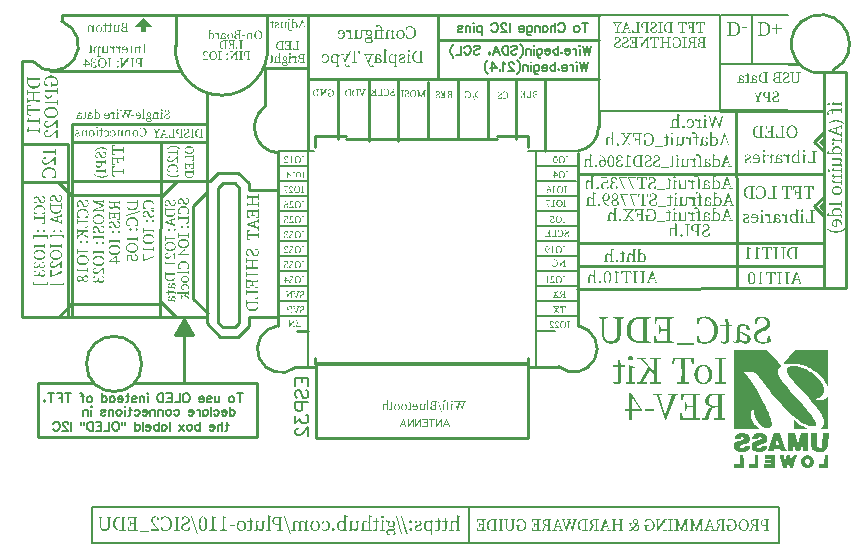
<source format=gbo>
G04 Layer: BottomSilkLayer*
G04 EasyEDA v6.4.17, 2021-08-18T09:55:10--4:00*
G04 6e8a5ac20ec34cd9bcedad4da788ba3a,10*
G04 Gerber Generator version 0.2*
G04 Scale: 100 percent, Rotated: No, Reflected: No *
G04 Dimensions in millimeters *
G04 leading zeros omitted , absolute positions ,4 integer and 5 decimal *
%FSLAX45Y45*%
%MOMM*%

%ADD10C,0.2540*%
%ADD56C,0.2000*%
%ADD57C,0.1000*%
%ADD58C,0.1524*%
%ADD62C,0.2032*%

%LPD*%
G36*
X6719062Y7361428D02*
G01*
X6719062Y6690512D01*
X6872376Y6690614D01*
X6907479Y6690868D01*
X6931202Y6691274D01*
X6939940Y6691782D01*
X6938721Y6693103D01*
X6930491Y6699199D01*
X6918858Y6707124D01*
X6913422Y6711188D01*
X6903313Y6719925D01*
X6898589Y6724548D01*
X6889953Y6734302D01*
X6885990Y6739331D01*
X6882282Y6744563D01*
X6878878Y6749846D01*
X6875780Y6755231D01*
X6872935Y6760718D01*
X6870395Y6766255D01*
X6868159Y6771894D01*
X6866229Y6777532D01*
X6864603Y6783222D01*
X6863334Y6788962D01*
X6862419Y6794703D01*
X6861809Y6800443D01*
X6861556Y6806184D01*
X6861302Y6824725D01*
X6874509Y6846366D01*
X6878066Y6851243D01*
X6880961Y6854342D01*
X6883247Y6855612D01*
X6884974Y6855104D01*
X6886143Y6852818D01*
X6886854Y6848703D01*
X6887209Y6837629D01*
X6887718Y6832142D01*
X6889699Y6820560D01*
X6891121Y6814515D01*
X6894830Y6802069D01*
X6899554Y6789470D01*
X6905142Y6776872D01*
X6911492Y6764578D01*
X6918502Y6752793D01*
X6926072Y6741871D01*
X6930034Y6736791D01*
X6938213Y6727545D01*
X6943445Y6722364D01*
X6948576Y6717690D01*
X6953605Y6713575D01*
X6958584Y6709918D01*
X6963562Y6706717D01*
X6968490Y6704025D01*
X6973468Y6701790D01*
X6978497Y6700012D01*
X6983628Y6698640D01*
X6988860Y6697675D01*
X6994194Y6697116D01*
X6999782Y6696913D01*
X7017207Y6696913D01*
X7026656Y6705092D01*
X7030669Y6709105D01*
X7033818Y6713474D01*
X7036206Y6718350D01*
X7037730Y6723837D01*
X7038492Y6729984D01*
X7038543Y6736892D01*
X7037781Y6744614D01*
X7035647Y6756704D01*
X7031736Y6771640D01*
X7026249Y6788505D01*
X7019290Y6807149D01*
X7011009Y6827367D01*
X7001408Y6848957D01*
X6990689Y6871716D01*
X6978903Y6895439D01*
X6966153Y6919925D01*
X6949084Y6951268D01*
X6927189Y6989572D01*
X6911848Y7015175D01*
X6896100Y7040575D01*
X6875983Y7071766D01*
X6859625Y7096048D01*
X6834987Y7130897D01*
X6806234Y7169759D01*
X6843014Y7169302D01*
X6869785Y7168235D01*
X6880961Y7167422D01*
X6903669Y7164984D01*
X6963714Y7086803D01*
X6988149Y7055510D01*
X7011873Y7025741D01*
X7034936Y6997395D01*
X7062774Y6963918D01*
X7084314Y6938772D01*
X7105243Y6914997D01*
X7125462Y6892645D01*
X7145121Y6871614D01*
X7164120Y6852005D01*
X7182561Y6833666D01*
X7200442Y6816699D01*
X7217714Y6801053D01*
X7234428Y6786727D01*
X7250633Y6773672D01*
X7266279Y6761937D01*
X7281468Y6751421D01*
X7296099Y6742175D01*
X7310272Y6734200D01*
X7323988Y6727393D01*
X7337247Y6721856D01*
X7343698Y6719519D01*
X7350048Y6717487D01*
X7356297Y6715759D01*
X7368895Y6713067D01*
X7380478Y6711543D01*
X7385608Y6711238D01*
X7390333Y6711289D01*
X7394549Y6711696D01*
X7398359Y6712407D01*
X7401661Y6713423D01*
X7404557Y6714794D01*
X7406995Y6716522D01*
X7409027Y6718553D01*
X7410551Y6720890D01*
X7411669Y6723583D01*
X7412329Y6726580D01*
X7412532Y6729933D01*
X7412278Y6733641D01*
X7411618Y6737654D01*
X7410450Y6742023D01*
X7408875Y6746697D01*
X7406843Y6751726D01*
X7401458Y6762750D01*
X7398105Y6768795D01*
X7389977Y6781850D01*
X7380122Y6796227D01*
X7366609Y6814515D01*
X7358176Y6825335D01*
X7336739Y6851396D01*
X7304024Y6889445D01*
X7196429Y7012127D01*
X7175347Y7037019D01*
X7156856Y7059523D01*
X7140905Y7079843D01*
X7127341Y7098131D01*
X7116114Y7114540D01*
X7111288Y7122058D01*
X7103262Y7135875D01*
X7100011Y7142225D01*
X7096455Y7149846D01*
X7093661Y7156856D01*
X7091578Y7163409D01*
X7090257Y7169505D01*
X7089648Y7175195D01*
X7089800Y7180681D01*
X7090714Y7185914D01*
X7092391Y7191044D01*
X7094829Y7196124D01*
X7098080Y7201255D01*
X7102144Y7206488D01*
X7106970Y7211872D01*
X7118096Y7223658D01*
X7090460Y7256627D01*
X7001408Y7361428D01*
G37*
G36*
X7235596Y7361428D02*
G01*
X7140498Y7249159D01*
X7128103Y7234275D01*
X7122922Y7227570D01*
X7144562Y7235240D01*
X7153351Y7237628D01*
X7162952Y7239558D01*
X7173264Y7240981D01*
X7184237Y7241946D01*
X7195718Y7242454D01*
X7207605Y7242505D01*
X7219899Y7242098D01*
X7232446Y7241235D01*
X7245197Y7239914D01*
X7257999Y7238136D01*
X7270800Y7235901D01*
X7283500Y7233259D01*
X7296048Y7230160D01*
X7307986Y7226706D01*
X7319518Y7222896D01*
X7330897Y7218578D01*
X7342174Y7213803D01*
X7353350Y7208621D01*
X7364323Y7202931D01*
X7375194Y7196886D01*
X7385812Y7190435D01*
X7396276Y7183577D01*
X7406487Y7176363D01*
X7416444Y7168743D01*
X7426147Y7160818D01*
X7435596Y7152589D01*
X7444689Y7144003D01*
X7453528Y7135164D01*
X7462012Y7126020D01*
X7470140Y7116622D01*
X7477861Y7106920D01*
X7485227Y7097064D01*
X7492187Y7086904D01*
X7498689Y7076592D01*
X7504785Y7066076D01*
X7518349Y7040372D01*
X7518450Y7361428D01*
G37*
G36*
X7221067Y7224014D02*
G01*
X7214158Y7223709D01*
X7207554Y7223048D01*
X7201306Y7221981D01*
X7195464Y7220559D01*
X7189978Y7218781D01*
X7184948Y7216597D01*
X7180325Y7214108D01*
X7176262Y7211263D01*
X7172655Y7208012D01*
X7169150Y7203998D01*
X7166559Y7200087D01*
X7164984Y7196023D01*
X7164374Y7191705D01*
X7164730Y7186828D01*
X7166051Y7181291D01*
X7168337Y7174839D01*
X7172858Y7164476D01*
X7178852Y7153046D01*
X7186574Y7140752D01*
X7196734Y7126681D01*
X7210044Y7109968D01*
X7227316Y7089698D01*
X7249159Y7065009D01*
X7355941Y6947865D01*
X7374128Y6927443D01*
X7389317Y6909917D01*
X7402169Y6894575D01*
X7413396Y6880555D01*
X7423556Y6867245D01*
X7436002Y6849973D01*
X7445349Y6836105D01*
X7453579Y6822846D01*
X7460742Y6810248D01*
X7466787Y6798259D01*
X7471714Y6786829D01*
X7475575Y6776008D01*
X7477099Y6770776D01*
X7479284Y6760768D01*
X7480452Y6751269D01*
X7480604Y6746697D01*
X7480096Y6737959D01*
X7479436Y6733743D01*
X7478522Y6729679D01*
X7477353Y6725716D01*
X7475880Y6721856D01*
X7474153Y6718096D01*
X7472172Y6714439D01*
X7469886Y6710883D01*
X7467346Y6707428D01*
X7464552Y6704075D01*
X7458202Y6697675D01*
X7446721Y6687312D01*
X7518450Y6687312D01*
X7518400Y6970064D01*
X7510424Y6959701D01*
X7506208Y6954977D01*
X7500620Y6949846D01*
X7494371Y6944868D01*
X7488224Y6940702D01*
X7473950Y6932117D01*
X7448753Y6930796D01*
X7436967Y6930440D01*
X7427112Y6930847D01*
X7419187Y6932015D01*
X7412888Y6933946D01*
X7402220Y6938416D01*
X7428280Y6948373D01*
X7435037Y6951472D01*
X7441285Y6954774D01*
X7446975Y6958279D01*
X7452207Y6961987D01*
X7456881Y6965899D01*
X7461097Y6970115D01*
X7464806Y6974535D01*
X7468108Y6979208D01*
X7470902Y6984187D01*
X7473238Y6989470D01*
X7475118Y6995007D01*
X7476591Y7000900D01*
X7477607Y7007047D01*
X7478217Y7013600D01*
X7478420Y7020458D01*
X7478318Y7029246D01*
X7477912Y7036816D01*
X7477201Y7043623D01*
X7476032Y7049922D01*
X7474305Y7056069D01*
X7472070Y7062419D01*
X7469124Y7069328D01*
X7463231Y7081418D01*
X7458303Y7089952D01*
X7452715Y7098487D01*
X7446518Y7106869D01*
X7439659Y7115200D01*
X7432243Y7123379D01*
X7424267Y7131405D01*
X7415733Y7139279D01*
X7406741Y7147001D01*
X7397242Y7154468D01*
X7387285Y7161733D01*
X7376922Y7168743D01*
X7366203Y7175500D01*
X7355078Y7182002D01*
X7343597Y7188149D01*
X7331811Y7193991D01*
X7319772Y7199477D01*
X7307427Y7204659D01*
X7294880Y7209383D01*
X7282129Y7213752D01*
X7267397Y7218070D01*
X7259269Y7220000D01*
X7251242Y7221575D01*
X7243368Y7222744D01*
X7235698Y7223556D01*
X7228281Y7223963D01*
G37*
G36*
X7223810Y6764020D02*
G01*
X7223506Y6760972D01*
X7223048Y6740550D01*
X7222998Y6687312D01*
X7355179Y6687515D01*
X7326884Y6699402D01*
X7316165Y6704431D01*
X7304887Y6710222D01*
X7293305Y6716623D01*
X7281621Y6723583D01*
X7270038Y6730898D01*
X7258761Y6738416D01*
X7248042Y6746087D01*
X7225588Y6762902D01*
G37*
G36*
X6931304Y6655460D02*
G01*
X6925005Y6655104D01*
X6918909Y6654444D01*
X6913016Y6653377D01*
X6907479Y6651904D01*
X6902348Y6650126D01*
X6897116Y6647383D01*
X6891832Y6643522D01*
X6886651Y6638798D01*
X6881825Y6633616D01*
X6877710Y6628180D01*
X6874408Y6622796D01*
X6872274Y6617766D01*
X6871512Y6613347D01*
X6871512Y6607454D01*
X6915048Y6607454D01*
X6921246Y6613855D01*
X6925208Y6616852D01*
X6929932Y6618884D01*
X6935114Y6619951D01*
X6940194Y6620103D01*
X6944918Y6619341D01*
X6948779Y6617716D01*
X6951421Y6615277D01*
X6952386Y6611975D01*
X6951827Y6609588D01*
X6950252Y6607200D01*
X6947662Y6604863D01*
X6944156Y6602628D01*
X6939686Y6600444D01*
X6934352Y6598361D01*
X6928205Y6596380D01*
X6913575Y6592620D01*
X6906412Y6590334D01*
X6899808Y6587794D01*
X6893763Y6585000D01*
X6888225Y6581902D01*
X6883247Y6578549D01*
X6878726Y6574891D01*
X6874764Y6570980D01*
X6867194Y6562598D01*
X6867194Y6547256D01*
X6867601Y6539534D01*
X6868820Y6532524D01*
X6870903Y6526123D01*
X6873849Y6520281D01*
X6877710Y6514998D01*
X6882485Y6510274D01*
X6888175Y6505956D01*
X6894880Y6502095D01*
X6910374Y6494170D01*
X6957059Y6494018D01*
X6972604Y6502044D01*
X6978650Y6505549D01*
X6984238Y6509715D01*
X6989216Y6514287D01*
X6993585Y6519164D01*
X6997192Y6524244D01*
X6999833Y6529374D01*
X7001560Y6534404D01*
X7002119Y6539230D01*
X7002119Y6546748D01*
X6955891Y6546748D01*
X6953910Y6540347D01*
X6950913Y6535674D01*
X6945325Y6532524D01*
X6937400Y6531102D01*
X6927138Y6531356D01*
X6916623Y6532372D01*
X6916623Y6547815D01*
X6935317Y6553809D01*
X6959904Y6561175D01*
X6968642Y6564122D01*
X6976364Y6567779D01*
X6983018Y6572046D01*
X6988708Y6577025D01*
X6999020Y6587642D01*
X6999020Y6604101D01*
X6998716Y6612280D01*
X6997700Y6619392D01*
X6995922Y6625640D01*
X6993331Y6631127D01*
X6989825Y6635902D01*
X6985355Y6640169D01*
X6979818Y6644030D01*
X6973163Y6647586D01*
X6967981Y6649770D01*
X6962444Y6651599D01*
X6956552Y6653072D01*
X6950405Y6654241D01*
X6944106Y6655003D01*
X6937705Y6655409D01*
G37*
G36*
X6786321Y6655104D02*
G01*
X6774383Y6654292D01*
X6768795Y6653428D01*
X6763562Y6652361D01*
X6758838Y6650990D01*
X6754723Y6649364D01*
X6750100Y6646824D01*
X6745173Y6643370D01*
X6740296Y6639356D01*
X6735622Y6635038D01*
X6731508Y6630720D01*
X6728256Y6626606D01*
X6726072Y6623050D01*
X6725310Y6620256D01*
X6724751Y6616852D01*
X6723430Y6612483D01*
X6721551Y6607454D01*
X6766306Y6607454D01*
X6774230Y6613855D01*
X6782003Y6618274D01*
X6790232Y6620002D01*
X6797751Y6618935D01*
X6803339Y6615074D01*
X6807504Y6609943D01*
X6801459Y6605422D01*
X6798106Y6603390D01*
X6793534Y6601206D01*
X6788251Y6599123D01*
X6762445Y6591350D01*
X6754571Y6588709D01*
X6748018Y6586169D01*
X6742531Y6583629D01*
X6737908Y6581038D01*
X6733895Y6578346D01*
X6730390Y6575399D01*
X6720636Y6566458D01*
X6720636Y6524904D01*
X6728409Y6516217D01*
X6732320Y6512306D01*
X6736638Y6508800D01*
X6741363Y6505600D01*
X6746443Y6502806D01*
X6751777Y6500368D01*
X6757416Y6498285D01*
X6763258Y6496558D01*
X6769252Y6495186D01*
X6775348Y6494221D01*
X6781495Y6493662D01*
X6787692Y6493459D01*
X6793839Y6493611D01*
X6799935Y6494170D01*
X6805879Y6495135D01*
X6811619Y6496507D01*
X6817207Y6498234D01*
X6822490Y6500418D01*
X6827418Y6502958D01*
X6832041Y6505905D01*
X6836206Y6509308D01*
X6840270Y6513271D01*
X6844030Y6517436D01*
X6847382Y6521805D01*
X6850278Y6526174D01*
X6852666Y6530492D01*
X6854444Y6534607D01*
X6855561Y6538417D01*
X6855968Y6541820D01*
X6855968Y6546748D01*
X6809994Y6546748D01*
X6799834Y6530797D01*
X6786270Y6530797D01*
X6780326Y6531102D01*
X6775246Y6532118D01*
X6771335Y6533642D01*
X6768744Y6535724D01*
X6764731Y6540703D01*
X6769252Y6545326D01*
X6772808Y6547662D01*
X6779158Y6550507D01*
X6787388Y6553606D01*
X6805930Y6559296D01*
X6814261Y6562140D01*
X6821576Y6565036D01*
X6827977Y6568084D01*
X6833463Y6571284D01*
X6838188Y6574688D01*
X6842099Y6578346D01*
X6845300Y6582308D01*
X6847840Y6586575D01*
X6849719Y6591249D01*
X6851091Y6596329D01*
X6852005Y6601917D01*
X6852310Y6607454D01*
X6852056Y6612788D01*
X6851243Y6617919D01*
X6849821Y6622745D01*
X6847890Y6627317D01*
X6845401Y6631635D01*
X6842353Y6635648D01*
X6838797Y6639356D01*
X6834733Y6642709D01*
X6830212Y6645757D01*
X6825132Y6648450D01*
X6819595Y6650736D01*
X6814972Y6652209D01*
X6809841Y6653326D01*
X6804253Y6654190D01*
X6798411Y6654800D01*
G37*
G36*
X7059422Y6652158D02*
G01*
X7024728Y6552336D01*
X7070598Y6552336D01*
X7071156Y6555181D01*
X7075068Y6569202D01*
X7085177Y6602679D01*
X7092289Y6577584D01*
X7096048Y6563512D01*
X7099249Y6549948D01*
X7084923Y6549948D01*
X7079335Y6550152D01*
X7074763Y6550659D01*
X7071715Y6551422D01*
X7070598Y6552336D01*
X7024728Y6552336D01*
X7006031Y6498590D01*
X7056323Y6500418D01*
X7059930Y6516420D01*
X7110171Y6518249D01*
X7113981Y6498844D01*
X7163612Y6498844D01*
X7152030Y6531000D01*
X7109764Y6652158D01*
G37*
G36*
X7176312Y6652158D02*
G01*
X7176312Y6498844D01*
X7220661Y6498844D01*
X7218629Y6568287D01*
X7218527Y6587439D01*
X7222388Y6573977D01*
X7242606Y6498844D01*
X7278725Y6498844D01*
X7292340Y6548069D01*
X7303414Y6586677D01*
X7299756Y6498844D01*
X7347407Y6498844D01*
X7347407Y6652158D01*
X7286752Y6652158D01*
X7271816Y6596684D01*
X7267143Y6580530D01*
X7263231Y6568643D01*
X7260691Y6562496D01*
X7260031Y6562039D01*
X7258405Y6566357D01*
X7251090Y6590995D01*
X7234681Y6652158D01*
G37*
G36*
X7372299Y6652158D02*
G01*
X7372350Y6589522D01*
X7372654Y6571132D01*
X7373416Y6556197D01*
X7374686Y6544259D01*
X7376668Y6534708D01*
X7377938Y6530594D01*
X7379411Y6526885D01*
X7381138Y6523481D01*
X7383068Y6520281D01*
X7387793Y6514236D01*
X7401915Y6499606D01*
X7420406Y6495643D01*
X7426198Y6494576D01*
X7432040Y6493814D01*
X7437932Y6493408D01*
X7443876Y6493256D01*
X7455560Y6493916D01*
X7461300Y6494678D01*
X7466888Y6495745D01*
X7472324Y6497116D01*
X7477556Y6498742D01*
X7482586Y6500672D01*
X7501381Y6510020D01*
X7516926Y6541973D01*
X7519111Y6652158D01*
X7469225Y6652158D01*
X7467142Y6542989D01*
X7459827Y6536893D01*
X7452156Y6532321D01*
X7444435Y6531102D01*
X7436866Y6533184D01*
X7429703Y6538620D01*
X7422032Y6546443D01*
X7422032Y6652158D01*
G37*
G36*
X7344562Y6467449D02*
G01*
X7339177Y6467348D01*
X7333843Y6466738D01*
X7328509Y6465671D01*
X7323277Y6464046D01*
X7318248Y6462014D01*
X7313371Y6459524D01*
X7308850Y6456578D01*
X7304633Y6453174D01*
X7300772Y6449415D01*
X7297420Y6445199D01*
X7294524Y6440678D01*
X7287564Y6427978D01*
X7288562Y6414160D01*
X7320940Y6414160D01*
X7321346Y6420510D01*
X7322464Y6426098D01*
X7324293Y6430822D01*
X7326884Y6434582D01*
X7333386Y6439357D01*
X7341006Y6441084D01*
X7348575Y6439662D01*
X7354925Y6435191D01*
X7357364Y6431330D01*
X7359040Y6426301D01*
X7360107Y6420408D01*
X7360412Y6414160D01*
X7360107Y6407912D01*
X7359040Y6402019D01*
X7357364Y6396990D01*
X7354925Y6393129D01*
X7351471Y6389928D01*
X7347762Y6387795D01*
X7343952Y6386677D01*
X7340193Y6386576D01*
X7336434Y6387439D01*
X7332929Y6389116D01*
X7329678Y6391605D01*
X7326782Y6394856D01*
X7324394Y6398818D01*
X7322566Y6403390D01*
X7321346Y6408521D01*
X7320940Y6414160D01*
X7288562Y6414160D01*
X7289749Y6402070D01*
X7291324Y6395059D01*
X7293508Y6388709D01*
X7296353Y6383070D01*
X7299807Y6377990D01*
X7303922Y6373622D01*
X7308646Y6369913D01*
X7314031Y6366865D01*
X7320025Y6364528D01*
X7326630Y6362801D01*
X7333843Y6361785D01*
X7341717Y6361430D01*
X7349693Y6361836D01*
X7357008Y6362954D01*
X7363561Y6364884D01*
X7369454Y6367678D01*
X7374737Y6371234D01*
X7379462Y6375704D01*
X7383627Y6380988D01*
X7387234Y6387236D01*
X7394448Y6401358D01*
X7393228Y6418275D01*
X7392416Y6424980D01*
X7391146Y6431127D01*
X7389215Y6436715D01*
X7386675Y6441846D01*
X7383475Y6446621D01*
X7379512Y6451142D01*
X7374788Y6455460D01*
X7369200Y6459677D01*
X7364730Y6462369D01*
X7360005Y6464503D01*
X7355027Y6466027D01*
X7349845Y6466992D01*
G37*
G36*
X7164476Y6467195D02*
G01*
X7159650Y6443878D01*
X7154824Y6417208D01*
X7153757Y6413144D01*
X7152640Y6410401D01*
X7151725Y6409385D01*
X7150455Y6411620D01*
X7148575Y6417818D01*
X7146340Y6426962D01*
X7138365Y6466890D01*
X7117283Y6466789D01*
X7113016Y6466382D01*
X7110171Y6465265D01*
X7108647Y6463131D01*
X7108393Y6459626D01*
X7109206Y6454444D01*
X7116775Y6427571D01*
X7136079Y6361430D01*
X7166559Y6361430D01*
X7168997Y6371031D01*
X7174585Y6402070D01*
X7176465Y6410655D01*
X7177379Y6413042D01*
X7178243Y6414262D01*
X7179157Y6414160D01*
X7180021Y6412788D01*
X7180986Y6410147D01*
X7183120Y6400850D01*
X7189622Y6361430D01*
X7221423Y6361480D01*
X7238542Y6422847D01*
X7243419Y6441338D01*
X7246823Y6455613D01*
X7248398Y6463893D01*
X7248398Y6465265D01*
X7242860Y6466636D01*
X7233158Y6466840D01*
X7223658Y6465976D01*
X7218629Y6464249D01*
X7217613Y6460998D01*
X7213955Y6444843D01*
X7209586Y6423202D01*
X7207605Y6414668D01*
X7206081Y6409080D01*
X7205167Y6407404D01*
X7204252Y6410147D01*
X7200595Y6425895D01*
X7192772Y6465265D01*
G37*
G36*
X6765747Y6466890D02*
G01*
X6765747Y6390182D01*
X6719062Y6390182D01*
X6719062Y6361430D01*
X6799935Y6361430D01*
X6799935Y6422237D01*
X6799580Y6440627D01*
X6799021Y6454902D01*
X6798309Y6463284D01*
X6797903Y6464757D01*
X6795871Y6465570D01*
X6792010Y6466230D01*
X6786778Y6466687D01*
X6780784Y6466890D01*
G37*
G36*
X6893255Y6466890D02*
G01*
X6893255Y6390182D01*
X6846620Y6390182D01*
X6846620Y6361430D01*
X6924395Y6361430D01*
X6924395Y6466890D01*
G37*
G36*
X6977227Y6466890D02*
G01*
X6977227Y6438138D01*
X7030110Y6438138D01*
X7030110Y6425336D01*
X6983475Y6425336D01*
X6983475Y6402984D01*
X7030110Y6402984D01*
X7030110Y6390182D01*
X6974128Y6390182D01*
X6974128Y6361430D01*
X7064349Y6361430D01*
X7064349Y6466890D01*
G37*
G36*
X7505598Y6466433D02*
G01*
X7499908Y6466230D01*
X7485786Y6465265D01*
X7484059Y6390182D01*
X7437577Y6390182D01*
X7437577Y6361430D01*
X7518450Y6361430D01*
X7518450Y6422237D01*
X7518095Y6440678D01*
X7517485Y6454952D01*
X7516723Y6463385D01*
X7516266Y6464909D01*
X7514285Y6465722D01*
X7510525Y6466230D01*
G37*
G36*
X7068870Y9548520D02*
G01*
X7062571Y9548012D01*
X7056831Y9546539D01*
X7051802Y9544304D01*
X7047280Y9541408D01*
X7048042Y9524339D01*
X7054900Y9524339D01*
X7058202Y9540087D01*
X7060692Y9541256D01*
X7063282Y9542068D01*
X7065975Y9542526D01*
X7068870Y9542678D01*
X7076287Y9541662D01*
X7082180Y9538766D01*
X7086041Y9533991D01*
X7087412Y9527387D01*
X7086396Y9521698D01*
X7083450Y9517075D01*
X7078725Y9513265D01*
X7072426Y9510115D01*
X7067092Y9508134D01*
X7061047Y9505492D01*
X7055967Y9502800D01*
X7051852Y9499955D01*
X7048601Y9496856D01*
X7046163Y9493554D01*
X7044486Y9489897D01*
X7043521Y9485884D01*
X7043216Y9481413D01*
X7043826Y9475927D01*
X7045502Y9470999D01*
X7048195Y9466732D01*
X7051852Y9463176D01*
X7056374Y9460331D01*
X7061657Y9458248D01*
X7067651Y9456978D01*
X7074204Y9456521D01*
X7081570Y9457080D01*
X7088428Y9458553D01*
X7094575Y9460738D01*
X7099604Y9463379D01*
X7098842Y9481921D01*
X7091984Y9481921D01*
X7088682Y9465462D01*
X7085634Y9463989D01*
X7082434Y9463074D01*
X7078929Y9462566D01*
X7074966Y9462363D01*
X7066330Y9463430D01*
X7059675Y9466529D01*
X7055408Y9471609D01*
X7053884Y9478670D01*
X7054850Y9484360D01*
X7057796Y9488830D01*
X7062927Y9492488D01*
X7070394Y9495942D01*
X7075474Y9497923D01*
X7080402Y9500158D01*
X7084822Y9502597D01*
X7088682Y9505289D01*
X7091934Y9508286D01*
X7094575Y9511690D01*
X7096506Y9515449D01*
X7097674Y9519666D01*
X7098080Y9524339D01*
X7097522Y9529775D01*
X7095845Y9534550D01*
X7093203Y9538716D01*
X7089698Y9542119D01*
X7085380Y9544862D01*
X7080402Y9546844D01*
X7074865Y9548063D01*
G37*
G36*
X6881926Y9546437D02*
G01*
X6881926Y9541865D01*
X6893356Y9540392D01*
X6916216Y9493097D01*
X6915962Y9464395D01*
X6902246Y9462871D01*
X6902246Y9458350D01*
X6941870Y9458350D01*
X6941870Y9462871D01*
X6928408Y9464395D01*
X6928154Y9492894D01*
X6951776Y9540900D01*
X6961682Y9541865D01*
X6961682Y9546437D01*
X6925106Y9546437D01*
X6925106Y9541865D01*
X6938060Y9540595D01*
X6918756Y9499244D01*
X6899452Y9540392D01*
X6911644Y9541865D01*
X6911644Y9546437D01*
G37*
G36*
X6997496Y9546437D02*
G01*
X6989775Y9545980D01*
X6983018Y9544608D01*
X6977380Y9542322D01*
X6972706Y9539274D01*
X6969099Y9535515D01*
X6966559Y9531045D01*
X6964984Y9525965D01*
X6964476Y9520326D01*
X6976922Y9520326D01*
X6977278Y9525050D01*
X6978294Y9529216D01*
X6980021Y9532823D01*
X6982459Y9535769D01*
X6985660Y9538106D01*
X6989572Y9539782D01*
X6994296Y9540798D01*
X6999782Y9541154D01*
X7008164Y9541154D01*
X7008418Y9523526D01*
X7008418Y9498939D01*
X7000036Y9498939D01*
X6994296Y9499346D01*
X6989470Y9500514D01*
X6985508Y9502343D01*
X6982307Y9504883D01*
X6979920Y9507982D01*
X6978243Y9511588D01*
X6977278Y9515754D01*
X6976922Y9520326D01*
X6964476Y9520326D01*
X6964984Y9514992D01*
X6966559Y9510014D01*
X6969201Y9505492D01*
X6973011Y9501530D01*
X6978040Y9498228D01*
X6984441Y9495739D01*
X6992162Y9494164D01*
X7001306Y9493605D01*
X7008418Y9493605D01*
X7008164Y9464395D01*
X6995718Y9462871D01*
X6995718Y9458350D01*
X7032802Y9458350D01*
X7032802Y9462871D01*
X7020610Y9464395D01*
X7020356Y9514332D01*
X7020610Y9540595D01*
X7032802Y9541865D01*
X7032802Y9546437D01*
G37*
G36*
X2399334Y9978745D02*
G01*
X2394153Y9978491D01*
X2389327Y9977678D01*
X2384806Y9976358D01*
X2380640Y9974529D01*
X2376881Y9972192D01*
X2373579Y9969347D01*
X2370683Y9965994D01*
X2368296Y9962184D01*
X2366365Y9957866D01*
X2364943Y9953091D01*
X2364079Y9947859D01*
X2363774Y9942169D01*
X2374950Y9942169D01*
X2375408Y9949637D01*
X2376728Y9956139D01*
X2378811Y9961676D01*
X2381758Y9966198D01*
X2385466Y9969804D01*
X2389987Y9972344D01*
X2395220Y9973919D01*
X2401112Y9974427D01*
X2410510Y9974427D01*
X2410764Y9959797D01*
X2410510Y9909911D01*
X2401874Y9909911D01*
X2395728Y9910470D01*
X2390292Y9912096D01*
X2385669Y9914788D01*
X2381859Y9918446D01*
X2378862Y9923068D01*
X2376728Y9928555D01*
X2375408Y9934956D01*
X2374950Y9942169D01*
X2363774Y9942169D01*
X2364130Y9936530D01*
X2365044Y9931298D01*
X2366619Y9926523D01*
X2368702Y9922205D01*
X2371293Y9918395D01*
X2374392Y9915042D01*
X2377948Y9912197D01*
X2381910Y9909860D01*
X2386279Y9907981D01*
X2391003Y9906660D01*
X2396083Y9905898D01*
X2401366Y9905593D01*
X2431084Y9905593D01*
X2431084Y9909403D01*
X2420924Y9910419D01*
X2420670Y9940899D01*
X2420924Y9973919D01*
X2431084Y9974935D01*
X2431084Y9978745D01*
G37*
G36*
X2442768Y9978745D02*
G01*
X2442260Y9959441D01*
X2447594Y9959441D01*
X2450642Y9973919D01*
X2476550Y9973919D01*
X2476804Y9959644D01*
X2476804Y9944963D01*
X2460294Y9944963D01*
X2458770Y9955885D01*
X2454198Y9955885D01*
X2454198Y9929977D01*
X2458770Y9929977D01*
X2460040Y9940645D01*
X2476804Y9940645D01*
X2476550Y9910419D01*
X2448356Y9910419D01*
X2445562Y9924897D01*
X2440228Y9924897D01*
X2440736Y9905593D01*
X2497124Y9905593D01*
X2497124Y9909403D01*
X2486964Y9910419D01*
X2486710Y9939375D01*
X2486964Y9973919D01*
X2497124Y9974935D01*
X2497124Y9978745D01*
G37*
G36*
X2529382Y9978745D02*
G01*
X2529382Y9974935D01*
X2539542Y9973919D01*
X2539796Y9959441D01*
X2539542Y9910165D01*
X2514396Y9910165D01*
X2510840Y9926167D01*
X2504998Y9926167D01*
X2505760Y9905593D01*
X2560116Y9905593D01*
X2560116Y9909403D01*
X2549956Y9910419D01*
X2549702Y9939121D01*
X2549956Y9973919D01*
X2560116Y9974935D01*
X2560116Y9978745D01*
G37*
G36*
X1297228Y9832390D02*
G01*
X1287780Y9830917D01*
X1280566Y9826853D01*
X1275994Y9820605D01*
X1274368Y9812578D01*
X1275486Y9806076D01*
X1278788Y9800437D01*
X1284122Y9795865D01*
X1291386Y9792512D01*
X1282649Y9789769D01*
X1276553Y9785096D01*
X1272997Y9778898D01*
X1271828Y9771430D01*
X1272336Y9766655D01*
X1273810Y9762286D01*
X1276146Y9758375D01*
X1279296Y9755022D01*
X1283208Y9752330D01*
X1287780Y9750298D01*
X1293012Y9748977D01*
X1298752Y9748570D01*
X1307134Y9749536D01*
X1314043Y9752533D01*
X1319072Y9757664D01*
X1321866Y9765080D01*
X1320800Y9766909D01*
X1319428Y9768128D01*
X1317853Y9768890D01*
X1316024Y9769144D01*
X1313586Y9768636D01*
X1311859Y9767163D01*
X1310538Y9764623D01*
X1307388Y9753904D01*
X1303985Y9753346D01*
X1300530Y9753142D01*
X1292910Y9754514D01*
X1287221Y9758324D01*
X1283716Y9764166D01*
X1282496Y9771684D01*
X1283665Y9779203D01*
X1287119Y9784892D01*
X1292910Y9788448D01*
X1301038Y9789718D01*
X1306880Y9789718D01*
X1306880Y9795306D01*
X1302054Y9795306D01*
X1294841Y9796424D01*
X1289304Y9799675D01*
X1285748Y9804958D01*
X1284528Y9812070D01*
X1285544Y9818674D01*
X1288491Y9823500D01*
X1293215Y9826548D01*
X1299514Y9827564D01*
X1302156Y9827463D01*
X1305356Y9826802D01*
X1308404Y9816642D01*
X1309725Y9814356D01*
X1311554Y9812985D01*
X1313992Y9812578D01*
X1315821Y9812782D01*
X1317396Y9813493D01*
X1318768Y9814814D01*
X1319834Y9816896D01*
X1316888Y9823704D01*
X1311757Y9828530D01*
X1305052Y9831425D01*
G37*
G36*
X1369618Y9832390D02*
G01*
X1364945Y9832086D01*
X1360373Y9831171D01*
X1355953Y9829647D01*
X1351737Y9827564D01*
X1347774Y9824872D01*
X1344168Y9821621D01*
X1340916Y9817811D01*
X1338173Y9813391D01*
X1335887Y9808464D01*
X1334211Y9803028D01*
X1333144Y9796983D01*
X1332788Y9790480D01*
X1345488Y9790480D01*
X1345844Y9797440D01*
X1346911Y9804146D01*
X1348689Y9810394D01*
X1351280Y9815931D01*
X1354632Y9820605D01*
X1358798Y9824212D01*
X1363776Y9826498D01*
X1369618Y9827310D01*
X1375460Y9826498D01*
X1380490Y9824212D01*
X1384706Y9820605D01*
X1388110Y9815931D01*
X1390700Y9810394D01*
X1392529Y9804146D01*
X1393647Y9797440D01*
X1394002Y9790480D01*
X1393647Y9783419D01*
X1392529Y9776663D01*
X1390700Y9770364D01*
X1388110Y9764776D01*
X1384706Y9760102D01*
X1380490Y9756495D01*
X1375460Y9754209D01*
X1369618Y9753396D01*
X1363776Y9754209D01*
X1358798Y9756495D01*
X1354632Y9760102D01*
X1351280Y9764776D01*
X1348689Y9770364D01*
X1346911Y9776663D01*
X1345844Y9783419D01*
X1345488Y9790480D01*
X1332788Y9790480D01*
X1333144Y9784029D01*
X1334211Y9778085D01*
X1335887Y9772650D01*
X1338122Y9767671D01*
X1340866Y9763252D01*
X1344066Y9759391D01*
X1347673Y9756089D01*
X1351584Y9753295D01*
X1355852Y9751161D01*
X1360271Y9749586D01*
X1364894Y9748621D01*
X1369618Y9748316D01*
X1374343Y9748621D01*
X1378966Y9749536D01*
X1383436Y9751060D01*
X1387652Y9753142D01*
X1391564Y9755835D01*
X1395171Y9759086D01*
X1398371Y9762947D01*
X1401114Y9767366D01*
X1403400Y9772294D01*
X1405026Y9777831D01*
X1406093Y9783876D01*
X1406448Y9790480D01*
X1406093Y9796830D01*
X1405026Y9802723D01*
X1403350Y9808159D01*
X1401064Y9813086D01*
X1398320Y9817455D01*
X1395069Y9821316D01*
X1391462Y9824618D01*
X1387500Y9827361D01*
X1383284Y9829546D01*
X1378864Y9831120D01*
X1374292Y9832035D01*
G37*
G36*
X1221028Y9831882D02*
G01*
X1221028Y9820452D01*
X1230934Y9820452D01*
X1257350Y9782098D01*
X1230934Y9782098D01*
X1230934Y9820452D01*
X1221028Y9820452D01*
X1221028Y9782098D01*
X1208328Y9782098D01*
X1208328Y9774986D01*
X1221028Y9774986D01*
X1221028Y9750094D01*
X1230934Y9750094D01*
X1230934Y9774986D01*
X1263446Y9774986D01*
X1263446Y9780828D01*
X1227886Y9831882D01*
G37*
G36*
X1414830Y9830612D02*
G01*
X1414830Y9826548D01*
X1426006Y9825278D01*
X1426260Y9779406D01*
X1426006Y9755428D01*
X1414830Y9754158D01*
X1414830Y9750094D01*
X1448612Y9750094D01*
X1448612Y9754158D01*
X1437436Y9755428D01*
X1437182Y9801250D01*
X1437436Y9825278D01*
X1448612Y9826548D01*
X1448612Y9830612D01*
G37*
G36*
X1521764Y9830612D02*
G01*
X1521764Y9826548D01*
X1531924Y9825024D01*
X1531924Y9749332D01*
X1536242Y9749332D01*
X1585518Y9816896D01*
X1585264Y9755936D01*
X1572310Y9754158D01*
X1572310Y9750094D01*
X1600758Y9750094D01*
X1600758Y9754158D01*
X1590852Y9755682D01*
X1590598Y9823754D01*
X1591614Y9825278D01*
X1600250Y9826548D01*
X1600250Y9830612D01*
X1581708Y9830612D01*
X1537258Y9769144D01*
X1537512Y9825024D01*
X1550212Y9826548D01*
X1550212Y9830612D01*
G37*
G36*
X1610918Y9830612D02*
G01*
X1610918Y9826548D01*
X1622094Y9825278D01*
X1622348Y9779406D01*
X1622094Y9755428D01*
X1610918Y9754158D01*
X1610918Y9750094D01*
X1644700Y9750094D01*
X1644700Y9754158D01*
X1633524Y9755428D01*
X1633270Y9801250D01*
X1633524Y9825278D01*
X1644700Y9826548D01*
X1644700Y9830612D01*
G37*
G36*
X1682292Y9830612D02*
G01*
X1675180Y9830155D01*
X1668983Y9828885D01*
X1663801Y9826802D01*
X1659585Y9824008D01*
X1656283Y9820554D01*
X1653946Y9816439D01*
X1652524Y9811816D01*
X1652066Y9806736D01*
X1663242Y9806736D01*
X1664512Y9814864D01*
X1668373Y9820960D01*
X1674926Y9824720D01*
X1684324Y9826040D01*
X1691944Y9826040D01*
X1692198Y9787178D01*
X1684578Y9787178D01*
X1674825Y9788601D01*
X1668221Y9792563D01*
X1664411Y9798761D01*
X1663242Y9806736D01*
X1652066Y9806736D01*
X1652524Y9801809D01*
X1653895Y9797237D01*
X1656334Y9793071D01*
X1659839Y9789464D01*
X1664462Y9786518D01*
X1670304Y9784283D01*
X1677416Y9782860D01*
X1685848Y9782352D01*
X1692198Y9782352D01*
X1691944Y9755428D01*
X1680514Y9754158D01*
X1680514Y9750094D01*
X1714550Y9750094D01*
X1714550Y9754158D01*
X1703374Y9755428D01*
X1703120Y9801250D01*
X1703374Y9825278D01*
X1714550Y9826548D01*
X1714550Y9830612D01*
G37*
G36*
X1500428Y9809276D02*
G01*
X1497228Y9808616D01*
X1494637Y9806787D01*
X1492910Y9804146D01*
X1492300Y9800894D01*
X1492910Y9797846D01*
X1494637Y9795306D01*
X1497228Y9793630D01*
X1500428Y9793020D01*
X1503629Y9793630D01*
X1506220Y9795306D01*
X1507947Y9797846D01*
X1508556Y9800894D01*
X1507947Y9804146D01*
X1506220Y9806787D01*
X1503629Y9808616D01*
G37*
G36*
X1500428Y9764826D02*
G01*
X1497228Y9764166D01*
X1494637Y9762337D01*
X1492910Y9759696D01*
X1492300Y9756444D01*
X1492910Y9753396D01*
X1494637Y9750856D01*
X1497228Y9749180D01*
X1500428Y9748570D01*
X1503629Y9749180D01*
X1506220Y9750856D01*
X1507947Y9753396D01*
X1508556Y9756444D01*
X1507947Y9759696D01*
X1506220Y9762337D01*
X1503629Y9764166D01*
G37*
G36*
X2867863Y9871913D02*
G01*
X2866593Y9871151D01*
X2866847Y9855403D01*
X2866847Y9834067D01*
X2862326Y9838232D01*
X2857398Y9841433D01*
X2852115Y9843465D01*
X2846781Y9844227D01*
X2840583Y9843109D01*
X2836113Y9839604D01*
X2833420Y9833406D01*
X2832557Y9824161D01*
X2832557Y9795459D01*
X2824937Y9794189D01*
X2824937Y9790887D01*
X2850083Y9790887D01*
X2850083Y9794189D01*
X2841955Y9795459D01*
X2841701Y9804755D01*
X2841701Y9824161D01*
X2842260Y9830409D01*
X2843987Y9834473D01*
X2846832Y9836658D01*
X2850845Y9837369D01*
X2854604Y9837013D01*
X2858312Y9835743D01*
X2862275Y9833508D01*
X2866593Y9830003D01*
X2866542Y9804755D01*
X2866339Y9795459D01*
X2858719Y9794189D01*
X2858719Y9790887D01*
X2883865Y9790887D01*
X2883865Y9794189D01*
X2875737Y9795459D01*
X2875483Y9813747D01*
X2875483Y9863277D01*
X2884373Y9864039D01*
X2884373Y9867341D01*
G37*
G36*
X2959303Y9870389D02*
G01*
X2956560Y9869881D01*
X2954324Y9868458D01*
X2952750Y9866325D01*
X2952191Y9863531D01*
X2952750Y9860838D01*
X2954324Y9858654D01*
X2956560Y9857181D01*
X2959303Y9856673D01*
X2962097Y9857181D01*
X2964383Y9858654D01*
X2965856Y9860838D01*
X2966415Y9863531D01*
X2965856Y9866325D01*
X2964383Y9868458D01*
X2962097Y9869881D01*
G37*
G36*
X3054553Y9864293D02*
G01*
X3044291Y9862921D01*
X3036773Y9859162D01*
X3032201Y9853472D01*
X3030722Y9846005D01*
X3040583Y9846005D01*
X3041599Y9852253D01*
X3044799Y9856571D01*
X3050082Y9859111D01*
X3057601Y9859975D01*
X3065475Y9859975D01*
X3065475Y9831019D01*
X3059887Y9831019D01*
X3051302Y9831933D01*
X3045256Y9834676D01*
X3041751Y9839350D01*
X3040583Y9846005D01*
X3030722Y9846005D01*
X3031642Y9840823D01*
X3034741Y9835946D01*
X3040176Y9831933D01*
X3048203Y9829241D01*
X3038551Y9826650D01*
X3032048Y9822535D01*
X3028289Y9817201D01*
X3027144Y9810699D01*
X3037535Y9810699D01*
X3038805Y9817658D01*
X3042716Y9822535D01*
X3049524Y9825482D01*
X3059379Y9826447D01*
X3065475Y9826447D01*
X3065475Y9795205D01*
X3058109Y9795205D01*
X3049117Y9796221D01*
X3042666Y9799218D01*
X3038805Y9804095D01*
X3037535Y9810699D01*
X3027144Y9810699D01*
X3027476Y9807143D01*
X3028696Y9803536D01*
X3030778Y9800132D01*
X3033776Y9797084D01*
X3037738Y9794544D01*
X3042767Y9792563D01*
X3048863Y9791293D01*
X3056077Y9790887D01*
X3086049Y9790887D01*
X3086049Y9794697D01*
X3075889Y9795713D01*
X3075635Y9810343D01*
X3075889Y9859213D01*
X3086049Y9860483D01*
X3086049Y9864293D01*
G37*
G36*
X2801823Y9857943D02*
G01*
X2802331Y9842703D01*
X2787599Y9842703D01*
X2787599Y9837877D01*
X2802585Y9837877D01*
X2802585Y9802571D01*
X2802128Y9798913D01*
X2800807Y9796373D01*
X2798826Y9794900D01*
X2796235Y9794443D01*
X2794304Y9794595D01*
X2792526Y9795205D01*
X2790698Y9796119D01*
X2788615Y9797491D01*
X2786583Y9794951D01*
X2788920Y9792665D01*
X2791764Y9790887D01*
X2795219Y9789769D01*
X2799283Y9789363D01*
X2804414Y9790125D01*
X2808224Y9792512D01*
X2810611Y9796526D01*
X2811475Y9802317D01*
X2811475Y9837877D01*
X2820873Y9837877D01*
X2820873Y9841941D01*
X2810967Y9842957D01*
X2808173Y9857943D01*
G37*
G36*
X2890469Y9844227D02*
G01*
X2888945Y9842957D01*
X2888945Y9836607D01*
X2900121Y9836861D01*
X2898902Y9834626D01*
X2897936Y9832136D01*
X2897276Y9829393D01*
X2897073Y9826447D01*
X2905963Y9826447D01*
X2906674Y9832136D01*
X2908757Y9836556D01*
X2912160Y9839401D01*
X2916885Y9840417D01*
X2921508Y9839350D01*
X2925013Y9836454D01*
X2927248Y9831933D01*
X2928061Y9826193D01*
X2927299Y9820300D01*
X2925165Y9815830D01*
X2921711Y9812985D01*
X2917139Y9811969D01*
X2912364Y9813036D01*
X2908858Y9816033D01*
X2906674Y9820656D01*
X2905963Y9826447D01*
X2897073Y9826447D01*
X2898546Y9818624D01*
X2902661Y9812883D01*
X2908960Y9809378D01*
X2916885Y9808159D01*
X2921457Y9808514D01*
X2925521Y9809683D01*
X2927807Y9806127D01*
X2928366Y9804400D01*
X2928569Y9802571D01*
X2928213Y9800386D01*
X2927096Y9798761D01*
X2924911Y9797796D01*
X2921457Y9797491D01*
X2906979Y9797491D01*
X2899206Y9796526D01*
X2893720Y9793732D01*
X2890520Y9789312D01*
X2889453Y9783521D01*
X2889796Y9780473D01*
X2897581Y9780473D01*
X2898140Y9783978D01*
X2899968Y9786823D01*
X2903270Y9788652D01*
X2908249Y9789363D01*
X2925064Y9789464D01*
X2926283Y9789617D01*
X2928366Y9787178D01*
X2929788Y9784842D01*
X2930601Y9782403D01*
X2930855Y9779711D01*
X2929788Y9774936D01*
X2926842Y9771583D01*
X2922270Y9769652D01*
X2916377Y9769043D01*
X2908198Y9769906D01*
X2902305Y9772345D01*
X2898749Y9776002D01*
X2897581Y9780473D01*
X2889796Y9780473D01*
X2891129Y9776510D01*
X2893263Y9773310D01*
X2896209Y9770465D01*
X2900019Y9768128D01*
X2904642Y9766300D01*
X2910078Y9765131D01*
X2916377Y9764725D01*
X2926689Y9765690D01*
X2933801Y9768484D01*
X2937916Y9772751D01*
X2939237Y9778187D01*
X2938678Y9781489D01*
X2936849Y9784537D01*
X2933547Y9787483D01*
X2928569Y9790379D01*
X2931617Y9791598D01*
X2933852Y9793427D01*
X2935224Y9795814D01*
X2935681Y9798761D01*
X2935274Y9801453D01*
X2934004Y9804247D01*
X2931718Y9807397D01*
X2928315Y9810953D01*
X2931769Y9813493D01*
X2934411Y9816947D01*
X2936087Y9821316D01*
X2936697Y9826447D01*
X2935173Y9834016D01*
X2931058Y9839604D01*
X2924810Y9843058D01*
X2916885Y9844227D01*
X2912821Y9843973D01*
X2909163Y9843211D01*
X2905912Y9841839D01*
X2903169Y9839909D01*
G37*
G36*
X2956001Y9844227D02*
G01*
X2954477Y9843211D01*
X2954731Y9813747D01*
X2954477Y9795459D01*
X2946857Y9794189D01*
X2946857Y9790887D01*
X2972257Y9790887D01*
X2972257Y9794189D01*
X2963875Y9795459D01*
X2963621Y9804755D01*
X2963875Y9834067D01*
X2972765Y9835083D01*
X2972765Y9838385D01*
G37*
G36*
X2984703Y9844227D02*
G01*
X2982163Y9843922D01*
X2979877Y9843109D01*
X2978099Y9841839D01*
X2976829Y9840163D01*
X2977184Y9837013D01*
X2978251Y9834626D01*
X2980131Y9833051D01*
X2982925Y9832543D01*
X2984754Y9832746D01*
X2986532Y9833406D01*
X2988208Y9834473D01*
X2991053Y9836861D01*
X2994152Y9834168D01*
X2996692Y9830917D01*
X2998774Y9827056D01*
X3000451Y9822383D01*
X3000451Y9795459D01*
X2991307Y9794189D01*
X2991307Y9790887D01*
X3017977Y9790887D01*
X3017977Y9794189D01*
X3009849Y9795459D01*
X3009595Y9813747D01*
X3009849Y9834067D01*
X3018739Y9834829D01*
X3018739Y9838131D01*
X3003245Y9844227D01*
X3001721Y9843211D01*
X3000705Y9830003D01*
X2997555Y9835946D01*
X2993644Y9840417D01*
X2989275Y9843262D01*
G37*
G36*
X2877058Y9971938D02*
G01*
X2871876Y9971633D01*
X2866999Y9970820D01*
X2862478Y9969500D01*
X2858363Y9967620D01*
X2854604Y9965232D01*
X2851251Y9962337D01*
X2848406Y9958984D01*
X2845968Y9955123D01*
X2844038Y9950805D01*
X2842666Y9946030D01*
X2841802Y9940798D01*
X2841498Y9935108D01*
X2852928Y9935108D01*
X2853385Y9942525D01*
X2854655Y9949078D01*
X2856788Y9954615D01*
X2859684Y9959238D01*
X2863392Y9962896D01*
X2867812Y9965486D01*
X2872994Y9967061D01*
X2878836Y9967620D01*
X2888488Y9967620D01*
X2888488Y9902850D01*
X2879852Y9902850D01*
X2873654Y9903358D01*
X2868269Y9905034D01*
X2863646Y9907676D01*
X2859836Y9911334D01*
X2856839Y9915956D01*
X2854655Y9921494D01*
X2853385Y9927844D01*
X2852928Y9935108D01*
X2841498Y9935108D01*
X2841802Y9929418D01*
X2842768Y9924186D01*
X2844292Y9919411D01*
X2846374Y9915093D01*
X2849016Y9911283D01*
X2852115Y9907930D01*
X2855671Y9905085D01*
X2859633Y9902748D01*
X2864002Y9900920D01*
X2868726Y9899599D01*
X2873756Y9898786D01*
X2879090Y9898532D01*
X2909062Y9898532D01*
X2909062Y9902342D01*
X2898902Y9903358D01*
X2898648Y9945014D01*
X2898902Y9966858D01*
X2909062Y9968128D01*
X2909062Y9971938D01*
G37*
G36*
X2920746Y9971938D02*
G01*
X2919984Y9952634D01*
X2925572Y9952634D01*
X2928366Y9967112D01*
X2954274Y9967112D01*
X2954528Y9937902D01*
X2938018Y9937902D01*
X2936494Y9948824D01*
X2931922Y9948824D01*
X2931922Y9922916D01*
X2936494Y9922916D01*
X2938018Y9933584D01*
X2954528Y9933584D01*
X2954274Y9903358D01*
X2926334Y9903358D01*
X2923286Y9918090D01*
X2917952Y9918090D01*
X2918460Y9898532D01*
X2975102Y9898532D01*
X2975102Y9902342D01*
X2964688Y9903358D01*
X2964688Y9966858D01*
X2975102Y9968128D01*
X2975102Y9971938D01*
G37*
G36*
X3007106Y9971938D02*
G01*
X3007106Y9968128D01*
X3017266Y9966858D01*
X3017520Y9924135D01*
X3017266Y9903104D01*
X2992120Y9903104D01*
X2988564Y9919106D01*
X2982976Y9919106D01*
X2983738Y9898532D01*
X3038094Y9898532D01*
X3038094Y9902342D01*
X3027680Y9903358D01*
X3027680Y9966858D01*
X3038094Y9968128D01*
X3038094Y9971938D01*
G37*
G36*
X2978556Y10163048D02*
G01*
X2977286Y10162286D01*
X2977540Y10146538D01*
X2977540Y10092436D01*
X2986430Y10092436D01*
X2986430Y10124186D01*
X2990037Y10126929D01*
X2993237Y10128707D01*
X2996133Y10129723D01*
X2998876Y10130028D01*
X3004870Y10128758D01*
X3009900Y10124795D01*
X3013354Y10117886D01*
X3014624Y10107930D01*
X3013456Y10098125D01*
X3010204Y10091420D01*
X3005277Y10087559D01*
X2999130Y10086340D01*
X2995726Y10086594D01*
X2992577Y10087559D01*
X2989529Y10089438D01*
X2986430Y10092436D01*
X2977540Y10092436D01*
X2977540Y10086340D01*
X2968650Y10085324D01*
X2968650Y10082022D01*
X2985668Y10081006D01*
X2986176Y10088372D01*
X2989224Y10085120D01*
X2992780Y10082733D01*
X2996895Y10081260D01*
X3001670Y10080752D01*
X3006394Y10081209D01*
X3010712Y10082682D01*
X3014522Y10084968D01*
X3017774Y10088067D01*
X3020415Y10091928D01*
X3022396Y10096500D01*
X3023616Y10101681D01*
X3024022Y10107422D01*
X3023565Y10113518D01*
X3022244Y10118953D01*
X3020161Y10123728D01*
X3017367Y10127742D01*
X3013964Y10130993D01*
X3010001Y10133380D01*
X3005531Y10134854D01*
X3000654Y10135362D01*
X2996946Y10135006D01*
X2993339Y10133888D01*
X2989884Y10131704D01*
X2986430Y10128250D01*
X2986430Y10154412D01*
X2995574Y10155174D01*
X2995574Y10158476D01*
G37*
G36*
X2950108Y10161524D02*
G01*
X2947365Y10161016D01*
X2945130Y10159593D01*
X2943555Y10157460D01*
X2942996Y10154666D01*
X2943555Y10151973D01*
X2945130Y10149789D01*
X2947365Y10148316D01*
X2950108Y10147808D01*
X2952800Y10148316D01*
X2955086Y10149789D01*
X2956661Y10151973D01*
X2957220Y10154666D01*
X2956661Y10157460D01*
X2955086Y10159593D01*
X2952800Y10161016D01*
G37*
G36*
X3060090Y10155936D02*
G01*
X3044798Y10110724D01*
X3054756Y10110724D01*
X3066186Y10144506D01*
X3077362Y10110724D01*
X3044798Y10110724D01*
X3036722Y10086848D01*
X3028086Y10085832D01*
X3028086Y10082022D01*
X3057804Y10082022D01*
X3057804Y10085832D01*
X3046882Y10087102D01*
X3053486Y10106406D01*
X3078886Y10106406D01*
X3084982Y10087102D01*
X3074314Y10085832D01*
X3074314Y10082022D01*
X3098698Y10082022D01*
X3098698Y10085832D01*
X3089808Y10087102D01*
X3066694Y10155936D01*
G37*
G36*
X2804312Y10149078D02*
G01*
X2804820Y10133838D01*
X2790088Y10133838D01*
X2790088Y10129012D01*
X2804820Y10129012D01*
X2804820Y10093706D01*
X2804414Y10090048D01*
X2803194Y10087559D01*
X2801264Y10086035D01*
X2798724Y10085578D01*
X2796743Y10085781D01*
X2794914Y10086340D01*
X2791104Y10088626D01*
X2788818Y10086340D01*
X2791206Y10083952D01*
X2794101Y10082225D01*
X2797556Y10081107D01*
X2801518Y10080752D01*
X2806801Y10081463D01*
X2810713Y10083749D01*
X2813100Y10087711D01*
X2813964Y10093452D01*
X2813964Y10129012D01*
X2823108Y10129012D01*
X2823108Y10133076D01*
X2813456Y10134346D01*
X2810408Y10149078D01*
G37*
G36*
X2846730Y10135362D02*
G01*
X2842564Y10135057D01*
X2838704Y10134244D01*
X2835097Y10132872D01*
X2831490Y10131044D01*
X2831998Y10119868D01*
X2836824Y10119868D01*
X2838856Y10129012D01*
X2840786Y10129977D01*
X2842768Y10130586D01*
X2846730Y10131044D01*
X2851404Y10130485D01*
X2854706Y10128910D01*
X2856738Y10126421D01*
X2857398Y10123170D01*
X2856839Y10119969D01*
X2855061Y10117480D01*
X2851912Y10115397D01*
X2843428Y10111994D01*
X2836570Y10108895D01*
X2831947Y10105237D01*
X2829255Y10101072D01*
X2828442Y10096246D01*
X2829814Y10090302D01*
X2833878Y10085324D01*
X2840532Y10081971D01*
X2849778Y10080752D01*
X2854248Y10081006D01*
X2858312Y10081717D01*
X2862224Y10082987D01*
X2866288Y10084816D01*
X2866288Y10096754D01*
X2861208Y10096754D01*
X2858922Y10086594D01*
X2854655Y10085222D01*
X2849778Y10084816D01*
X2844139Y10085425D01*
X2840177Y10087254D01*
X2837840Y10090048D01*
X2837078Y10093706D01*
X2837688Y10096906D01*
X2839516Y10099395D01*
X2842768Y10101529D01*
X2847492Y10103612D01*
X2852572Y10105390D01*
X2858058Y10107879D01*
X2862224Y10111028D01*
X2864866Y10115042D01*
X2865780Y10120122D01*
X2864561Y10125913D01*
X2860903Y10130790D01*
X2854960Y10134092D01*
G37*
G36*
X2946806Y10135362D02*
G01*
X2945536Y10134346D01*
X2945790Y10119614D01*
X2945790Y10093198D01*
X2945993Y10081310D01*
X2946857Y10072471D01*
X2948787Y10065969D01*
X2952140Y10060940D01*
X2954883Y10058247D01*
X2957931Y10056368D01*
X2961538Y10055199D01*
X2965856Y10054844D01*
X2970174Y10055352D01*
X2973171Y10056723D01*
X2975051Y10058603D01*
X2975762Y10060686D01*
X2974746Y10062514D01*
X2973324Y10063886D01*
X2971546Y10064699D01*
X2969412Y10065004D01*
X2967329Y10064800D01*
X2965348Y10064191D01*
X2963316Y10063175D01*
X2958744Y10059670D01*
X2956712Y10062718D01*
X2955594Y10067086D01*
X2954883Y10073436D01*
X2954528Y10081971D01*
X2954528Y10121849D01*
X2954680Y10125202D01*
X2963316Y10126218D01*
X2963316Y10129520D01*
G37*
G36*
X2883814Y10134854D02*
G01*
X2882798Y10133584D01*
X2883306Y10118090D01*
X2883306Y10086594D01*
X2875686Y10085324D01*
X2875686Y10082022D01*
X2890926Y10081006D01*
X2891942Y10090912D01*
X2896362Y10086441D01*
X2901137Y10083241D01*
X2906217Y10081361D01*
X2911500Y10080752D01*
X2917444Y10081768D01*
X2921965Y10085070D01*
X2924759Y10091115D01*
X2925724Y10100310D01*
X2925470Y10128250D01*
X2933344Y10130028D01*
X2933344Y10133076D01*
X2917088Y10134854D01*
X2916072Y10133584D01*
X2916580Y10118090D01*
X2916580Y10100818D01*
X2916021Y10094671D01*
X2914294Y10090607D01*
X2911449Y10088321D01*
X2907436Y10087610D01*
X2903474Y10088067D01*
X2899613Y10089489D01*
X2895854Y10091775D01*
X2892196Y10094976D01*
X2891942Y10128250D01*
X2899816Y10129774D01*
X2899816Y10133076D01*
G37*
G36*
X5828080Y6992366D02*
G01*
X5828080Y6961378D01*
X5854496Y6961378D01*
X5927140Y6856730D01*
X5854496Y6856730D01*
X5854496Y6961378D01*
X5828080Y6961378D01*
X5828080Y6856730D01*
X5793282Y6856730D01*
X5793282Y6837425D01*
X5828080Y6837425D01*
X5828080Y6769100D01*
X5854496Y6769100D01*
X5854496Y6837425D01*
X5943650Y6837425D01*
X5943650Y6853428D01*
X5846368Y6992366D01*
G37*
G36*
X6035852Y6989064D02*
G01*
X6035852Y6977888D01*
X6064300Y6974078D01*
X6133388Y6767068D01*
X6147104Y6767068D01*
X6223812Y6974840D01*
X6248704Y6977634D01*
X6248704Y6989064D01*
X6159804Y6989064D01*
X6159804Y6976364D01*
X6191808Y6973824D01*
X6134150Y6808470D01*
X6080810Y6973316D01*
X6111036Y6976364D01*
X6111036Y6989064D01*
G37*
G36*
X6268770Y6989064D02*
G01*
X6266992Y6931152D01*
X6283248Y6931152D01*
X6291884Y6974586D01*
X6370116Y6974586D01*
X6370574Y6931558D01*
X6370624Y6887718D01*
X6321094Y6887718D01*
X6316268Y6919975D01*
X6302806Y6919975D01*
X6302806Y6842506D01*
X6316268Y6842506D01*
X6320840Y6874509D01*
X6370624Y6874509D01*
X6370523Y6822084D01*
X6370116Y6783578D01*
X6285788Y6783578D01*
X6276898Y6827520D01*
X6260896Y6827520D01*
X6262674Y6769100D01*
X6431838Y6769100D01*
X6431838Y6780530D01*
X6401104Y6783831D01*
X6400647Y6834327D01*
X6400647Y6930847D01*
X6401104Y6974331D01*
X6431838Y6977634D01*
X6431838Y6989064D01*
G37*
G36*
X6554012Y6989064D02*
G01*
X6546646Y6988911D01*
X6539636Y6988454D01*
X6532930Y6987641D01*
X6526580Y6986574D01*
X6520535Y6985152D01*
X6514846Y6983475D01*
X6509512Y6981494D01*
X6504482Y6979208D01*
X6499860Y6976668D01*
X6495643Y6973874D01*
X6491732Y6970775D01*
X6488277Y6967372D01*
X6485128Y6963765D01*
X6482435Y6959853D01*
X6480098Y6955739D01*
X6478219Y6951370D01*
X6476695Y6946696D01*
X6475628Y6941870D01*
X6474968Y6936740D01*
X6474774Y6931659D01*
X6505498Y6931659D01*
X6505854Y6938467D01*
X6506819Y6944766D01*
X6508496Y6950506D01*
X6510883Y6955739D01*
X6513931Y6960362D01*
X6517690Y6964476D01*
X6522161Y6967931D01*
X6527393Y6970826D01*
X6533388Y6973112D01*
X6540093Y6974789D01*
X6547561Y6975754D01*
X6555790Y6976109D01*
X6584238Y6976109D01*
X6584696Y6926325D01*
X6584746Y6884416D01*
X6558076Y6884416D01*
X6549694Y6884822D01*
X6542024Y6886041D01*
X6535064Y6887972D01*
X6528866Y6890613D01*
X6523380Y6893915D01*
X6518656Y6897827D01*
X6514642Y6902348D01*
X6511340Y6907326D01*
X6508800Y6912813D01*
X6506972Y6918706D01*
X6505854Y6925005D01*
X6505498Y6931659D01*
X6474774Y6931659D01*
X6474968Y6926580D01*
X6475628Y6921855D01*
X6476746Y6917232D01*
X6478270Y6912711D01*
X6480251Y6908342D01*
X6482689Y6904177D01*
X6485585Y6900164D01*
X6488887Y6896353D01*
X6492595Y6892798D01*
X6496812Y6889445D01*
X6501434Y6886397D01*
X6506464Y6883603D01*
X6512001Y6881164D01*
X6517944Y6878980D01*
X6524345Y6877202D01*
X6531152Y6875780D01*
X6526174Y6874560D01*
X6521551Y6872986D01*
X6517284Y6871055D01*
X6513372Y6868769D01*
X6509816Y6866077D01*
X6506514Y6862978D01*
X6503517Y6859422D01*
X6500774Y6855459D01*
X6498234Y6850938D01*
X6495897Y6845960D01*
X6493764Y6840423D01*
X6491782Y6834378D01*
X6476542Y6782816D01*
X6450888Y6780530D01*
X6450888Y6769100D01*
X6456019Y6767728D01*
X6461912Y6766661D01*
X6468516Y6766052D01*
X6475780Y6765798D01*
X6482994Y6766052D01*
X6489192Y6766915D01*
X6494424Y6768388D01*
X6498844Y6770522D01*
X6502450Y6773418D01*
X6505346Y6777024D01*
X6507632Y6781546D01*
X6509308Y6786880D01*
X6524498Y6845198D01*
X6526479Y6850634D01*
X6528714Y6855307D01*
X6531203Y6859320D01*
X6534048Y6862622D01*
X6537299Y6865315D01*
X6541007Y6867499D01*
X6545173Y6869125D01*
X6549847Y6870344D01*
X6555079Y6871157D01*
X6560972Y6871563D01*
X6584746Y6871716D01*
X6584645Y6819696D01*
X6584238Y6784086D01*
X6553504Y6780530D01*
X6553504Y6769100D01*
X6645960Y6769100D01*
X6645960Y6780530D01*
X6615480Y6783831D01*
X6614871Y6819849D01*
X6614718Y6848856D01*
X6614871Y6938111D01*
X6615480Y6974331D01*
X6645960Y6977634D01*
X6645960Y6989064D01*
G37*
G36*
X5966002Y6861302D02*
G01*
X5966002Y6841998D01*
X6042456Y6841998D01*
X6042456Y6861302D01*
G37*
G36*
X5843930Y7312152D02*
G01*
X5835802Y7310678D01*
X5829096Y7306614D01*
X5824524Y7300264D01*
X5822848Y7292086D01*
X5824524Y7283958D01*
X5829096Y7277404D01*
X5835802Y7273086D01*
X5843930Y7271512D01*
X5852312Y7273086D01*
X5859068Y7277404D01*
X5863590Y7283958D01*
X5865266Y7292086D01*
X5863590Y7300264D01*
X5859068Y7306614D01*
X5852312Y7310678D01*
G37*
G36*
X5901080Y7293864D02*
G01*
X5901080Y7282434D01*
X5932322Y7278624D01*
X5988202Y7210806D01*
X5920130Y7088378D01*
X5894476Y7085330D01*
X5894476Y7073900D01*
X5978804Y7073900D01*
X5978804Y7085330D01*
X5951626Y7088631D01*
X6005982Y7189470D01*
X6038494Y7150100D01*
X6038291Y7105091D01*
X6037986Y7088886D01*
X6006998Y7085330D01*
X6006998Y7073900D01*
X6098946Y7073900D01*
X6098946Y7085330D01*
X6068212Y7088631D01*
X6067755Y7139127D01*
X6067755Y7235647D01*
X6068212Y7279131D01*
X6098946Y7282434D01*
X6098946Y7293864D01*
X6006744Y7293864D01*
X6006744Y7282434D01*
X6037986Y7279131D01*
X6038443Y7235850D01*
X6038494Y7169403D01*
X5950356Y7277862D01*
X5976518Y7282434D01*
X5976518Y7293864D01*
G37*
G36*
X6199022Y7293864D02*
G01*
X6196990Y7235190D01*
X6212992Y7235190D01*
X6222136Y7279386D01*
X6273698Y7279386D01*
X6274257Y7250480D01*
X6274460Y7153909D01*
X6274308Y7124953D01*
X6273698Y7088886D01*
X6239916Y7085330D01*
X6239916Y7073900D01*
X6338976Y7073900D01*
X6338976Y7085330D01*
X6304940Y7088886D01*
X6304483Y7131913D01*
X6304483Y7228535D01*
X6304940Y7279386D01*
X6356502Y7279386D01*
X6365646Y7235190D01*
X6382156Y7235190D01*
X6379362Y7293864D01*
G37*
G36*
X6556908Y7293864D02*
G01*
X6556908Y7282434D01*
X6587642Y7279131D01*
X6588099Y7235850D01*
X6587947Y7110475D01*
X6587642Y7088886D01*
X6556908Y7085330D01*
X6556908Y7073900D01*
X6649364Y7073900D01*
X6649364Y7085330D01*
X6618884Y7088631D01*
X6618427Y7110222D01*
X6618173Y7146391D01*
X6618173Y7228382D01*
X6618884Y7279131D01*
X6649364Y7282434D01*
X6649364Y7293864D01*
G37*
G36*
X5735218Y7274814D02*
G01*
X5736996Y7229602D01*
X5693054Y7229602D01*
X5693054Y7215124D01*
X5737504Y7215124D01*
X5737504Y7109206D01*
X5737148Y7103211D01*
X5736183Y7098131D01*
X5734558Y7093915D01*
X5732373Y7090511D01*
X5729630Y7087971D01*
X5726379Y7086193D01*
X5722620Y7085177D01*
X5718454Y7084822D01*
X5712866Y7085380D01*
X5707583Y7087006D01*
X5702147Y7089851D01*
X5696102Y7093966D01*
X5689498Y7086600D01*
X5692851Y7082790D01*
X5696610Y7079437D01*
X5700776Y7076541D01*
X5705297Y7074103D01*
X5710275Y7072172D01*
X5715660Y7070750D01*
X5721400Y7069886D01*
X5727598Y7069581D01*
X5733237Y7069836D01*
X5738469Y7070598D01*
X5743244Y7071918D01*
X5747613Y7073696D01*
X5751474Y7076084D01*
X5754928Y7078980D01*
X5757824Y7082434D01*
X5760262Y7086447D01*
X5762193Y7091019D01*
X5763564Y7096150D01*
X5764377Y7101890D01*
X5764682Y7108190D01*
X5764428Y7135368D01*
X5764428Y7215124D01*
X5792368Y7215124D01*
X5792368Y7226808D01*
X5762904Y7230618D01*
X5754268Y7274814D01*
G37*
G36*
X6459372Y7234174D02*
G01*
X6453682Y7233970D01*
X6447993Y7233310D01*
X6442405Y7232294D01*
X6436918Y7230821D01*
X6431534Y7228890D01*
X6426301Y7226604D01*
X6421221Y7223912D01*
X6416344Y7220762D01*
X6411722Y7217206D01*
X6407353Y7213244D01*
X6403289Y7208875D01*
X6399530Y7204100D01*
X6396075Y7198918D01*
X6393027Y7193330D01*
X6390386Y7187336D01*
X6388100Y7180935D01*
X6386322Y7174179D01*
X6385001Y7166965D01*
X6384188Y7159345D01*
X6383934Y7151370D01*
X6414160Y7151370D01*
X6414363Y7159650D01*
X6414922Y7167422D01*
X6415887Y7174738D01*
X6417208Y7181494D01*
X6418935Y7187793D01*
X6420967Y7193534D01*
X6423355Y7198766D01*
X6426098Y7203490D01*
X6429146Y7207656D01*
X6432550Y7211263D01*
X6436258Y7214362D01*
X6440322Y7216902D01*
X6444640Y7218883D01*
X6449263Y7220305D01*
X6454190Y7221169D01*
X6459372Y7221474D01*
X6464655Y7221169D01*
X6469634Y7220305D01*
X6474307Y7218883D01*
X6478676Y7216902D01*
X6482740Y7214362D01*
X6486499Y7211263D01*
X6489903Y7207656D01*
X6492951Y7203490D01*
X6495694Y7198766D01*
X6498082Y7193534D01*
X6500114Y7187793D01*
X6501790Y7181494D01*
X6503111Y7174738D01*
X6504076Y7167422D01*
X6504635Y7159650D01*
X6504838Y7151370D01*
X6504635Y7143089D01*
X6504076Y7135368D01*
X6503111Y7128103D01*
X6501790Y7121398D01*
X6500114Y7115200D01*
X6498082Y7109510D01*
X6495694Y7104380D01*
X6492951Y7099757D01*
X6489903Y7095693D01*
X6486499Y7092137D01*
X6482740Y7089140D01*
X6478676Y7086701D01*
X6474307Y7084771D01*
X6469634Y7083399D01*
X6464655Y7082536D01*
X6459372Y7082281D01*
X6454190Y7082536D01*
X6449263Y7083399D01*
X6444640Y7084771D01*
X6440322Y7086701D01*
X6436258Y7089140D01*
X6432550Y7092137D01*
X6429146Y7095693D01*
X6426098Y7099757D01*
X6423355Y7104380D01*
X6420967Y7109510D01*
X6418935Y7115200D01*
X6417208Y7121398D01*
X6415887Y7128103D01*
X6414922Y7135368D01*
X6414363Y7143089D01*
X6414160Y7151370D01*
X6383934Y7151370D01*
X6384188Y7143394D01*
X6385001Y7135875D01*
X6386322Y7128713D01*
X6388100Y7122007D01*
X6390335Y7115657D01*
X6392976Y7109714D01*
X6396024Y7104227D01*
X6399428Y7099096D01*
X6403187Y7094372D01*
X6407251Y7090105D01*
X6411620Y7086193D01*
X6416243Y7082739D01*
X6421120Y7079640D01*
X6426149Y7076998D01*
X6431432Y7074712D01*
X6436817Y7072884D01*
X6442303Y7071410D01*
X6447942Y7070394D01*
X6453632Y7069785D01*
X6459372Y7069581D01*
X6465163Y7069785D01*
X6470954Y7070394D01*
X6476593Y7071461D01*
X6482130Y7072884D01*
X6487566Y7074763D01*
X6492798Y7076998D01*
X6497878Y7079691D01*
X6502704Y7082790D01*
X6507327Y7086295D01*
X6511645Y7090206D01*
X6515709Y7094474D01*
X6519468Y7099198D01*
X6522821Y7104329D01*
X6525869Y7109866D01*
X6528511Y7115759D01*
X6530695Y7122109D01*
X6532473Y7128814D01*
X6533743Y7135926D01*
X6534556Y7143445D01*
X6534810Y7151370D01*
X6534556Y7159345D01*
X6533743Y7166914D01*
X6532422Y7174077D01*
X6530695Y7180834D01*
X6528460Y7187234D01*
X6525818Y7193229D01*
X6522770Y7198817D01*
X6519367Y7203998D01*
X6515607Y7208774D01*
X6511594Y7213142D01*
X6507226Y7217105D01*
X6502603Y7220661D01*
X6497777Y7223810D01*
X6492697Y7226553D01*
X6487464Y7228890D01*
X6482029Y7230770D01*
X6476492Y7232243D01*
X6470853Y7233310D01*
X6465163Y7233970D01*
G37*
G36*
X5834024Y7233920D02*
G01*
X5829452Y7230872D01*
X5830214Y7186930D01*
X5830112Y7130135D01*
X5829452Y7087616D01*
X5807100Y7084059D01*
X5807100Y7073900D01*
X5882538Y7073900D01*
X5882538Y7084059D01*
X5857392Y7087616D01*
X5857036Y7115759D01*
X5856884Y7166813D01*
X5857290Y7193483D01*
X5857646Y7203694D01*
X5884316Y7206234D01*
X5884316Y7216140D01*
G37*
G36*
X6471920Y7641844D02*
G01*
X6462166Y7641539D01*
X6452006Y7640472D01*
X6441490Y7638491D01*
X6436156Y7637119D01*
X6430822Y7635443D01*
X6420002Y7631226D01*
X6414566Y7628585D01*
X6409182Y7625588D01*
X6408420Y7577328D01*
X6426454Y7577328D01*
X6434582Y7619238D01*
X6443116Y7622997D01*
X6451549Y7625486D01*
X6459880Y7626908D01*
X6468110Y7627366D01*
X6473748Y7627162D01*
X6479235Y7626654D01*
X6484670Y7625740D01*
X6489903Y7624470D01*
X6495034Y7622844D01*
X6500012Y7620863D01*
X6504787Y7618526D01*
X6509410Y7615834D01*
X6513830Y7612837D01*
X6518046Y7609433D01*
X6522008Y7605725D01*
X6525818Y7601661D01*
X6529324Y7597241D01*
X6532626Y7592466D01*
X6535674Y7587386D01*
X6538417Y7582001D01*
X6540906Y7576210D01*
X6543090Y7570165D01*
X6544970Y7563713D01*
X6546545Y7557008D01*
X6547764Y7549896D01*
X6548678Y7542530D01*
X6549186Y7534808D01*
X6549390Y7526781D01*
X6549237Y7518755D01*
X6548729Y7511034D01*
X6547866Y7503668D01*
X6546748Y7496606D01*
X6545275Y7489850D01*
X6543497Y7483449D01*
X6541414Y7477404D01*
X6539077Y7471664D01*
X6536486Y7466228D01*
X6533591Y7461148D01*
X6530390Y7456424D01*
X6526987Y7452055D01*
X6523329Y7447991D01*
X6519468Y7444282D01*
X6515354Y7440930D01*
X6510985Y7437881D01*
X6506464Y7435240D01*
X6501688Y7432903D01*
X6496761Y7430922D01*
X6491630Y7429347D01*
X6486296Y7428077D01*
X6480810Y7427163D01*
X6475171Y7426655D01*
X6469380Y7426452D01*
X6460134Y7426858D01*
X6450634Y7428230D01*
X6441084Y7430719D01*
X6436309Y7432497D01*
X6431534Y7434580D01*
X6423406Y7476236D01*
X6405372Y7476236D01*
X6406134Y7427975D01*
X6416446Y7422896D01*
X6421678Y7420762D01*
X6432346Y7417206D01*
X6437782Y7415784D01*
X6448856Y7413650D01*
X6460236Y7412380D01*
X6471920Y7411974D01*
X6478066Y7412126D01*
X6484112Y7412532D01*
X6490004Y7413193D01*
X6495745Y7414107D01*
X6501384Y7415275D01*
X6506819Y7416698D01*
X6512153Y7418374D01*
X6517335Y7420305D01*
X6522313Y7422438D01*
X6527139Y7424826D01*
X6536334Y7430262D01*
X6544818Y7436612D01*
X6548780Y7440066D01*
X6556095Y7447635D01*
X6559499Y7451699D01*
X6565646Y7460437D01*
X6568389Y7465059D01*
X6570929Y7469886D01*
X6575348Y7479995D01*
X6578803Y7490815D01*
X6580225Y7496454D01*
X6582257Y7508138D01*
X6582918Y7514234D01*
X6583425Y7526781D01*
X6583273Y7533030D01*
X6582867Y7539177D01*
X6582206Y7545171D01*
X6580073Y7556804D01*
X6576923Y7567828D01*
X6574993Y7573162D01*
X6572859Y7578293D01*
X6570472Y7583271D01*
X6565036Y7592771D01*
X6558737Y7601559D01*
X6551676Y7609535D01*
X6547866Y7613294D01*
X6539687Y7620101D01*
X6535318Y7623200D01*
X6526123Y7628737D01*
X6516370Y7633309D01*
X6511239Y7635290D01*
X6505956Y7637018D01*
X6495084Y7639659D01*
X6489446Y7640624D01*
X6483705Y7641285D01*
X6477863Y7641691D01*
G37*
G36*
X6951980Y7641844D02*
G01*
X6943902Y7641539D01*
X6936282Y7640624D01*
X6929069Y7639100D01*
X6922211Y7637068D01*
X6915708Y7634528D01*
X6909562Y7631531D01*
X6903720Y7628128D01*
X6898131Y7624318D01*
X6900164Y7581392D01*
X6917181Y7581392D01*
X6925818Y7620762D01*
X6932066Y7623809D01*
X6938365Y7625892D01*
X6945122Y7627010D01*
X6952488Y7627366D01*
X6958939Y7627112D01*
X6965035Y7626248D01*
X6970775Y7624927D01*
X6976059Y7622997D01*
X6980936Y7620558D01*
X6985253Y7617612D01*
X6989013Y7614158D01*
X6992213Y7610144D01*
X6994804Y7605623D01*
X6996633Y7600594D01*
X6997801Y7595057D01*
X6998208Y7589012D01*
X6997953Y7583931D01*
X6997090Y7579156D01*
X6995718Y7574737D01*
X6993839Y7570622D01*
X6991451Y7566761D01*
X6988505Y7563154D01*
X6985101Y7559802D01*
X6981240Y7556703D01*
X6976872Y7553807D01*
X6972096Y7551064D01*
X6966813Y7548524D01*
X6961124Y7546086D01*
X6947916Y7541006D01*
X6939991Y7537703D01*
X6932726Y7534351D01*
X6926072Y7530998D01*
X6920026Y7527544D01*
X6914540Y7523988D01*
X6909663Y7520330D01*
X6905294Y7516571D01*
X6901484Y7512659D01*
X6898182Y7508646D01*
X6895338Y7504379D01*
X6893001Y7499959D01*
X6891172Y7495336D01*
X6889750Y7490510D01*
X6888734Y7485430D01*
X6888175Y7480096D01*
X6887972Y7474458D01*
X6888225Y7468717D01*
X6888886Y7463180D01*
X6890054Y7457948D01*
X6891629Y7452918D01*
X6893661Y7448194D01*
X6896049Y7443724D01*
X6898843Y7439507D01*
X6902043Y7435545D01*
X6905599Y7431887D01*
X6909511Y7428534D01*
X6913778Y7425486D01*
X6918350Y7422692D01*
X6923278Y7420254D01*
X6928459Y7418070D01*
X6933946Y7416241D01*
X6939686Y7414717D01*
X6945731Y7413548D01*
X6951980Y7412685D01*
X6958482Y7412126D01*
X6965188Y7411974D01*
X6971385Y7412126D01*
X6977532Y7412583D01*
X6983577Y7413345D01*
X6989521Y7414361D01*
X7000900Y7417104D01*
X7006285Y7418781D01*
X7016394Y7422692D01*
X7025284Y7427112D01*
X7029196Y7429500D01*
X7027164Y7475474D01*
X7010400Y7475474D01*
X7002018Y7434580D01*
X6994093Y7430820D01*
X6985965Y7428331D01*
X6977278Y7426909D01*
X6967474Y7426452D01*
X6959701Y7426756D01*
X6952488Y7427620D01*
X6945731Y7429093D01*
X6939635Y7431125D01*
X6934098Y7433767D01*
X6929170Y7436916D01*
X6924954Y7440675D01*
X6921398Y7444943D01*
X6918604Y7449820D01*
X6916572Y7455204D01*
X6915302Y7461148D01*
X6914896Y7467600D01*
X6915150Y7472680D01*
X6915912Y7477302D01*
X6917232Y7481620D01*
X6919061Y7485583D01*
X6921500Y7489240D01*
X6924548Y7492695D01*
X6928205Y7495997D01*
X6932472Y7499096D01*
X6937400Y7502093D01*
X6942988Y7504988D01*
X6949287Y7507884D01*
X6968490Y7515859D01*
X6980783Y7521244D01*
X6986473Y7524191D01*
X6991858Y7527290D01*
X6996887Y7530541D01*
X7001560Y7533995D01*
X7005878Y7537602D01*
X7009790Y7541463D01*
X7013295Y7545578D01*
X7016445Y7549896D01*
X7019086Y7554417D01*
X7021322Y7559243D01*
X7023049Y7564374D01*
X7024370Y7569708D01*
X7025131Y7575397D01*
X7025386Y7581392D01*
X7025131Y7586980D01*
X7024471Y7592364D01*
X7023303Y7597444D01*
X7021728Y7602321D01*
X7019747Y7606893D01*
X7017359Y7611262D01*
X7014616Y7615326D01*
X7011466Y7619136D01*
X7008012Y7622641D01*
X7004202Y7625892D01*
X7000087Y7628890D01*
X6995718Y7631531D01*
X6991045Y7633919D01*
X6986117Y7636002D01*
X6980936Y7637780D01*
X6975500Y7639202D01*
X6969912Y7640370D01*
X6964121Y7641183D01*
X6958126Y7641691D01*
G37*
G36*
X5573014Y7636764D02*
G01*
X5573014Y7625334D01*
X5602478Y7621524D01*
X5602884Y7497724D01*
X5603392Y7489901D01*
X5604205Y7482535D01*
X5605272Y7475524D01*
X5606694Y7468971D01*
X5608421Y7462774D01*
X5610402Y7456982D01*
X5612638Y7451547D01*
X5615178Y7446518D01*
X5617921Y7441844D01*
X5620969Y7437577D01*
X5624271Y7433614D01*
X5627776Y7430058D01*
X5631535Y7426807D01*
X5635498Y7423912D01*
X5639663Y7421321D01*
X5644032Y7419086D01*
X5648604Y7417155D01*
X5653379Y7415530D01*
X5658307Y7414259D01*
X5663387Y7413244D01*
X5668670Y7412532D01*
X5674106Y7412126D01*
X5679694Y7411974D01*
X5685586Y7412126D01*
X5691327Y7412532D01*
X5696864Y7413193D01*
X5702198Y7414158D01*
X5707380Y7415428D01*
X5712358Y7417003D01*
X5717184Y7418831D01*
X5721705Y7421016D01*
X5726074Y7423454D01*
X5730189Y7426248D01*
X5734100Y7429347D01*
X5737758Y7432751D01*
X5741111Y7436510D01*
X5744260Y7440574D01*
X5747156Y7444994D01*
X5749747Y7449769D01*
X5752084Y7454849D01*
X5754116Y7460284D01*
X5755894Y7466126D01*
X5757316Y7472273D01*
X5758484Y7478775D01*
X5759297Y7485684D01*
X5759805Y7492949D01*
X5759958Y7500620D01*
X5760212Y7622286D01*
X5787898Y7625334D01*
X5787898Y7636764D01*
X5695950Y7636764D01*
X5695950Y7625334D01*
X5729224Y7621778D01*
X5729782Y7593025D01*
X5729986Y7507986D01*
X5729833Y7499807D01*
X5729325Y7492187D01*
X5728563Y7485125D01*
X5727446Y7478572D01*
X5726074Y7472527D01*
X5724398Y7466990D01*
X5722467Y7461910D01*
X5720232Y7457338D01*
X5717692Y7453223D01*
X5714949Y7449515D01*
X5711901Y7446213D01*
X5708650Y7443368D01*
X5705144Y7440879D01*
X5701385Y7438796D01*
X5697423Y7437069D01*
X5693206Y7435646D01*
X5688787Y7434630D01*
X5684164Y7433868D01*
X5679389Y7433462D01*
X5674360Y7433309D01*
X5668772Y7433462D01*
X5663438Y7433970D01*
X5658408Y7434834D01*
X5653633Y7436002D01*
X5649163Y7437577D01*
X5644997Y7439558D01*
X5641086Y7441895D01*
X5637479Y7444689D01*
X5634177Y7447838D01*
X5631129Y7451445D01*
X5628386Y7455458D01*
X5625947Y7459980D01*
X5623763Y7464907D01*
X5621883Y7470343D01*
X5620308Y7476286D01*
X5619038Y7482687D01*
X5618022Y7489596D01*
X5617260Y7497064D01*
X5616854Y7505039D01*
X5616702Y7513574D01*
X5617210Y7620762D01*
X5651500Y7625334D01*
X5651500Y7636764D01*
G37*
G36*
X5917184Y7636764D02*
G01*
X5911240Y7636662D01*
X5899759Y7635748D01*
X5888786Y7633919D01*
X5878423Y7631175D01*
X5868670Y7627620D01*
X5863996Y7625486D01*
X5859526Y7623149D01*
X5851093Y7617815D01*
X5843320Y7611618D01*
X5839714Y7608214D01*
X5833059Y7600797D01*
X5827217Y7592568D01*
X5824575Y7588148D01*
X5822137Y7583474D01*
X5817971Y7573670D01*
X5816193Y7568438D01*
X5814618Y7563002D01*
X5813298Y7557414D01*
X5811367Y7545628D01*
X5810351Y7533081D01*
X5810250Y7526528D01*
X5844540Y7526528D01*
X5844692Y7534300D01*
X5845098Y7541717D01*
X5845860Y7548880D01*
X5846876Y7555687D01*
X5848146Y7562189D01*
X5849721Y7568387D01*
X5851550Y7574280D01*
X5853684Y7579868D01*
X5856071Y7585100D01*
X5858764Y7590028D01*
X5861659Y7594600D01*
X5864860Y7598867D01*
X5868314Y7602829D01*
X5872022Y7606436D01*
X5875985Y7609687D01*
X5880150Y7612634D01*
X5884621Y7615224D01*
X5889345Y7617510D01*
X5894273Y7619441D01*
X5899454Y7621016D01*
X5904890Y7622235D01*
X5910529Y7623098D01*
X5916422Y7623657D01*
X5950966Y7623809D01*
X5951321Y7596225D01*
X5951423Y7475169D01*
X5950966Y7430008D01*
X5925312Y7430008D01*
X5918860Y7430211D01*
X5912662Y7430770D01*
X5906770Y7431684D01*
X5901080Y7432954D01*
X5895644Y7434580D01*
X5890514Y7436561D01*
X5885637Y7438898D01*
X5881014Y7441539D01*
X5876645Y7444536D01*
X5872581Y7447889D01*
X5868771Y7451547D01*
X5865215Y7455509D01*
X5861964Y7459776D01*
X5858967Y7464399D01*
X5856224Y7469327D01*
X5853785Y7474508D01*
X5851652Y7480046D01*
X5849772Y7485837D01*
X5848197Y7491933D01*
X5846876Y7498283D01*
X5845860Y7504938D01*
X5845149Y7511897D01*
X5844692Y7519060D01*
X5844540Y7526528D01*
X5810250Y7526528D01*
X5810402Y7520025D01*
X5810808Y7513726D01*
X5811469Y7507579D01*
X5813602Y7495844D01*
X5816752Y7484872D01*
X5818682Y7479690D01*
X5823254Y7469886D01*
X5828741Y7460894D01*
X5831789Y7456678D01*
X5835040Y7452664D01*
X5838494Y7448854D01*
X5846013Y7441895D01*
X5850026Y7438694D01*
X5858662Y7432954D01*
X5867958Y7428077D01*
X5872835Y7425944D01*
X5883046Y7422388D01*
X5893866Y7419644D01*
X5905144Y7417816D01*
X5916980Y7416901D01*
X6012688Y7416800D01*
X6012688Y7428230D01*
X5982208Y7431531D01*
X5981750Y7487005D01*
X5981750Y7578394D01*
X5982208Y7622031D01*
X6012688Y7625334D01*
X6012688Y7636764D01*
G37*
G36*
X6047994Y7636764D02*
G01*
X6046216Y7578852D01*
X6062218Y7578852D01*
X6071108Y7622286D01*
X6149086Y7622286D01*
X6149543Y7579258D01*
X6149594Y7535418D01*
X6100064Y7535418D01*
X6095238Y7567675D01*
X6081776Y7567675D01*
X6081776Y7490206D01*
X6095238Y7490206D01*
X6099810Y7522209D01*
X6149594Y7522209D01*
X6149492Y7469784D01*
X6149086Y7431278D01*
X6064758Y7431278D01*
X6055868Y7475220D01*
X6039866Y7475220D01*
X6041644Y7416800D01*
X6210808Y7416800D01*
X6210808Y7428230D01*
X6180074Y7431531D01*
X6179616Y7482027D01*
X6179616Y7578547D01*
X6180074Y7622031D01*
X6210808Y7625334D01*
X6210808Y7636764D01*
G37*
G36*
X6646672Y7617714D02*
G01*
X6648450Y7572502D01*
X6604508Y7572502D01*
X6604508Y7558024D01*
X6648703Y7558024D01*
X6648703Y7452106D01*
X6648399Y7446111D01*
X6647434Y7441031D01*
X6645859Y7436815D01*
X6643674Y7433411D01*
X6640982Y7430871D01*
X6637781Y7429093D01*
X6634073Y7428077D01*
X6629908Y7427722D01*
X6624320Y7428280D01*
X6618986Y7429906D01*
X6613499Y7432751D01*
X6607302Y7436866D01*
X6600698Y7429500D01*
X6604050Y7425690D01*
X6607809Y7422337D01*
X6612026Y7419441D01*
X6616598Y7417003D01*
X6621576Y7415072D01*
X6626961Y7413650D01*
X6632702Y7412786D01*
X6638798Y7412481D01*
X6644487Y7412736D01*
X6649770Y7413498D01*
X6654596Y7414818D01*
X6658965Y7416596D01*
X6662877Y7418984D01*
X6666331Y7421880D01*
X6669278Y7425334D01*
X6671716Y7429347D01*
X6673646Y7433919D01*
X6675018Y7439050D01*
X6675831Y7444790D01*
X6676136Y7451090D01*
X6675881Y7478268D01*
X6675881Y7558024D01*
X6703568Y7558024D01*
X6703568Y7569708D01*
X6674358Y7573518D01*
X6665468Y7617714D01*
G37*
G36*
X6791198Y7577074D02*
G01*
X6785000Y7576870D01*
X6779158Y7576312D01*
X6773773Y7575346D01*
X6768795Y7573975D01*
X6764223Y7572197D01*
X6760057Y7569962D01*
X6756298Y7567269D01*
X6752945Y7564120D01*
X6749999Y7560513D01*
X6747408Y7556398D01*
X6745274Y7551775D01*
X6743496Y7546644D01*
X6742125Y7541006D01*
X6741159Y7534757D01*
X6740601Y7528001D01*
X6740398Y7520686D01*
X6740398Y7503159D01*
X6767322Y7503159D01*
X6784136Y7498029D01*
X6797548Y7493253D01*
X6807301Y7488986D01*
X6815074Y7484618D01*
X6821017Y7480147D01*
X6825437Y7475626D01*
X6828434Y7471003D01*
X6830314Y7466380D01*
X6831330Y7461758D01*
X6831584Y7457186D01*
X6831075Y7451039D01*
X6829552Y7445806D01*
X6827164Y7441438D01*
X6823964Y7437932D01*
X6820052Y7435189D01*
X6815531Y7433309D01*
X6810451Y7432141D01*
X6804914Y7431786D01*
X6800596Y7432040D01*
X6796582Y7432751D01*
X6792620Y7434072D01*
X6788505Y7436002D01*
X6784086Y7438644D01*
X6779209Y7441946D01*
X6767322Y7451090D01*
X6767322Y7503159D01*
X6740398Y7503159D01*
X6740398Y7449312D01*
X6739585Y7439355D01*
X6737146Y7432852D01*
X6733336Y7429296D01*
X6728206Y7428230D01*
X6724497Y7428788D01*
X6721195Y7430414D01*
X6718147Y7432954D01*
X6714998Y7436358D01*
X6709156Y7430008D01*
X6715048Y7422235D01*
X6721754Y7417053D01*
X6729171Y7414158D01*
X6737350Y7413244D01*
X6743192Y7413701D01*
X6748424Y7415022D01*
X6753098Y7417206D01*
X6757111Y7420152D01*
X6760565Y7423861D01*
X6763308Y7428230D01*
X6765391Y7433259D01*
X6766814Y7438898D01*
X6773214Y7432751D01*
X6779209Y7427366D01*
X6784898Y7422845D01*
X6790537Y7419136D01*
X6796328Y7416241D01*
X6802323Y7414158D01*
X6808774Y7412888D01*
X6815836Y7412481D01*
X6821779Y7412786D01*
X6827418Y7413650D01*
X6832803Y7415072D01*
X6837832Y7417104D01*
X6842455Y7419644D01*
X6846620Y7422743D01*
X6850278Y7426452D01*
X6853377Y7430668D01*
X6855866Y7435392D01*
X6857746Y7440726D01*
X6858863Y7446518D01*
X6859270Y7452868D01*
X6859016Y7457795D01*
X6858253Y7462469D01*
X6856831Y7466990D01*
X6854799Y7471308D01*
X6851954Y7475524D01*
X6848297Y7479588D01*
X6843775Y7483551D01*
X6838289Y7487412D01*
X6831736Y7491272D01*
X6824065Y7495082D01*
X6815226Y7498842D01*
X6801002Y7504074D01*
X6792010Y7506970D01*
X6782308Y7509713D01*
X6767322Y7513320D01*
X6767525Y7531100D01*
X6768134Y7537805D01*
X6769150Y7543596D01*
X6770573Y7548524D01*
X6772452Y7552690D01*
X6774789Y7556144D01*
X6777583Y7558887D01*
X6780834Y7561021D01*
X6784594Y7562545D01*
X6788810Y7563612D01*
X6793534Y7564170D01*
X6798818Y7564374D01*
X6803085Y7564221D01*
X6807606Y7563764D01*
X6812330Y7562850D01*
X6817359Y7561580D01*
X6823709Y7539228D01*
X6826300Y7532573D01*
X6829856Y7527798D01*
X6834479Y7524953D01*
X6840220Y7523988D01*
X6846112Y7524800D01*
X6850532Y7527188D01*
X6853478Y7531049D01*
X6854952Y7536434D01*
X6853123Y7542530D01*
X6850583Y7548168D01*
X6847331Y7553401D01*
X6843369Y7558125D01*
X6838848Y7562392D01*
X6833666Y7566202D01*
X6827875Y7569403D01*
X6821576Y7572146D01*
X6814718Y7574280D01*
X6807352Y7575803D01*
X6799478Y7576769D01*
G37*
G36*
X6238748Y7415275D02*
G01*
X6238748Y7396225D01*
X6380988Y7396225D01*
X6380988Y7415275D01*
G37*
G36*
X5678170Y8216138D02*
G01*
X5676138Y8214868D01*
X5676646Y8193024D01*
X5676646Y8163052D01*
X5670448Y8168894D01*
X5663539Y8173415D01*
X5656173Y8176259D01*
X5648706Y8177275D01*
X5644083Y8176920D01*
X5640019Y8175752D01*
X5636615Y8173720D01*
X5633872Y8170824D01*
X5631688Y8167014D01*
X5630113Y8162188D01*
X5629198Y8156295D01*
X5628894Y8149336D01*
X5628640Y8108950D01*
X5617972Y8107425D01*
X5617972Y8102600D01*
X5653278Y8102600D01*
X5653278Y8107425D01*
X5641848Y8108950D01*
X5641594Y8149081D01*
X5642356Y8157972D01*
X5644692Y8163661D01*
X5648655Y8166709D01*
X5654294Y8167624D01*
X5659577Y8167116D01*
X5664860Y8165388D01*
X5670397Y8162290D01*
X5676392Y8157464D01*
X5676138Y8108950D01*
X5665470Y8107425D01*
X5665470Y8102600D01*
X5700776Y8102600D01*
X5700776Y8107425D01*
X5689346Y8108950D01*
X5688838Y8134858D01*
X5688838Y8203946D01*
X5701538Y8204962D01*
X5701538Y8209534D01*
G37*
G36*
X5866384Y8216138D02*
G01*
X5864352Y8214868D01*
X5864860Y8193024D01*
X5864860Y8163052D01*
X5858560Y8168894D01*
X5851601Y8173415D01*
X5844235Y8176259D01*
X5836666Y8177275D01*
X5832094Y8176920D01*
X5828131Y8175752D01*
X5824778Y8173720D01*
X5822035Y8170824D01*
X5819902Y8167014D01*
X5818327Y8162188D01*
X5817412Y8156295D01*
X5817108Y8149336D01*
X5816854Y8108950D01*
X5806186Y8107425D01*
X5806186Y8102600D01*
X5841492Y8102600D01*
X5841492Y8107425D01*
X5829808Y8108950D01*
X5829554Y8149081D01*
X5830366Y8157972D01*
X5832805Y8163661D01*
X5836818Y8166709D01*
X5842508Y8167624D01*
X5847791Y8167116D01*
X5853074Y8165388D01*
X5858611Y8162290D01*
X5864606Y8157464D01*
X5864352Y8108950D01*
X5853684Y8107425D01*
X5853684Y8102600D01*
X5888990Y8102600D01*
X5888990Y8107425D01*
X5877306Y8108950D01*
X5877052Y8134858D01*
X5877052Y8203946D01*
X5889498Y8204962D01*
X5889498Y8209534D01*
G37*
G36*
X5910326Y8216138D02*
G01*
X5908548Y8214868D01*
X5908802Y8193024D01*
X5908802Y8117078D01*
X5921502Y8117078D01*
X5921502Y8161528D01*
X5926378Y8165388D01*
X5930798Y8167878D01*
X5934913Y8169249D01*
X5938774Y8169656D01*
X5943142Y8169249D01*
X5947206Y8167928D01*
X5950915Y8165693D01*
X5954166Y8162442D01*
X5956858Y8158175D01*
X5958890Y8152841D01*
X5960160Y8146338D01*
X5960618Y8138668D01*
X5960211Y8131302D01*
X5958992Y8125053D01*
X5957062Y8119821D01*
X5954471Y8115655D01*
X5951321Y8112455D01*
X5947664Y8110220D01*
X5943549Y8108899D01*
X5939028Y8108442D01*
X5934202Y8108899D01*
X5929884Y8110372D01*
X5925718Y8113064D01*
X5921502Y8117078D01*
X5908802Y8117078D01*
X5908802Y8108696D01*
X5896356Y8107425D01*
X5896356Y8102600D01*
X5920232Y8101075D01*
X5920994Y8111490D01*
X5925413Y8106867D01*
X5930341Y8103463D01*
X5936030Y8101330D01*
X5942584Y8100568D01*
X5949340Y8101279D01*
X5955436Y8103311D01*
X5960821Y8106562D01*
X5965393Y8111032D01*
X5969050Y8116519D01*
X5971794Y8122970D01*
X5973521Y8130286D01*
X5974080Y8138414D01*
X5973470Y8146846D01*
X5971641Y8154466D01*
X5968746Y8161070D01*
X5964834Y8166709D01*
X5960059Y8171230D01*
X5954471Y8174532D01*
X5948172Y8176564D01*
X5941314Y8177275D01*
X5936081Y8176818D01*
X5931001Y8175193D01*
X5926074Y8172145D01*
X5921248Y8167370D01*
X5921248Y8203946D01*
X5934202Y8204962D01*
X5934202Y8209534D01*
G37*
G36*
X5773674Y8196325D02*
G01*
X5774690Y8175244D01*
X5754116Y8175244D01*
X5754116Y8168640D01*
X5774690Y8168640D01*
X5774690Y8119109D01*
X5774080Y8113877D01*
X5772353Y8110372D01*
X5769660Y8108340D01*
X5766054Y8107680D01*
X5763361Y8107934D01*
X5760821Y8108696D01*
X5758230Y8110016D01*
X5755386Y8111998D01*
X5752338Y8108442D01*
X5755741Y8105190D01*
X5759805Y8102701D01*
X5764580Y8101126D01*
X5770118Y8100568D01*
X5777433Y8101634D01*
X5782868Y8104936D01*
X5786221Y8110524D01*
X5787390Y8118602D01*
X5787390Y8168640D01*
X5800344Y8168640D01*
X5800344Y8173974D01*
X5786628Y8175752D01*
X5782564Y8196325D01*
G37*
G36*
X5728716Y8121396D02*
G01*
X5724601Y8120583D01*
X5721299Y8118398D01*
X5719114Y8115096D01*
X5718302Y8110981D01*
X5719114Y8107019D01*
X5721299Y8103666D01*
X5724601Y8101431D01*
X5728716Y8100568D01*
X5732830Y8101431D01*
X5736132Y8103666D01*
X5738317Y8107019D01*
X5739130Y8110981D01*
X5738317Y8115096D01*
X5736132Y8118398D01*
X5732830Y8120583D01*
G37*
G36*
X6831075Y8229853D02*
G01*
X6828790Y8228330D01*
X6829552Y8206231D01*
X6829501Y8152079D01*
X6829044Y8133588D01*
X6807708Y8130540D01*
X6807708Y8125714D01*
X6864096Y8125714D01*
X6864096Y8130540D01*
X6842252Y8133588D01*
X6842048Y8152079D01*
X6841998Y8218424D01*
X6862572Y8216392D01*
X6862572Y8221725D01*
G37*
G36*
X6907784Y8229853D02*
G01*
X6905752Y8228330D01*
X6906259Y8206231D01*
X6906209Y8145881D01*
X6906006Y8133588D01*
X6884416Y8130540D01*
X6884416Y8125714D01*
X6941058Y8125714D01*
X6941058Y8130540D01*
X6919214Y8133588D01*
X6919010Y8145881D01*
X6918959Y8218424D01*
X6939280Y8216392D01*
X6939280Y8221725D01*
G37*
G36*
X6956552Y8228330D02*
G01*
X6955536Y8201152D01*
X6962902Y8201152D01*
X6967220Y8221725D01*
X6991350Y8221725D01*
X6991603Y8196224D01*
X6991350Y8132825D01*
X6975602Y8131048D01*
X6975602Y8125714D01*
X7021830Y8125714D01*
X7021830Y8131048D01*
X7006081Y8132825D01*
X7005675Y8147812D01*
X7005574Y8191093D01*
X7005777Y8211566D01*
X7006081Y8221725D01*
X7029958Y8221725D01*
X7034275Y8201152D01*
X7041896Y8201152D01*
X7040625Y8228330D01*
G37*
G36*
X7051802Y8228330D02*
G01*
X7051802Y8222996D01*
X7066280Y8221472D01*
X7066534Y8196224D01*
X7066280Y8132572D01*
X7051802Y8131048D01*
X7051802Y8125714D01*
X7094981Y8125714D01*
X7094981Y8131048D01*
X7080758Y8132572D01*
X7080503Y8175244D01*
X7130542Y8175244D01*
X7130440Y8147913D01*
X7130034Y8132572D01*
X7116064Y8131048D01*
X7116064Y8125714D01*
X7158990Y8125714D01*
X7158990Y8131048D01*
X7144766Y8132572D01*
X7144562Y8152790D01*
X7144562Y8206333D01*
X7144766Y8221472D01*
X7158990Y8222996D01*
X7158990Y8228330D01*
X7116064Y8228330D01*
X7116064Y8222996D01*
X7130034Y8221472D01*
X7130491Y8201710D01*
X7130542Y8181340D01*
X7080503Y8181340D01*
X7080758Y8221472D01*
X7094981Y8222996D01*
X7094981Y8228330D01*
G37*
G36*
X7218680Y8228330D02*
G01*
X7213244Y8228126D01*
X7208012Y8227466D01*
X7203033Y8226399D01*
X7198359Y8224977D01*
X7193940Y8223097D01*
X7189876Y8220811D01*
X7186066Y8218119D01*
X7182662Y8215071D01*
X7179564Y8211616D01*
X7176820Y8207756D01*
X7174433Y8203539D01*
X7172502Y8198967D01*
X7170928Y8194040D01*
X7169810Y8188706D01*
X7169150Y8183016D01*
X7168896Y8177022D01*
X7184898Y8177022D01*
X7185152Y8184083D01*
X7185964Y8190636D01*
X7187336Y8196580D01*
X7189165Y8201914D01*
X7191552Y8206638D01*
X7194397Y8210803D01*
X7197750Y8214359D01*
X7201509Y8217255D01*
X7205776Y8219541D01*
X7210501Y8221167D01*
X7215631Y8222132D01*
X7221220Y8222488D01*
X7234681Y8222488D01*
X7234885Y8201710D01*
X7234885Y8147659D01*
X7234681Y8132064D01*
X7222490Y8132064D01*
X7216648Y8132419D01*
X7211263Y8133435D01*
X7206335Y8135112D01*
X7201916Y8137398D01*
X7197953Y8140344D01*
X7194550Y8143900D01*
X7191654Y8148015D01*
X7189216Y8152739D01*
X7187336Y8157972D01*
X7185964Y8163814D01*
X7185152Y8170164D01*
X7184898Y8177022D01*
X7168896Y8177022D01*
X7169150Y8171027D01*
X7169912Y8165388D01*
X7171131Y8160105D01*
X7172807Y8155178D01*
X7174941Y8150606D01*
X7177481Y8146389D01*
X7180427Y8142528D01*
X7183729Y8139074D01*
X7187438Y8135975D01*
X7191451Y8133334D01*
X7195769Y8130997D01*
X7200392Y8129117D01*
X7205319Y8127644D01*
X7210450Y8126577D01*
X7215835Y8125917D01*
X7221474Y8125714D01*
X7263384Y8125714D01*
X7263384Y8131048D01*
X7249159Y8132572D01*
X7248956Y8153146D01*
X7248956Y8206231D01*
X7249159Y8221472D01*
X7263384Y8222996D01*
X7263384Y8228330D01*
G37*
G36*
X7558176Y9459722D02*
G01*
X7549540Y9434576D01*
X7550810Y9432290D01*
X7594752Y9432544D01*
X7622438Y9432290D01*
X7624216Y9420860D01*
X7629296Y9420860D01*
X7629296Y9458706D01*
X7624216Y9458706D01*
X7622438Y9446260D01*
X7594752Y9445752D01*
X7579868Y9445802D01*
X7564526Y9446260D01*
X7563256Y9459722D01*
G37*
G36*
X7520330Y9450070D02*
G01*
X7516164Y9449257D01*
X7512964Y9447022D01*
X7510881Y9443669D01*
X7510170Y9439402D01*
X7510881Y9435439D01*
X7512964Y9432086D01*
X7516164Y9429851D01*
X7520330Y9428988D01*
X7524343Y9429851D01*
X7527594Y9432086D01*
X7529677Y9435439D01*
X7530490Y9439402D01*
X7529677Y9443669D01*
X7527594Y9447022D01*
X7524343Y9449257D01*
G37*
G36*
X7552842Y9409684D02*
G01*
X7551064Y9395968D01*
X7539228Y9394494D01*
X7534249Y9393428D01*
X7529830Y9392107D01*
X7525867Y9390532D01*
X7522311Y9388703D01*
X7519111Y9386519D01*
X7516266Y9384030D01*
X7511440Y9378543D01*
X7508290Y9372803D01*
X7506614Y9366961D01*
X7506106Y9361170D01*
X7506563Y9355734D01*
X7508138Y9351162D01*
X7510881Y9347657D01*
X7514996Y9345676D01*
X7517790Y9346488D01*
X7520076Y9348368D01*
X7521549Y9351314D01*
X7522108Y9355074D01*
X7521752Y9358172D01*
X7520736Y9361119D01*
X7519060Y9363964D01*
X7516774Y9366758D01*
X7512710Y9371076D01*
X7513980Y9372904D01*
X7517180Y9375952D01*
X7519060Y9377172D01*
X7524343Y9379610D01*
X7531303Y9381490D01*
X7540244Y9382607D01*
X7551572Y9382760D01*
X7551572Y9359900D01*
X7558684Y9359900D01*
X7558684Y9382506D01*
X7601610Y9382455D01*
X7622438Y9381998D01*
X7624216Y9367012D01*
X7629296Y9367012D01*
X7629296Y9409684D01*
X7624216Y9409684D01*
X7622438Y9396476D01*
X7608671Y9396018D01*
X7558684Y9395968D01*
X7558684Y9409684D01*
G37*
G36*
X7583830Y9305290D02*
G01*
X7578140Y9305188D01*
X7572654Y9304782D01*
X7567218Y9304121D01*
X7561935Y9303207D01*
X7556804Y9301988D01*
X7551724Y9300514D01*
X7546797Y9298787D01*
X7541971Y9296806D01*
X7532573Y9291980D01*
X7523581Y9286036D01*
X7519212Y9282633D01*
X7510729Y9275013D01*
X7506614Y9270746D01*
X7509408Y9267444D01*
X7516215Y9272066D01*
X7522718Y9276130D01*
X7529017Y9279686D01*
X7535113Y9282734D01*
X7541107Y9285325D01*
X7547000Y9287510D01*
X7552842Y9289237D01*
X7558735Y9290608D01*
X7564729Y9291624D01*
X7570876Y9292336D01*
X7577226Y9292742D01*
X7590332Y9292742D01*
X7596631Y9292336D01*
X7602778Y9291624D01*
X7608722Y9290558D01*
X7614666Y9289186D01*
X7620558Y9287408D01*
X7626451Y9285224D01*
X7632446Y9282633D01*
X7638542Y9279585D01*
X7644892Y9276029D01*
X7651394Y9272016D01*
X7658252Y9267444D01*
X7660792Y9270746D01*
X7656677Y9275013D01*
X7648244Y9282633D01*
X7643875Y9286036D01*
X7639456Y9289135D01*
X7634884Y9291980D01*
X7630261Y9294520D01*
X7625537Y9296806D01*
X7620711Y9298787D01*
X7615732Y9300514D01*
X7610703Y9301988D01*
X7605572Y9303207D01*
X7600289Y9304121D01*
X7594904Y9304782D01*
X7589418Y9305188D01*
G37*
G36*
X7623708Y9266428D02*
G01*
X7621676Y9253220D01*
X7518552Y9218168D01*
X7518552Y9217660D01*
X7535570Y9217660D01*
X7586370Y9234424D01*
X7586370Y9200388D01*
X7535570Y9217660D01*
X7518552Y9217660D01*
X7518552Y9208516D01*
X7622184Y9173210D01*
X7623708Y9160256D01*
X7629296Y9160256D01*
X7629296Y9204960D01*
X7623708Y9204960D01*
X7621676Y9188704D01*
X7592974Y9198356D01*
X7592974Y9236456D01*
X7621676Y9245854D01*
X7623708Y9229852D01*
X7629296Y9229852D01*
X7629296Y9266428D01*
G37*
G36*
X7558430Y9153144D02*
G01*
X7549540Y9130030D01*
X7550810Y9127998D01*
X7570622Y9126220D01*
X7561580Y9121546D01*
X7554874Y9115704D01*
X7550708Y9109202D01*
X7549286Y9102344D01*
X7549692Y9098534D01*
X7550861Y9095130D01*
X7552791Y9092387D01*
X7555382Y9090406D01*
X7560005Y9090964D01*
X7563510Y9092590D01*
X7565745Y9095435D01*
X7566558Y9099550D01*
X7566202Y9102445D01*
X7565288Y9105036D01*
X7563866Y9107525D01*
X7561986Y9109964D01*
X7560208Y9111742D01*
X7564323Y9116415D01*
X7569200Y9120276D01*
X7575042Y9123426D01*
X7582052Y9125966D01*
X7622438Y9125712D01*
X7624216Y9112250D01*
X7629296Y9112250D01*
X7629296Y9152128D01*
X7624216Y9152128D01*
X7622438Y9139936D01*
X7579918Y9139732D01*
X7564780Y9140190D01*
X7563256Y9153144D01*
G37*
G36*
X7591196Y9083802D02*
G01*
X7584948Y9083497D01*
X7579156Y9082633D01*
X7573822Y9081211D01*
X7568895Y9079230D01*
X7564475Y9076791D01*
X7560614Y9073896D01*
X7557211Y9070594D01*
X7554417Y9066885D01*
X7552181Y9062821D01*
X7550607Y9058402D01*
X7549591Y9053728D01*
X7549286Y9048750D01*
X7549515Y9046210D01*
X7557414Y9046210D01*
X7557871Y9050782D01*
X7559294Y9055100D01*
X7561681Y9059062D01*
X7565186Y9062567D01*
X7569758Y9065463D01*
X7575499Y9067698D01*
X7582458Y9069070D01*
X7590688Y9069578D01*
X7598613Y9069120D01*
X7605369Y9067850D01*
X7610906Y9065768D01*
X7615377Y9062974D01*
X7618730Y9059519D01*
X7621117Y9055557D01*
X7622489Y9051086D01*
X7622946Y9046210D01*
X7622489Y9041180D01*
X7621016Y9036558D01*
X7618222Y9032036D01*
X7613802Y9027414D01*
X7566304Y9027414D01*
X7562088Y9032697D01*
X7559344Y9037472D01*
X7557871Y9041942D01*
X7557414Y9046210D01*
X7549515Y9046210D01*
X7549794Y9043111D01*
X7551572Y9037675D01*
X7554823Y9032341D01*
X7559954Y9027160D01*
X7520838Y9027160D01*
X7519822Y9041130D01*
X7514742Y9041130D01*
X7507884Y9015730D01*
X7509154Y9013698D01*
X7532522Y9013952D01*
X7622692Y9013952D01*
X7624216Y9000744D01*
X7629296Y9000744D01*
X7631074Y9026144D01*
X7619898Y9027160D01*
X7624724Y9031833D01*
X7628381Y9037116D01*
X7630718Y9043212D01*
X7631582Y9050274D01*
X7631226Y9055150D01*
X7630210Y9059722D01*
X7628585Y9063990D01*
X7626400Y9067901D01*
X7623606Y9071406D01*
X7620304Y9074556D01*
X7616545Y9077299D01*
X7612278Y9079585D01*
X7607553Y9081414D01*
X7602474Y9082735D01*
X7596987Y9083548D01*
G37*
G36*
X7552842Y8994902D02*
G01*
X7550302Y8970772D01*
X7552080Y8969248D01*
X7575194Y8970010D01*
X7601102Y8970010D01*
X7610398Y8969146D01*
X7616494Y8966504D01*
X7619847Y8962186D01*
X7620914Y8956294D01*
X7620203Y8950401D01*
X7618120Y8944610D01*
X7614666Y8938920D01*
X7609992Y8933434D01*
X7559954Y8932926D01*
X7557922Y8944610D01*
X7552842Y8944610D01*
X7550302Y8920988D01*
X7552080Y8919464D01*
X7575194Y8919718D01*
X7622692Y8919718D01*
X7624470Y8908542D01*
X7629296Y8908542D01*
X7630820Y8931402D01*
X7615834Y8932926D01*
X7622641Y8939580D01*
X7627569Y8946794D01*
X7630566Y8954363D01*
X7631582Y8962136D01*
X7631175Y8966962D01*
X7630007Y8971178D01*
X7627924Y8974886D01*
X7624876Y8977934D01*
X7620863Y8980373D01*
X7615681Y8982151D01*
X7609382Y8983167D01*
X7601864Y8983472D01*
X7559954Y8983218D01*
X7557414Y8994902D01*
G37*
G36*
X7558176Y8897874D02*
G01*
X7549540Y8872474D01*
X7550810Y8870442D01*
X7594752Y8870696D01*
X7622438Y8870442D01*
X7624216Y8859012D01*
X7629296Y8859012D01*
X7629296Y8896858D01*
X7624216Y8896858D01*
X7622438Y8884158D01*
X7579868Y8883954D01*
X7564526Y8884412D01*
X7563256Y8897874D01*
G37*
G36*
X7520330Y8888222D02*
G01*
X7516164Y8887409D01*
X7512964Y8885174D01*
X7510881Y8881821D01*
X7510170Y8877554D01*
X7510881Y8873490D01*
X7512964Y8870188D01*
X7516164Y8867952D01*
X7520330Y8867140D01*
X7524343Y8867952D01*
X7527594Y8870188D01*
X7529677Y8873490D01*
X7530490Y8877554D01*
X7529677Y8881821D01*
X7527594Y8885174D01*
X7524343Y8887409D01*
G37*
G36*
X7558430Y8847836D02*
G01*
X7549540Y8824722D01*
X7550810Y8822436D01*
X7564526Y8821166D01*
X7558176Y8814460D01*
X7553350Y8807094D01*
X7550302Y8799423D01*
X7549286Y8791702D01*
X7549692Y8786774D01*
X7550962Y8782507D01*
X7553096Y8778900D01*
X7556195Y8775954D01*
X7560309Y8773617D01*
X7565440Y8771940D01*
X7571638Y8770975D01*
X7579004Y8770620D01*
X7622438Y8770366D01*
X7624216Y8758682D01*
X7629296Y8758682D01*
X7629296Y8796528D01*
X7624216Y8796528D01*
X7622438Y8784336D01*
X7579512Y8784082D01*
X7570165Y8784894D01*
X7564069Y8787333D01*
X7560716Y8791600D01*
X7559700Y8797798D01*
X7560259Y8803284D01*
X7562189Y8808770D01*
X7565593Y8814511D01*
X7570622Y8820658D01*
X7622438Y8820404D01*
X7624216Y8808974D01*
X7629296Y8808974D01*
X7629296Y8846820D01*
X7624216Y8846820D01*
X7622438Y8834628D01*
X7579918Y8834374D01*
X7569606Y8834577D01*
X7564780Y8834882D01*
X7563256Y8847836D01*
G37*
G36*
X7590688Y8746490D02*
G01*
X7584135Y8746134D01*
X7578140Y8745016D01*
X7572756Y8743289D01*
X7567828Y8741003D01*
X7563510Y8738158D01*
X7559751Y8734856D01*
X7556601Y8731148D01*
X7553959Y8727135D01*
X7551928Y8722817D01*
X7550454Y8718296D01*
X7549540Y8713673D01*
X7549286Y8708898D01*
X7555636Y8708898D01*
X7556195Y8713978D01*
X7557871Y8718448D01*
X7560665Y8722309D01*
X7564577Y8725560D01*
X7569504Y8728100D01*
X7575550Y8729980D01*
X7582611Y8731148D01*
X7590688Y8731504D01*
X7598664Y8731148D01*
X7605623Y8729980D01*
X7611516Y8728100D01*
X7616393Y8725560D01*
X7620253Y8722309D01*
X7622997Y8718448D01*
X7624673Y8713978D01*
X7625232Y8708898D01*
X7624673Y8703767D01*
X7622997Y8699246D01*
X7620253Y8695334D01*
X7616393Y8692032D01*
X7611516Y8689441D01*
X7605623Y8687562D01*
X7598664Y8686444D01*
X7590688Y8686038D01*
X7582611Y8686444D01*
X7575550Y8687562D01*
X7569504Y8689441D01*
X7564577Y8692032D01*
X7560665Y8695334D01*
X7557871Y8699246D01*
X7556195Y8703767D01*
X7555636Y8708898D01*
X7549286Y8708898D01*
X7549540Y8704173D01*
X7550403Y8699500D01*
X7551877Y8694978D01*
X7553909Y8690610D01*
X7556500Y8686546D01*
X7559700Y8682837D01*
X7563408Y8679535D01*
X7567726Y8676640D01*
X7572603Y8674303D01*
X7578090Y8672525D01*
X7584084Y8671458D01*
X7590688Y8671052D01*
X7597190Y8671458D01*
X7603134Y8672525D01*
X7608519Y8674252D01*
X7613345Y8676589D01*
X7617612Y8679434D01*
X7621320Y8682736D01*
X7624419Y8686444D01*
X7627010Y8690508D01*
X7628991Y8694826D01*
X7630414Y8699398D01*
X7631277Y8704122D01*
X7631582Y8708898D01*
X7631277Y8713724D01*
X7630414Y8718397D01*
X7628940Y8722918D01*
X7626959Y8727236D01*
X7624368Y8731250D01*
X7621219Y8734958D01*
X7617510Y8738209D01*
X7613243Y8741054D01*
X7608417Y8743340D01*
X7603032Y8745067D01*
X7597140Y8746134D01*
G37*
G36*
X7519314Y8617966D02*
G01*
X7519314Y8571738D01*
X7525156Y8571738D01*
X7526680Y8586978D01*
X7548321Y8587232D01*
X7621930Y8586978D01*
X7623708Y8571738D01*
X7629296Y8571738D01*
X7629296Y8617966D01*
X7623708Y8617966D01*
X7621930Y8602472D01*
X7600391Y8602268D01*
X7542936Y8602268D01*
X7526680Y8602472D01*
X7525156Y8617966D01*
G37*
G36*
X7591196Y8560562D02*
G01*
X7584948Y8560257D01*
X7579156Y8559393D01*
X7573822Y8557971D01*
X7568895Y8555990D01*
X7564475Y8553551D01*
X7560614Y8550656D01*
X7557211Y8547354D01*
X7554417Y8543645D01*
X7552181Y8539581D01*
X7550607Y8535162D01*
X7549591Y8530488D01*
X7549286Y8525510D01*
X7549538Y8522716D01*
X7557414Y8522716D01*
X7557871Y8527389D01*
X7559294Y8531758D01*
X7561681Y8535720D01*
X7565186Y8539175D01*
X7569758Y8542070D01*
X7575499Y8544204D01*
X7582458Y8545626D01*
X7590688Y8546084D01*
X7598613Y8545626D01*
X7605369Y8544356D01*
X7610906Y8542274D01*
X7615377Y8539480D01*
X7618730Y8536076D01*
X7621117Y8532164D01*
X7622489Y8527745D01*
X7622946Y8522970D01*
X7622489Y8517839D01*
X7621016Y8513216D01*
X7618222Y8508746D01*
X7613802Y8504174D01*
X7566304Y8504174D01*
X7562088Y8509406D01*
X7559344Y8514130D01*
X7557871Y8518499D01*
X7557414Y8522716D01*
X7549538Y8522716D01*
X7549794Y8519871D01*
X7551572Y8514435D01*
X7554823Y8509101D01*
X7559954Y8503920D01*
X7520838Y8503920D01*
X7519822Y8517636D01*
X7514742Y8517636D01*
X7507884Y8492236D01*
X7509154Y8490204D01*
X7532522Y8490712D01*
X7622692Y8490712D01*
X7624216Y8477250D01*
X7629296Y8477250D01*
X7631074Y8502904D01*
X7619898Y8503666D01*
X7624724Y8508339D01*
X7628381Y8513724D01*
X7630718Y8519820D01*
X7631582Y8526780D01*
X7631226Y8531656D01*
X7630210Y8536279D01*
X7628585Y8540546D01*
X7626400Y8544458D01*
X7623606Y8548014D01*
X7620304Y8551214D01*
X7616545Y8553958D01*
X7612278Y8556294D01*
X7607553Y8558123D01*
X7602474Y8559444D01*
X7596987Y8560308D01*
G37*
G36*
X7590942Y8467090D02*
G01*
X7584744Y8466734D01*
X7579004Y8465718D01*
X7573670Y8464092D01*
X7568844Y8461857D01*
X7564424Y8459114D01*
X7560564Y8455914D01*
X7557211Y8452307D01*
X7554417Y8448294D01*
X7552181Y8443976D01*
X7550607Y8439353D01*
X7549591Y8434527D01*
X7549332Y8430260D01*
X7555636Y8430260D01*
X7555992Y8434019D01*
X7557211Y8437676D01*
X7559294Y8441232D01*
X7562240Y8444484D01*
X7566101Y8447379D01*
X7570927Y8449767D01*
X7576718Y8451545D01*
X7583576Y8452612D01*
X7583830Y8420862D01*
X7583119Y8416493D01*
X7581239Y8413750D01*
X7578344Y8412378D01*
X7574686Y8411972D01*
X7567422Y8413343D01*
X7561325Y8417102D01*
X7557160Y8422894D01*
X7555636Y8430260D01*
X7549332Y8430260D01*
X7549794Y8423097D01*
X7551420Y8417204D01*
X7554061Y8411972D01*
X7557668Y8407450D01*
X7562138Y8403793D01*
X7567472Y8401100D01*
X7573619Y8399373D01*
X7580528Y8398764D01*
X7585760Y8399119D01*
X7589672Y8400034D01*
X7589672Y8452612D01*
X7597241Y8452053D01*
X7603896Y8450529D01*
X7609484Y8448141D01*
X7614107Y8444941D01*
X7617764Y8441029D01*
X7620355Y8436406D01*
X7621879Y8431174D01*
X7622438Y8425434D01*
X7621574Y8418068D01*
X7619136Y8411972D01*
X7615326Y8406892D01*
X7610500Y8402320D01*
X7612786Y8399018D01*
X7616850Y8401507D01*
X7620508Y8404402D01*
X7623708Y8407704D01*
X7626451Y8411362D01*
X7628636Y8415477D01*
X7630210Y8419947D01*
X7631226Y8424773D01*
X7631582Y8430006D01*
X7631226Y8435390D01*
X7630312Y8440420D01*
X7628839Y8445144D01*
X7626705Y8449462D01*
X7624064Y8453374D01*
X7620863Y8456828D01*
X7617104Y8459876D01*
X7612837Y8462416D01*
X7608112Y8464397D01*
X7602829Y8465870D01*
X7597089Y8466785D01*
G37*
G36*
X7509408Y8389366D02*
G01*
X7506614Y8386064D01*
X7514945Y8377986D01*
X7519212Y8374329D01*
X7523581Y8370976D01*
X7528052Y8367877D01*
X7532573Y8365083D01*
X7541971Y8360257D01*
X7546797Y8358276D01*
X7551724Y8356549D01*
X7556804Y8355075D01*
X7561935Y8353907D01*
X7567218Y8352993D01*
X7572654Y8352332D01*
X7578140Y8351926D01*
X7583830Y8351774D01*
X7589418Y8351926D01*
X7594904Y8352332D01*
X7600289Y8352993D01*
X7605572Y8353907D01*
X7610703Y8355075D01*
X7615732Y8356549D01*
X7620711Y8358276D01*
X7625537Y8360257D01*
X7630261Y8362543D01*
X7639456Y8367877D01*
X7648244Y8374329D01*
X7652512Y8377986D01*
X7660792Y8386064D01*
X7658252Y8389366D01*
X7644790Y8380730D01*
X7638440Y8377174D01*
X7632344Y8374176D01*
X7626350Y8371586D01*
X7620457Y8369452D01*
X7614564Y8367725D01*
X7608671Y8366404D01*
X7602728Y8365388D01*
X7596631Y8364728D01*
X7583830Y8364220D01*
X7570876Y8364728D01*
X7564729Y8365439D01*
X7558684Y8366455D01*
X7552791Y8367826D01*
X7546898Y8369553D01*
X7540955Y8371687D01*
X7535011Y8374278D01*
X7528915Y8377326D01*
X7522616Y8380831D01*
X7516164Y8384844D01*
G37*
G36*
X1560271Y10130688D02*
G01*
X1554175Y10130332D01*
X1548841Y10129266D01*
X1544320Y10127538D01*
X1540560Y10125202D01*
X1537665Y10122357D01*
X1535531Y10119004D01*
X1534261Y10115245D01*
X1533944Y10110622D01*
X1544777Y10110622D01*
X1545894Y10117531D01*
X1549400Y10122255D01*
X1555242Y10124998D01*
X1563573Y10125862D01*
X1571955Y10125862D01*
X1572209Y10094112D01*
X1565859Y10094112D01*
X1556461Y10095128D01*
X1549857Y10098176D01*
X1546047Y10103358D01*
X1544777Y10110622D01*
X1533944Y10110622D01*
X1534922Y10105034D01*
X1538376Y10099497D01*
X1544320Y10095077D01*
X1553159Y10092080D01*
X1542542Y10089388D01*
X1535277Y10084917D01*
X1531112Y10079024D01*
X1529791Y10072014D01*
X1541221Y10072014D01*
X1542643Y10079532D01*
X1546961Y10084968D01*
X1554480Y10088219D01*
X1565351Y10089286D01*
X1572209Y10089286D01*
X1571955Y10054742D01*
X1564081Y10054742D01*
X1554175Y10055860D01*
X1547012Y10059212D01*
X1542694Y10064597D01*
X1541221Y10072014D01*
X1529791Y10072014D01*
X1530197Y10067950D01*
X1531518Y10063937D01*
X1533804Y10060228D01*
X1537106Y10056876D01*
X1541475Y10054031D01*
X1547012Y10051846D01*
X1553768Y10050424D01*
X1561795Y10049916D01*
X1594561Y10049916D01*
X1594561Y10054234D01*
X1583385Y10055504D01*
X1583131Y10071506D01*
X1583385Y10125354D01*
X1594561Y10126370D01*
X1594561Y10130688D01*
G37*
G36*
X1393647Y10123576D02*
G01*
X1394155Y10107066D01*
X1378153Y10107066D01*
X1378153Y10101732D01*
X1394409Y10101732D01*
X1394409Y10062870D01*
X1393901Y10058806D01*
X1392478Y10056063D01*
X1390192Y10054488D01*
X1387297Y10053980D01*
X1385265Y10054183D01*
X1383334Y10054793D01*
X1381302Y10055809D01*
X1379169Y10057282D01*
X1376629Y10054742D01*
X1379220Y10052050D01*
X1382471Y10050068D01*
X1386281Y10048798D01*
X1390599Y10048392D01*
X1396390Y10049256D01*
X1400657Y10051897D01*
X1403350Y10056317D01*
X1404315Y10062616D01*
X1404315Y10101732D01*
X1414475Y10101732D01*
X1414475Y10106050D01*
X1403553Y10107320D01*
X1400505Y10123576D01*
G37*
G36*
X1433779Y10123576D02*
G01*
X1434541Y10107066D01*
X1418285Y10107066D01*
X1418285Y10101732D01*
X1434541Y10101732D01*
X1434541Y10062870D01*
X1434084Y10058806D01*
X1432712Y10056063D01*
X1430578Y10054488D01*
X1427683Y10053980D01*
X1425651Y10054183D01*
X1423670Y10054793D01*
X1421587Y10055809D01*
X1419301Y10057282D01*
X1417015Y10054742D01*
X1419606Y10052050D01*
X1422857Y10050068D01*
X1426667Y10048798D01*
X1430985Y10048392D01*
X1436776Y10049256D01*
X1441094Y10051897D01*
X1443736Y10056317D01*
X1444701Y10062616D01*
X1444447Y10072522D01*
X1444447Y10101732D01*
X1454607Y10101732D01*
X1454607Y10106050D01*
X1443939Y10107320D01*
X1440637Y10123576D01*
G37*
G36*
X1264615Y10108844D02*
G01*
X1257909Y10107574D01*
X1253185Y10103612D01*
X1250289Y10096754D01*
X1249375Y10086746D01*
X1249121Y10054996D01*
X1240739Y10053726D01*
X1240739Y10049916D01*
X1268425Y10049916D01*
X1268425Y10053726D01*
X1259535Y10054996D01*
X1259281Y10065258D01*
X1259281Y10086492D01*
X1259840Y10093401D01*
X1261668Y10097973D01*
X1264716Y10100462D01*
X1269187Y10101224D01*
X1273200Y10100767D01*
X1277264Y10099344D01*
X1281480Y10096855D01*
X1285951Y10093096D01*
X1285951Y10054996D01*
X1277569Y10053726D01*
X1277569Y10049916D01*
X1305255Y10049916D01*
X1305255Y10053726D01*
X1296365Y10054996D01*
X1296111Y10065359D01*
X1296365Y10097414D01*
X1306017Y10098430D01*
X1306017Y10101986D01*
X1288999Y10108590D01*
X1287475Y10107574D01*
X1286459Y10097668D01*
X1281531Y10102291D01*
X1276096Y10105847D01*
X1270355Y10108082D01*
G37*
G36*
X1343101Y10108844D02*
G01*
X1337868Y10108387D01*
X1332890Y10106914D01*
X1328166Y10104475D01*
X1324000Y10101122D01*
X1320495Y10096855D01*
X1317752Y10091623D01*
X1316024Y10085425D01*
X1315415Y10078364D01*
X1326591Y10078364D01*
X1327708Y10089438D01*
X1330909Y10097465D01*
X1336090Y10102392D01*
X1343101Y10104018D01*
X1346860Y10103612D01*
X1350213Y10102392D01*
X1353058Y10100310D01*
X1355445Y10097465D01*
X1357376Y10093858D01*
X1358747Y10089438D01*
X1359560Y10084308D01*
X1359865Y10078364D01*
X1358747Y10067442D01*
X1355445Y10059466D01*
X1350213Y10054640D01*
X1343101Y10052964D01*
X1336090Y10054640D01*
X1330909Y10059466D01*
X1327708Y10067442D01*
X1326591Y10078364D01*
X1315415Y10078364D01*
X1316024Y10071404D01*
X1317752Y10065308D01*
X1320495Y10060178D01*
X1324000Y10055961D01*
X1328166Y10052659D01*
X1332890Y10050272D01*
X1337868Y10048900D01*
X1343101Y10048392D01*
X1348384Y10048900D01*
X1353413Y10050272D01*
X1358087Y10052659D01*
X1362252Y10055961D01*
X1365758Y10060178D01*
X1368450Y10065308D01*
X1370177Y10071404D01*
X1370787Y10078364D01*
X1370177Y10085374D01*
X1368450Y10091470D01*
X1365758Y10096703D01*
X1362252Y10101021D01*
X1358087Y10104424D01*
X1353413Y10106863D01*
X1348384Y10108336D01*
G37*
G36*
X1469339Y10108082D02*
G01*
X1468069Y10106812D01*
X1468577Y10089794D01*
X1468577Y10054996D01*
X1460195Y10053726D01*
X1460195Y10049916D01*
X1476959Y10048900D01*
X1477975Y10059822D01*
X1482852Y10054844D01*
X1488186Y10051237D01*
X1493824Y10049103D01*
X1499565Y10048392D01*
X1506067Y10049560D01*
X1511046Y10053320D01*
X1514195Y10060076D01*
X1515313Y10070236D01*
X1514805Y10100970D01*
X1523441Y10102748D01*
X1523441Y10106304D01*
X1505915Y10108082D01*
X1504645Y10106812D01*
X1505153Y10089794D01*
X1505153Y10070744D01*
X1504543Y10063988D01*
X1502664Y10059517D01*
X1499565Y10057028D01*
X1495247Y10056266D01*
X1490878Y10056774D01*
X1486509Y10058196D01*
X1482293Y10060686D01*
X1478229Y10064140D01*
X1477975Y10100716D01*
X1486611Y10102494D01*
X1486611Y10106050D01*
G37*
G36*
X1710791Y9950551D02*
G01*
X1710791Y9946487D01*
X1721967Y9945217D01*
X1722170Y9929418D01*
X1721967Y9875621D01*
X1710791Y9874097D01*
X1710791Y9870033D01*
X1744573Y9870033D01*
X1744573Y9874097D01*
X1733346Y9875367D01*
X1733143Y9891268D01*
X1733346Y9945217D01*
X1744573Y9946487D01*
X1744573Y9950551D01*
G37*
G36*
X1269288Y9943693D02*
G01*
X1269796Y9927183D01*
X1253591Y9927183D01*
X1253591Y9921849D01*
X1270101Y9921849D01*
X1270101Y9882987D01*
X1269593Y9878923D01*
X1268120Y9876129D01*
X1265885Y9874605D01*
X1262938Y9874097D01*
X1260957Y9874300D01*
X1258976Y9874859D01*
X1254810Y9877399D01*
X1252270Y9874605D01*
X1254912Y9872014D01*
X1258112Y9870135D01*
X1261922Y9868916D01*
X1266291Y9868509D01*
X1272032Y9869322D01*
X1276350Y9871862D01*
X1279042Y9876231D01*
X1280007Y9882479D01*
X1280007Y9921849D01*
X1290167Y9921849D01*
X1290167Y9926167D01*
X1279194Y9927437D01*
X1276146Y9943693D01*
G37*
G36*
X1610715Y9943693D02*
G01*
X1611172Y9927183D01*
X1595170Y9927183D01*
X1595170Y9921849D01*
X1611477Y9921849D01*
X1611477Y9882987D01*
X1610969Y9878923D01*
X1609547Y9876129D01*
X1607362Y9874605D01*
X1604568Y9874097D01*
X1602486Y9874300D01*
X1600504Y9874859D01*
X1596186Y9877399D01*
X1593951Y9874605D01*
X1596491Y9872014D01*
X1599692Y9870135D01*
X1603451Y9868916D01*
X1607870Y9868509D01*
X1613560Y9869322D01*
X1617776Y9871862D01*
X1620418Y9876231D01*
X1621383Y9882479D01*
X1621383Y9921849D01*
X1631543Y9921849D01*
X1631543Y9926167D01*
X1620875Y9927437D01*
X1617522Y9943693D01*
G37*
G36*
X1318615Y9928707D02*
G01*
X1313942Y9928199D01*
X1309674Y9926675D01*
X1305763Y9924186D01*
X1302410Y9920782D01*
X1299616Y9916515D01*
X1297533Y9911435D01*
X1296212Y9905593D01*
X1295704Y9898989D01*
X1295781Y9897973D01*
X1306118Y9897973D01*
X1307338Y9908692D01*
X1310589Y9916363D01*
X1315567Y9921036D01*
X1321917Y9922611D01*
X1324762Y9922357D01*
X1328115Y9921392D01*
X1332026Y9919411D01*
X1336649Y9916007D01*
X1336649Y9880447D01*
X1333093Y9877806D01*
X1329690Y9875977D01*
X1326286Y9874961D01*
X1322933Y9874605D01*
X1316431Y9875926D01*
X1311097Y9880092D01*
X1307490Y9887356D01*
X1306118Y9897973D01*
X1295781Y9897973D01*
X1296212Y9892284D01*
X1297635Y9886289D01*
X1299819Y9881057D01*
X1302816Y9876688D01*
X1306423Y9873183D01*
X1310640Y9870643D01*
X1315313Y9869017D01*
X1320393Y9868509D01*
X1324610Y9868865D01*
X1328826Y9870135D01*
X1332941Y9872573D01*
X1336852Y9876383D01*
X1336649Y9846411D01*
X1325727Y9844887D01*
X1325727Y9841077D01*
X1356410Y9841077D01*
X1356410Y9844887D01*
X1346504Y9846411D01*
X1346657Y9913975D01*
X1346809Y9917531D01*
X1356410Y9918293D01*
X1356410Y9922103D01*
X1339443Y9928707D01*
X1337868Y9927437D01*
X1337157Y9919817D01*
X1332687Y9923881D01*
X1328166Y9926624D01*
X1323441Y9928199D01*
G37*
G36*
X1439722Y9928707D02*
G01*
X1436979Y9928402D01*
X1434490Y9927539D01*
X1432458Y9926116D01*
X1431086Y9924135D01*
X1431442Y9920833D01*
X1432610Y9918242D01*
X1434642Y9916566D01*
X1437741Y9916007D01*
X1439875Y9916210D01*
X1441805Y9916871D01*
X1443634Y9917938D01*
X1445310Y9919309D01*
X1446580Y9920833D01*
X1450086Y9917734D01*
X1452981Y9914178D01*
X1455369Y9909911D01*
X1457299Y9904831D01*
X1456994Y9875113D01*
X1446885Y9873843D01*
X1446885Y9870033D01*
X1476349Y9870033D01*
X1476349Y9873843D01*
X1467459Y9875113D01*
X1467154Y9895433D01*
X1467459Y9917531D01*
X1477060Y9918293D01*
X1477060Y9922103D01*
X1460093Y9928707D01*
X1458518Y9927437D01*
X1457299Y9912959D01*
X1453743Y9919614D01*
X1449476Y9924542D01*
X1444701Y9927640D01*
G37*
G36*
X1490522Y9928707D02*
G01*
X1487932Y9928402D01*
X1485493Y9927539D01*
X1483410Y9926116D01*
X1481886Y9924135D01*
X1482293Y9920833D01*
X1483512Y9918242D01*
X1485646Y9916566D01*
X1488744Y9916007D01*
X1490776Y9916210D01*
X1492656Y9916871D01*
X1494434Y9917938D01*
X1497685Y9920833D01*
X1500987Y9917734D01*
X1503832Y9914178D01*
X1506169Y9909911D01*
X1508099Y9904831D01*
X1507794Y9875113D01*
X1497888Y9873843D01*
X1497888Y9870033D01*
X1527149Y9870033D01*
X1527149Y9873843D01*
X1518259Y9875113D01*
X1518259Y9910267D01*
X1518462Y9917531D01*
X1528165Y9918293D01*
X1528165Y9922103D01*
X1511096Y9928707D01*
X1509318Y9927437D01*
X1508302Y9912959D01*
X1504797Y9919614D01*
X1500479Y9924542D01*
X1495653Y9927640D01*
G37*
G36*
X1560118Y9928707D02*
G01*
X1555445Y9928301D01*
X1551178Y9927132D01*
X1547368Y9925202D01*
X1544116Y9922611D01*
X1541424Y9919309D01*
X1539443Y9915398D01*
X1538163Y9910165D01*
X1547418Y9910165D01*
X1548434Y9915448D01*
X1551228Y9919919D01*
X1555496Y9922967D01*
X1560880Y9924135D01*
X1566367Y9922967D01*
X1571345Y9919258D01*
X1575104Y9912858D01*
X1577136Y9903561D01*
X1554022Y9903561D01*
X1550771Y9904018D01*
X1548739Y9905339D01*
X1547723Y9907422D01*
X1547418Y9910165D01*
X1538163Y9910165D01*
X1537817Y9903815D01*
X1538528Y9898989D01*
X1577441Y9899243D01*
X1576984Y9893604D01*
X1575816Y9888728D01*
X1574038Y9884562D01*
X1571650Y9881158D01*
X1568754Y9878517D01*
X1565402Y9876637D01*
X1561541Y9875469D01*
X1557375Y9875113D01*
X1551990Y9875723D01*
X1547520Y9877501D01*
X1543710Y9880244D01*
X1540357Y9883749D01*
X1538020Y9882225D01*
X1541881Y9876536D01*
X1546961Y9872218D01*
X1553210Y9869474D01*
X1560677Y9868509D01*
X1566468Y9869017D01*
X1571752Y9870490D01*
X1576374Y9872929D01*
X1580337Y9876332D01*
X1583537Y9880549D01*
X1585874Y9885629D01*
X1587347Y9891522D01*
X1587804Y9898227D01*
X1587246Y9904831D01*
X1585620Y9910826D01*
X1583029Y9916007D01*
X1579626Y9920427D01*
X1575511Y9923932D01*
X1570786Y9926523D01*
X1565656Y9928148D01*
G37*
G36*
X1659991Y9928707D02*
G01*
X1653286Y9927488D01*
X1648510Y9923576D01*
X1645666Y9916820D01*
X1644751Y9906863D01*
X1644446Y9875113D01*
X1635810Y9873843D01*
X1635810Y9870033D01*
X1663801Y9870033D01*
X1663801Y9873843D01*
X1654657Y9875113D01*
X1654657Y9906609D01*
X1655165Y9913467D01*
X1656892Y9917938D01*
X1659991Y9920376D01*
X1664512Y9921087D01*
X1668525Y9920630D01*
X1672640Y9919258D01*
X1676857Y9916769D01*
X1681327Y9913213D01*
X1681073Y9875113D01*
X1672691Y9873843D01*
X1672691Y9870033D01*
X1700580Y9870033D01*
X1700580Y9873843D01*
X1691741Y9875113D01*
X1691436Y9895433D01*
X1691741Y9917531D01*
X1701393Y9918293D01*
X1701393Y9922103D01*
X1684375Y9928707D01*
X1682546Y9927437D01*
X1681835Y9917531D01*
X1676806Y9922154D01*
X1671370Y9925659D01*
X1665681Y9927894D01*
G37*
G36*
X1372717Y9927945D02*
G01*
X1371701Y9926675D01*
X1371904Y9909657D01*
X1371904Y9874859D01*
X1363827Y9873589D01*
X1363827Y9870033D01*
X1380591Y9869017D01*
X1381607Y9879939D01*
X1386433Y9874910D01*
X1391818Y9871354D01*
X1397457Y9869220D01*
X1403146Y9868509D01*
X1409700Y9869627D01*
X1414627Y9873335D01*
X1417726Y9880092D01*
X1418691Y9890353D01*
X1418386Y9920833D01*
X1427022Y9922611D01*
X1427022Y9926167D01*
X1409496Y9927945D01*
X1408277Y9926675D01*
X1408785Y9909657D01*
X1408785Y9890861D01*
X1408125Y9884003D01*
X1406296Y9879533D01*
X1403197Y9877094D01*
X1398828Y9876383D01*
X1394460Y9876840D01*
X1390142Y9878314D01*
X1385925Y9880752D01*
X1381810Y9884257D01*
X1381607Y9920833D01*
X1390243Y9922357D01*
X1390243Y9926167D01*
G37*
G36*
X2309266Y9890404D02*
G01*
X2302967Y9889744D01*
X2296922Y9887915D01*
X2291283Y9884816D01*
X2286254Y9880549D01*
X2282037Y9875113D01*
X2278837Y9868509D01*
X2276754Y9860838D01*
X2275992Y9852050D01*
X2287168Y9852050D01*
X2287524Y9858451D01*
X2288489Y9864547D01*
X2290165Y9870236D01*
X2292502Y9875266D01*
X2295601Y9879482D01*
X2299411Y9882733D01*
X2303983Y9884816D01*
X2309266Y9885578D01*
X2314600Y9884816D01*
X2319172Y9882733D01*
X2322982Y9879482D01*
X2326030Y9875266D01*
X2328418Y9870236D01*
X2330094Y9864547D01*
X2331059Y9858451D01*
X2331364Y9852050D01*
X2331059Y9845649D01*
X2330094Y9839502D01*
X2328418Y9833813D01*
X2326030Y9828784D01*
X2322982Y9824567D01*
X2319172Y9821316D01*
X2314600Y9819233D01*
X2309266Y9818522D01*
X2303983Y9819233D01*
X2299411Y9821316D01*
X2295601Y9824567D01*
X2292502Y9828784D01*
X2290165Y9833813D01*
X2288489Y9839502D01*
X2287524Y9845649D01*
X2287168Y9852050D01*
X2275992Y9852050D01*
X2276754Y9843465D01*
X2278786Y9835896D01*
X2281986Y9829393D01*
X2286152Y9823958D01*
X2291181Y9819640D01*
X2296820Y9816490D01*
X2302916Y9814560D01*
X2309266Y9813950D01*
X2315667Y9814560D01*
X2321814Y9816388D01*
X2327503Y9819436D01*
X2332532Y9823653D01*
X2336749Y9829038D01*
X2340000Y9835591D01*
X2342083Y9843262D01*
X2342794Y9852050D01*
X2342083Y9860584D01*
X2339949Y9868204D01*
X2336698Y9874758D01*
X2332431Y9880244D01*
X2327351Y9884613D01*
X2321712Y9887762D01*
X2315616Y9889744D01*
G37*
G36*
X2243734Y9890150D02*
G01*
X2234692Y9888728D01*
X2228342Y9884765D01*
X2224633Y9878669D01*
X2223414Y9870846D01*
X2223719Y9867392D01*
X2224582Y9864039D01*
X2226056Y9860584D01*
X2228240Y9856927D01*
X2231237Y9852914D01*
X2234996Y9848392D01*
X2245258Y9837318D01*
X2258212Y9823856D01*
X2220366Y9823856D01*
X2220366Y9815474D01*
X2265324Y9815474D01*
X2265324Y9822332D01*
X2248560Y9841128D01*
X2241651Y9849561D01*
X2236825Y9856978D01*
X2233980Y9863734D01*
X2233066Y9870338D01*
X2233980Y9876688D01*
X2236622Y9881616D01*
X2240788Y9884714D01*
X2246274Y9885832D01*
X2249170Y9885730D01*
X2252370Y9885324D01*
X2254402Y9877196D01*
X2255520Y9873945D01*
X2256891Y9871862D01*
X2258568Y9870694D01*
X2260498Y9870338D01*
X2262124Y9870541D01*
X2263546Y9871202D01*
X2264816Y9872268D01*
X2265832Y9873640D01*
X2263292Y9880904D01*
X2258314Y9886086D01*
X2251608Y9889134D01*
G37*
G36*
X2350414Y9888626D02*
G01*
X2350414Y9884816D01*
X2360574Y9883800D01*
X2360828Y9869424D01*
X2360574Y9820300D01*
X2350414Y9819284D01*
X2350414Y9815474D01*
X2381148Y9815474D01*
X2381148Y9819284D01*
X2370988Y9820300D01*
X2370734Y9862058D01*
X2370988Y9883800D01*
X2381148Y9884816D01*
X2381148Y9888626D01*
G37*
G36*
X2447696Y9888626D02*
G01*
X2447696Y9884816D01*
X2456840Y9883546D01*
X2456840Y9814712D01*
X2460904Y9814712D01*
X2505608Y9876180D01*
X2505354Y9820808D01*
X2493670Y9819284D01*
X2493670Y9815474D01*
X2519578Y9815474D01*
X2519578Y9819284D01*
X2510180Y9820554D01*
X2510180Y9882530D01*
X2511196Y9883800D01*
X2519070Y9884816D01*
X2519070Y9888626D01*
X2502052Y9888626D01*
X2461666Y9832746D01*
X2461666Y9883546D01*
X2473604Y9884816D01*
X2473604Y9888626D01*
G37*
G36*
X2528468Y9888626D02*
G01*
X2528468Y9884816D01*
X2538882Y9883800D01*
X2538882Y9820300D01*
X2528468Y9819284D01*
X2528468Y9815474D01*
X2559456Y9815474D01*
X2559456Y9819284D01*
X2549296Y9820300D01*
X2549042Y9862058D01*
X2549296Y9883800D01*
X2559456Y9884816D01*
X2559456Y9888626D01*
G37*
G36*
X2593492Y9888626D02*
G01*
X2587091Y9888220D01*
X2581503Y9887051D01*
X2576779Y9885172D01*
X2572918Y9882682D01*
X2569921Y9879533D01*
X2567787Y9875875D01*
X2566517Y9871659D01*
X2566060Y9867036D01*
X2576220Y9867036D01*
X2577338Y9874453D01*
X2580792Y9879838D01*
X2586736Y9883140D01*
X2595270Y9884308D01*
X2602382Y9884308D01*
X2602382Y9849002D01*
X2595524Y9849002D01*
X2586736Y9850323D01*
X2580741Y9853980D01*
X2577338Y9859721D01*
X2576220Y9867036D01*
X2566060Y9867036D01*
X2566517Y9862566D01*
X2567787Y9858400D01*
X2569972Y9854590D01*
X2573172Y9851288D01*
X2577388Y9848545D01*
X2582672Y9846462D01*
X2589123Y9845141D01*
X2596794Y9844684D01*
X2602382Y9844684D01*
X2602382Y9820300D01*
X2591968Y9819284D01*
X2591968Y9815474D01*
X2622956Y9815474D01*
X2622956Y9819284D01*
X2612796Y9820300D01*
X2612542Y9862058D01*
X2612796Y9883800D01*
X2622956Y9884816D01*
X2622956Y9888626D01*
G37*
G36*
X2428138Y9869322D02*
G01*
X2425293Y9868712D01*
X2422956Y9867138D01*
X2421382Y9864699D01*
X2420772Y9861702D01*
X2421382Y9858908D01*
X2422956Y9856571D01*
X2425293Y9854946D01*
X2428138Y9854336D01*
X2431034Y9854946D01*
X2433370Y9856571D01*
X2434945Y9858908D01*
X2435504Y9861702D01*
X2434945Y9864699D01*
X2433370Y9867138D01*
X2431034Y9868712D01*
G37*
G36*
X2428138Y9828936D02*
G01*
X2425293Y9828326D01*
X2422956Y9826752D01*
X2421382Y9824313D01*
X2420772Y9821316D01*
X2421382Y9818522D01*
X2422956Y9816185D01*
X2425293Y9814560D01*
X2428138Y9813950D01*
X2431034Y9814560D01*
X2433370Y9816185D01*
X2434945Y9818522D01*
X2435504Y9821316D01*
X2434945Y9824313D01*
X2433370Y9826752D01*
X2431034Y9828326D01*
G37*
G36*
X2272690Y10070998D02*
G01*
X2271166Y10070236D01*
X2271420Y10054742D01*
X2271420Y10000386D01*
X2280564Y10000386D01*
X2280564Y10032136D01*
X2284018Y10034828D01*
X2287168Y10036657D01*
X2290165Y10037673D01*
X2293010Y10037978D01*
X2298954Y10036708D01*
X2303932Y10032796D01*
X2307285Y10025938D01*
X2308504Y10015880D01*
X2307336Y10006076D01*
X2304084Y9999370D01*
X2299208Y9995509D01*
X2293010Y9994290D01*
X2289606Y9994595D01*
X2286508Y9995611D01*
X2283561Y9997490D01*
X2280564Y10000386D01*
X2271420Y10000386D01*
X2271420Y9994544D01*
X2262530Y9993528D01*
X2262530Y9989972D01*
X2279548Y9988956D01*
X2280310Y9996322D01*
X2283358Y9993071D01*
X2286914Y9990683D01*
X2290927Y9989210D01*
X2295550Y9988702D01*
X2300376Y9989159D01*
X2304745Y9990632D01*
X2308606Y9992969D01*
X2311908Y9996119D01*
X2314549Y10000030D01*
X2316530Y10004653D01*
X2317750Y10009835D01*
X2318156Y10015626D01*
X2317699Y10021671D01*
X2316429Y10027107D01*
X2314295Y10031831D01*
X2311552Y10035844D01*
X2308098Y10038994D01*
X2304135Y10041382D01*
X2299665Y10042804D01*
X2294788Y10043312D01*
X2291029Y10042956D01*
X2287371Y10041839D01*
X2283815Y10039654D01*
X2280310Y10036200D01*
X2280310Y10062362D01*
X2289454Y10063124D01*
X2289454Y10066426D01*
G37*
G36*
X2691282Y10064902D02*
G01*
X2684983Y10064242D01*
X2678887Y10062413D01*
X2673299Y10059314D01*
X2668270Y10055047D01*
X2664053Y10049662D01*
X2660802Y10043109D01*
X2658770Y10035489D01*
X2658008Y10026802D01*
X2669184Y10026802D01*
X2669540Y10033101D01*
X2670505Y10039197D01*
X2672181Y10044887D01*
X2674518Y10049916D01*
X2677617Y10054183D01*
X2681427Y10057485D01*
X2685948Y10059568D01*
X2691282Y10060330D01*
X2696616Y10059568D01*
X2701188Y10057485D01*
X2704998Y10054183D01*
X2708046Y10049916D01*
X2710434Y10044887D01*
X2712059Y10039197D01*
X2713075Y10033101D01*
X2713380Y10026802D01*
X2713075Y10020350D01*
X2712059Y10014204D01*
X2710434Y10008514D01*
X2708046Y10003434D01*
X2704998Y9999116D01*
X2701188Y9995865D01*
X2696616Y9993731D01*
X2691282Y9993020D01*
X2685948Y9993731D01*
X2681427Y9995865D01*
X2677617Y9999116D01*
X2674518Y10003434D01*
X2672181Y10008514D01*
X2670505Y10014204D01*
X2669540Y10020350D01*
X2669184Y10026802D01*
X2658008Y10026802D01*
X2658719Y10018217D01*
X2660802Y10010597D01*
X2664002Y10004044D01*
X2668168Y9998557D01*
X2673146Y9994188D01*
X2678785Y9991039D01*
X2684881Y9989108D01*
X2691282Y9988448D01*
X2697683Y9989058D01*
X2703830Y9990937D01*
X2709468Y9993985D01*
X2714548Y9998252D01*
X2718765Y10003688D01*
X2722016Y10010292D01*
X2724099Y10017963D01*
X2724810Y10026802D01*
X2724099Y10035286D01*
X2721965Y10042804D01*
X2718714Y10049306D01*
X2714447Y10054793D01*
X2709367Y10059111D01*
X2703728Y10062311D01*
X2697632Y10064242D01*
G37*
G36*
X2515768Y10063378D02*
G01*
X2505506Y10062057D01*
X2498039Y10058349D01*
X2493467Y10052761D01*
X2491892Y10045598D01*
X2491984Y10045090D01*
X2501798Y10045090D01*
X2502865Y10051440D01*
X2506014Y10055758D01*
X2511348Y10058247D01*
X2518816Y10059060D01*
X2526436Y10059060D01*
X2526690Y10044734D01*
X2526690Y10030104D01*
X2520848Y10030104D01*
X2512314Y10031018D01*
X2506370Y10033762D01*
X2502916Y10038435D01*
X2501798Y10045090D01*
X2491984Y10045090D01*
X2492908Y10040010D01*
X2496007Y10035032D01*
X2501442Y10031018D01*
X2509418Y10028326D01*
X2499766Y10025837D01*
X2493162Y10021722D01*
X2489301Y10016337D01*
X2488082Y10010038D01*
X2498496Y10010038D01*
X2499766Y10016896D01*
X2503728Y10021773D01*
X2510485Y10024770D01*
X2520340Y10025786D01*
X2526690Y10025786D01*
X2526436Y9994544D01*
X2519324Y9994544D01*
X2510282Y9995509D01*
X2503779Y9998456D01*
X2499817Y10003332D01*
X2498496Y10010038D01*
X2488082Y10010038D01*
X2488488Y10006330D01*
X2489708Y10002723D01*
X2491790Y9999319D01*
X2494788Y9996271D01*
X2498801Y9993680D01*
X2503830Y9991699D01*
X2509977Y9990429D01*
X2517292Y9989972D01*
X2547010Y9989972D01*
X2547010Y9993782D01*
X2536850Y9995052D01*
X2536596Y10036810D01*
X2536850Y10058552D01*
X2547010Y10059568D01*
X2547010Y10063378D01*
G37*
G36*
X2330348Y10043312D02*
G01*
X2327808Y10043058D01*
X2325573Y10042296D01*
X2323744Y10041026D01*
X2322474Y10039248D01*
X2322830Y10036149D01*
X2323896Y10033812D01*
X2325827Y10032390D01*
X2328570Y10031882D01*
X2330450Y10032085D01*
X2332177Y10032695D01*
X2333853Y10033660D01*
X2336698Y10036200D01*
X2339797Y10033457D01*
X2342337Y10030155D01*
X2344420Y10026294D01*
X2346096Y10021722D01*
X2346096Y9994798D01*
X2336952Y9993528D01*
X2336952Y9989972D01*
X2363368Y9989972D01*
X2363368Y9993528D01*
X2355494Y9994544D01*
X2355240Y10013086D01*
X2355494Y10033152D01*
X2364384Y10033914D01*
X2364384Y10037216D01*
X2348890Y10043312D01*
X2347366Y10042296D01*
X2346350Y10029088D01*
X2343200Y10035133D01*
X2339289Y10039604D01*
X2334920Y10042347D01*
G37*
G36*
X2395626Y10043312D02*
G01*
X2388158Y10042296D01*
X2382824Y10039045D01*
X2379675Y10033203D01*
X2378608Y10024516D01*
X2378608Y10018928D01*
X2387752Y10018928D01*
X2397912Y10015626D01*
X2403652Y10012680D01*
X2407056Y10009581D01*
X2408682Y10006482D01*
X2409088Y10003434D01*
X2408428Y9999624D01*
X2406548Y9997033D01*
X2403754Y9995509D01*
X2400198Y9995052D01*
X2397506Y9995357D01*
X2394864Y9996373D01*
X2391765Y9998354D01*
X2387752Y10001402D01*
X2387752Y10018928D01*
X2378608Y10018928D01*
X2378608Y10000894D01*
X2378354Y9997490D01*
X2377592Y9995306D01*
X2376373Y9994138D01*
X2374798Y9993782D01*
X2373579Y9993934D01*
X2372410Y9994493D01*
X2370226Y9996576D01*
X2368194Y9994544D01*
X2370226Y9991801D01*
X2372410Y9989972D01*
X2374900Y9989007D01*
X2377592Y9988702D01*
X2381351Y9989261D01*
X2384247Y9990988D01*
X2386330Y9993731D01*
X2387498Y9997338D01*
X2391714Y9993528D01*
X2395575Y9990785D01*
X2399487Y9989210D01*
X2404008Y9988702D01*
X2409596Y9989515D01*
X2414219Y9992055D01*
X2417318Y9996170D01*
X2418486Y10001910D01*
X2417673Y10006685D01*
X2414778Y10010952D01*
X2409190Y10014864D01*
X2400198Y10018674D01*
X2394356Y10020503D01*
X2387752Y10022230D01*
X2387752Y10025532D01*
X2388362Y10032238D01*
X2390190Y10036454D01*
X2393442Y10038638D01*
X2398166Y10039248D01*
X2401163Y10038994D01*
X2404516Y10038232D01*
X2407310Y10028529D01*
X2408478Y10026954D01*
X2410002Y10026040D01*
X2411882Y10025786D01*
X2413914Y10026040D01*
X2415489Y10026853D01*
X2416505Y10028123D01*
X2416962Y10029850D01*
X2414371Y10035489D01*
X2409850Y10039705D01*
X2403500Y10042347D01*
G37*
G36*
X2453538Y10043312D02*
G01*
X2448814Y10042855D01*
X2444242Y10041534D01*
X2440025Y10039350D01*
X2436215Y10036352D01*
X2433015Y10032441D01*
X2430526Y10027767D01*
X2428951Y10022230D01*
X2428392Y10015880D01*
X2438298Y10015880D01*
X2439314Y10025938D01*
X2442311Y10033254D01*
X2447086Y10037724D01*
X2453538Y10039248D01*
X2459939Y10037724D01*
X2464663Y10033254D01*
X2467559Y10025938D01*
X2468524Y10015880D01*
X2467559Y10005822D01*
X2464663Y9998608D01*
X2459939Y9994239D01*
X2453538Y9992766D01*
X2447086Y9994239D01*
X2442311Y9998608D01*
X2439314Y10005822D01*
X2438298Y10015880D01*
X2428392Y10015880D01*
X2428951Y10009530D01*
X2430526Y10003993D01*
X2432964Y9999319D01*
X2436114Y9995509D01*
X2439873Y9992512D01*
X2444140Y9990378D01*
X2448763Y9989108D01*
X2453538Y9988702D01*
X2458364Y9989108D01*
X2462936Y9990378D01*
X2467203Y9992512D01*
X2470962Y9995509D01*
X2474163Y9999319D01*
X2476601Y10003993D01*
X2478125Y10009530D01*
X2478684Y10015880D01*
X2478125Y10022230D01*
X2476550Y10027767D01*
X2474061Y10032441D01*
X2470861Y10036352D01*
X2467102Y10039350D01*
X2462834Y10041534D01*
X2458262Y10042855D01*
G37*
G36*
X2611526Y10043312D02*
G01*
X2605379Y10042194D01*
X2601010Y10038740D01*
X2598420Y10032593D01*
X2597556Y10023500D01*
X2597302Y9994544D01*
X2589682Y9993528D01*
X2589682Y9989972D01*
X2614828Y9989972D01*
X2614828Y9993528D01*
X2606700Y9994544D01*
X2606446Y10023246D01*
X2607005Y10029444D01*
X2608630Y10033558D01*
X2611475Y10035743D01*
X2615590Y10036454D01*
X2619248Y10036048D01*
X2622956Y10034778D01*
X2626766Y10032593D01*
X2630830Y10029342D01*
X2630576Y9994544D01*
X2623210Y9993528D01*
X2623210Y9989972D01*
X2648356Y9989972D01*
X2648356Y9993528D01*
X2640228Y9994544D01*
X2639974Y10022992D01*
X2640228Y10033152D01*
X2649118Y10033914D01*
X2649118Y10037216D01*
X2633624Y10043312D01*
X2632100Y10042296D01*
X2631084Y10033406D01*
X2626664Y10037521D01*
X2621788Y10040620D01*
X2616708Y10042601D01*
G37*
G36*
X2556408Y10020706D02*
G01*
X2556408Y10014356D01*
X2581808Y10014356D01*
X2581808Y10020706D01*
G37*
G36*
X1326438Y9246260D02*
G01*
X1323746Y9245803D01*
X1321562Y9244482D01*
X1320139Y9242450D01*
X1319580Y9239656D01*
X1320139Y9237014D01*
X1321562Y9234830D01*
X1323746Y9233357D01*
X1326438Y9232798D01*
X1329283Y9233357D01*
X1331518Y9234830D01*
X1332992Y9237014D01*
X1333550Y9239656D01*
X1332992Y9242450D01*
X1331518Y9244482D01*
X1329283Y9245803D01*
G37*
G36*
X1707946Y9241942D02*
G01*
X1703019Y9241688D01*
X1697786Y9240824D01*
X1692351Y9239199D01*
X1686864Y9236608D01*
X1686864Y9220352D01*
X1692706Y9220352D01*
X1695500Y9234576D01*
X1698294Y9235744D01*
X1701088Y9236557D01*
X1703882Y9237014D01*
X1706676Y9237116D01*
X1712163Y9236608D01*
X1717243Y9234982D01*
X1721866Y9232290D01*
X1725879Y9228582D01*
X1729232Y9223806D01*
X1731721Y9218066D01*
X1733296Y9211310D01*
X1733854Y9203588D01*
X1733346Y9195917D01*
X1731873Y9189161D01*
X1729486Y9183420D01*
X1726336Y9178645D01*
X1722424Y9174937D01*
X1717903Y9172244D01*
X1712772Y9170619D01*
X1707184Y9170060D01*
X1703933Y9170212D01*
X1700733Y9170720D01*
X1697583Y9171584D01*
X1694484Y9172854D01*
X1691690Y9186824D01*
X1685848Y9186824D01*
X1685848Y9170568D01*
X1691081Y9168282D01*
X1696516Y9166707D01*
X1702155Y9165793D01*
X1707946Y9165488D01*
X1713331Y9165844D01*
X1718360Y9166758D01*
X1723085Y9168282D01*
X1727403Y9170365D01*
X1731314Y9172956D01*
X1734769Y9176105D01*
X1737817Y9179661D01*
X1740306Y9183674D01*
X1742338Y9188145D01*
X1743811Y9192920D01*
X1744725Y9198102D01*
X1745030Y9203588D01*
X1744725Y9209074D01*
X1743760Y9214205D01*
X1742236Y9219031D01*
X1740154Y9223502D01*
X1737563Y9227566D01*
X1734464Y9231172D01*
X1730959Y9234322D01*
X1727047Y9236964D01*
X1722729Y9239097D01*
X1718106Y9240672D01*
X1713179Y9241637D01*
G37*
G36*
X1358950Y9234068D02*
G01*
X1359712Y9218828D01*
X1344980Y9218828D01*
X1344980Y9214002D01*
X1359712Y9214002D01*
X1359712Y9178696D01*
X1359306Y9174988D01*
X1358087Y9172448D01*
X1356055Y9171025D01*
X1353362Y9170568D01*
X1351534Y9170771D01*
X1349756Y9171330D01*
X1345996Y9173616D01*
X1343710Y9171076D01*
X1346098Y9168841D01*
X1348994Y9167063D01*
X1352448Y9165894D01*
X1356410Y9165488D01*
X1361694Y9166301D01*
X1365605Y9168638D01*
X1368044Y9172702D01*
X1368856Y9178442D01*
X1368856Y9214002D01*
X1378000Y9214002D01*
X1378000Y9218066D01*
X1368348Y9219082D01*
X1365300Y9234068D01*
G37*
G36*
X1158798Y9220352D02*
G01*
X1154633Y9220098D01*
X1150772Y9219234D01*
X1147165Y9217812D01*
X1143558Y9215780D01*
X1144066Y9204858D01*
X1148892Y9204858D01*
X1150924Y9214002D01*
X1154836Y9215526D01*
X1156868Y9215932D01*
X1158798Y9216034D01*
X1163472Y9215526D01*
X1166774Y9213951D01*
X1168806Y9211462D01*
X1169466Y9208160D01*
X1168908Y9204909D01*
X1167130Y9202369D01*
X1163980Y9200286D01*
X1159306Y9198254D01*
X1155496Y9196984D01*
X1148638Y9193885D01*
X1144016Y9190278D01*
X1141374Y9186062D01*
X1140510Y9181236D01*
X1141882Y9175242D01*
X1145946Y9170263D01*
X1152601Y9166809D01*
X1161846Y9165488D01*
X1166215Y9165793D01*
X1170279Y9166606D01*
X1174292Y9167876D01*
X1178356Y9169552D01*
X1178356Y9181744D01*
X1173276Y9181744D01*
X1170990Y9171584D01*
X1168908Y9170771D01*
X1164386Y9169908D01*
X1161846Y9169806D01*
X1156208Y9170466D01*
X1152245Y9172244D01*
X1149908Y9174988D01*
X1149146Y9178442D01*
X1149756Y9181693D01*
X1151585Y9184284D01*
X1154836Y9186519D01*
X1159560Y9188602D01*
X1164640Y9190380D01*
X1170127Y9192818D01*
X1174292Y9195968D01*
X1176934Y9200032D01*
X1177848Y9205112D01*
X1176629Y9210954D01*
X1172972Y9215780D01*
X1167028Y9219133D01*
G37*
G36*
X1209090Y9220352D02*
G01*
X1202944Y9219234D01*
X1198575Y9215729D01*
X1195984Y9209532D01*
X1195120Y9200540D01*
X1194866Y9171584D01*
X1187246Y9170314D01*
X1187246Y9167012D01*
X1212392Y9167012D01*
X1212392Y9170314D01*
X1204264Y9171584D01*
X1204010Y9200286D01*
X1204569Y9206433D01*
X1206195Y9210548D01*
X1209040Y9212834D01*
X1213154Y9213494D01*
X1216761Y9213138D01*
X1220470Y9211818D01*
X1224330Y9209532D01*
X1228394Y9206128D01*
X1228344Y9180931D01*
X1228140Y9171584D01*
X1220774Y9170314D01*
X1220774Y9167012D01*
X1245920Y9167012D01*
X1245920Y9170314D01*
X1237792Y9171584D01*
X1237538Y9189872D01*
X1237792Y9209938D01*
X1246682Y9210954D01*
X1246682Y9214256D01*
X1231188Y9220352D01*
X1229664Y9219336D01*
X1228648Y9210192D01*
X1224178Y9214459D01*
X1219352Y9217660D01*
X1214272Y9219692D01*
G37*
G36*
X1280464Y9220352D02*
G01*
X1275740Y9219946D01*
X1271117Y9218625D01*
X1266850Y9216440D01*
X1262989Y9213392D01*
X1259738Y9209481D01*
X1257249Y9204706D01*
X1255623Y9199118D01*
X1255064Y9192666D01*
X1265224Y9192666D01*
X1266240Y9202826D01*
X1269238Y9210192D01*
X1274013Y9214764D01*
X1280464Y9216288D01*
X1286764Y9214764D01*
X1291488Y9210192D01*
X1294434Y9202826D01*
X1295450Y9192666D01*
X1294434Y9182811D01*
X1291488Y9175648D01*
X1286764Y9171279D01*
X1280464Y9169806D01*
X1274013Y9171279D01*
X1269238Y9175648D01*
X1266240Y9182811D01*
X1265224Y9192666D01*
X1255064Y9192666D01*
X1255623Y9186367D01*
X1257198Y9180830D01*
X1259687Y9176156D01*
X1262888Y9172346D01*
X1266748Y9169349D01*
X1271016Y9167215D01*
X1275638Y9165945D01*
X1280464Y9165488D01*
X1285189Y9165945D01*
X1289710Y9167266D01*
X1293926Y9169400D01*
X1297686Y9172448D01*
X1300835Y9176258D01*
X1303274Y9180931D01*
X1304798Y9186418D01*
X1305356Y9192666D01*
X1304798Y9199118D01*
X1303274Y9204706D01*
X1300835Y9209481D01*
X1297686Y9213392D01*
X1293926Y9216440D01*
X1289710Y9218625D01*
X1285189Y9219946D01*
G37*
G36*
X1323136Y9220352D02*
G01*
X1321612Y9219336D01*
X1321866Y9204604D01*
X1321816Y9180931D01*
X1321612Y9171584D01*
X1314246Y9170314D01*
X1314246Y9167012D01*
X1339392Y9167012D01*
X1339392Y9170314D01*
X1331010Y9171584D01*
X1330756Y9199880D01*
X1331010Y9210192D01*
X1339900Y9210954D01*
X1339900Y9214256D01*
G37*
G36*
X1402384Y9220352D02*
G01*
X1395526Y9219336D01*
X1389786Y9216440D01*
X1385620Y9212021D01*
X1383334Y9206382D01*
X1383893Y9204604D01*
X1384909Y9203334D01*
X1386281Y9202572D01*
X1388160Y9202318D01*
X1390345Y9202724D01*
X1392021Y9203740D01*
X1393139Y9205366D01*
X1396034Y9215272D01*
X1399032Y9215983D01*
X1401876Y9216288D01*
X1408684Y9214764D01*
X1413967Y9210344D01*
X1417421Y9203232D01*
X1418640Y9193682D01*
X1417269Y9184335D01*
X1413510Y9177426D01*
X1407820Y9173108D01*
X1400606Y9171584D01*
X1396034Y9172194D01*
X1391818Y9173870D01*
X1388262Y9176512D01*
X1385366Y9179966D01*
X1383080Y9178950D01*
X1386230Y9173311D01*
X1390650Y9169095D01*
X1396390Y9166453D01*
X1403400Y9165488D01*
X1408684Y9165996D01*
X1413459Y9167418D01*
X1417675Y9169755D01*
X1421231Y9172905D01*
X1424127Y9176816D01*
X1426260Y9181490D01*
X1427581Y9186773D01*
X1428038Y9192666D01*
X1427480Y9198813D01*
X1425905Y9204299D01*
X1423466Y9209024D01*
X1420266Y9212986D01*
X1416405Y9216186D01*
X1412087Y9218472D01*
X1407363Y9219895D01*
G37*
G36*
X1458264Y9220352D02*
G01*
X1450136Y9218930D01*
X1443583Y9214815D01*
X1439265Y9208262D01*
X1438423Y9203588D01*
X1446580Y9203588D01*
X1447495Y9208363D01*
X1449984Y9212427D01*
X1453845Y9215272D01*
X1458772Y9216288D01*
X1463700Y9215170D01*
X1468272Y9211767D01*
X1471828Y9205925D01*
X1473758Y9197492D01*
X1452676Y9197238D01*
X1449679Y9197695D01*
X1447800Y9199016D01*
X1446834Y9200997D01*
X1446580Y9203588D01*
X1438423Y9203588D01*
X1437690Y9199524D01*
X1437894Y9196120D01*
X1438452Y9193428D01*
X1473758Y9193428D01*
X1472285Y9183928D01*
X1468526Y9177121D01*
X1462786Y9173006D01*
X1455470Y9171584D01*
X1450644Y9172194D01*
X1446631Y9173819D01*
X1443228Y9176308D01*
X1440230Y9179458D01*
X1437944Y9178188D01*
X1441500Y9172905D01*
X1446174Y9168892D01*
X1451914Y9166402D01*
X1458772Y9165488D01*
X1464005Y9165945D01*
X1468729Y9167317D01*
X1472946Y9169552D01*
X1476502Y9172600D01*
X1479448Y9176512D01*
X1481582Y9181134D01*
X1482953Y9186570D01*
X1483410Y9192666D01*
X1482902Y9198711D01*
X1481378Y9204096D01*
X1478991Y9208820D01*
X1475892Y9212834D01*
X1472133Y9216034D01*
X1467866Y9218422D01*
X1463192Y9219895D01*
G37*
G36*
X1513382Y9220352D02*
G01*
X1507337Y9219234D01*
X1502968Y9215729D01*
X1500327Y9209532D01*
X1499412Y9200540D01*
X1499158Y9171584D01*
X1491538Y9170314D01*
X1491538Y9167012D01*
X1516684Y9167012D01*
X1516684Y9170314D01*
X1508556Y9171584D01*
X1508556Y9200286D01*
X1509064Y9206433D01*
X1510639Y9210548D01*
X1513382Y9212834D01*
X1517446Y9213494D01*
X1521206Y9213138D01*
X1524914Y9211818D01*
X1528775Y9209532D01*
X1532940Y9206128D01*
X1532686Y9171584D01*
X1525066Y9170314D01*
X1525066Y9167012D01*
X1550212Y9167012D01*
X1550212Y9170314D01*
X1542084Y9171584D01*
X1542135Y9203537D01*
X1542338Y9209938D01*
X1550974Y9210954D01*
X1550974Y9214256D01*
X1535480Y9220352D01*
X1533956Y9219336D01*
X1533194Y9210192D01*
X1528724Y9214459D01*
X1523746Y9217660D01*
X1518564Y9219692D01*
G37*
G36*
X1579930Y9220352D02*
G01*
X1573784Y9219234D01*
X1569415Y9215729D01*
X1566824Y9209532D01*
X1565960Y9200540D01*
X1565706Y9171584D01*
X1558086Y9170314D01*
X1558086Y9167012D01*
X1583232Y9167012D01*
X1583232Y9170314D01*
X1575104Y9171584D01*
X1574850Y9200286D01*
X1575409Y9206433D01*
X1577035Y9210548D01*
X1579880Y9212834D01*
X1583994Y9213494D01*
X1587601Y9213138D01*
X1591310Y9211818D01*
X1595170Y9209532D01*
X1599234Y9206128D01*
X1599184Y9180931D01*
X1598980Y9171584D01*
X1591360Y9170314D01*
X1591360Y9167012D01*
X1616760Y9167012D01*
X1616760Y9170314D01*
X1608632Y9171584D01*
X1608378Y9199930D01*
X1608632Y9209938D01*
X1617268Y9210954D01*
X1617268Y9214256D01*
X1602028Y9220352D01*
X1600504Y9219336D01*
X1599488Y9210192D01*
X1595018Y9214459D01*
X1590192Y9217660D01*
X1585112Y9219692D01*
G37*
G36*
X1651050Y9220352D02*
G01*
X1646326Y9219946D01*
X1641754Y9218625D01*
X1637538Y9216440D01*
X1633728Y9213392D01*
X1630527Y9209481D01*
X1628038Y9204706D01*
X1626463Y9199118D01*
X1625904Y9192666D01*
X1636064Y9192666D01*
X1637080Y9202826D01*
X1640027Y9210192D01*
X1644751Y9214764D01*
X1651050Y9216288D01*
X1657502Y9214764D01*
X1662277Y9210192D01*
X1665274Y9202826D01*
X1666290Y9192666D01*
X1665274Y9182811D01*
X1662277Y9175648D01*
X1657502Y9171279D01*
X1651050Y9169806D01*
X1644751Y9171279D01*
X1640027Y9175648D01*
X1637080Y9182811D01*
X1636064Y9192666D01*
X1625904Y9192666D01*
X1626463Y9186367D01*
X1628038Y9180830D01*
X1630527Y9176156D01*
X1633728Y9172346D01*
X1637538Y9169349D01*
X1641754Y9167215D01*
X1646326Y9165945D01*
X1651050Y9165488D01*
X1655825Y9165945D01*
X1660448Y9167266D01*
X1664716Y9169400D01*
X1668475Y9172448D01*
X1671675Y9176258D01*
X1674114Y9180931D01*
X1675638Y9186418D01*
X1676196Y9192666D01*
X1675638Y9199118D01*
X1674114Y9204706D01*
X1671675Y9209481D01*
X1668475Y9213392D01*
X1664716Y9216440D01*
X1660448Y9218625D01*
X1655825Y9219946D01*
G37*
G36*
X3760419Y9903256D02*
G01*
X3758133Y9902240D01*
X3758895Y9880396D01*
X3758793Y9802723D01*
X3758641Y9796322D01*
X3746449Y9794798D01*
X3746449Y9789972D01*
X3784041Y9789972D01*
X3784041Y9794798D01*
X3771849Y9796322D01*
X3771595Y9815830D01*
X3771595Y9891064D01*
X3784041Y9892334D01*
X3784041Y9896906D01*
G37*
G36*
X3964127Y9901224D02*
G01*
X3960368Y9900564D01*
X3957320Y9898634D01*
X3955237Y9895687D01*
X3954475Y9891826D01*
X3955237Y9887966D01*
X3957320Y9884918D01*
X3960368Y9882936D01*
X3964127Y9882174D01*
X3968038Y9882936D01*
X3971188Y9884918D01*
X3973271Y9887966D01*
X3974033Y9891826D01*
X3973271Y9895687D01*
X3971188Y9898634D01*
X3968038Y9900564D01*
G37*
G36*
X3464255Y9892588D02*
G01*
X3463239Y9865156D01*
X3470605Y9865156D01*
X3474923Y9885730D01*
X3499053Y9885730D01*
X3499307Y9817150D01*
X3499053Y9796830D01*
X3483305Y9795306D01*
X3483305Y9789972D01*
X3529533Y9789972D01*
X3529533Y9795306D01*
X3513531Y9796830D01*
X3513328Y9817049D01*
X3513531Y9885730D01*
X3537661Y9885730D01*
X3541979Y9865156D01*
X3549599Y9865156D01*
X3548329Y9892588D01*
G37*
G36*
X4044899Y9892588D02*
G01*
X4039412Y9892385D01*
X4034180Y9891776D01*
X4029151Y9890709D01*
X4024426Y9889236D01*
X4020007Y9887356D01*
X4015892Y9885070D01*
X4012133Y9882378D01*
X4008678Y9879330D01*
X4005529Y9875875D01*
X4002786Y9872065D01*
X4000449Y9867849D01*
X3998468Y9863226D01*
X3996944Y9858298D01*
X3995775Y9852964D01*
X3995115Y9847326D01*
X3994861Y9841280D01*
X4010863Y9841280D01*
X4011168Y9848392D01*
X4011980Y9854895D01*
X4013301Y9860788D01*
X4015181Y9866122D01*
X4017518Y9870846D01*
X4020413Y9874961D01*
X4023766Y9878466D01*
X4027576Y9881311D01*
X4031894Y9883597D01*
X4036618Y9885222D01*
X4041851Y9886188D01*
X4047439Y9886492D01*
X4060647Y9886492D01*
X4060901Y9817252D01*
X4060647Y9796068D01*
X4048709Y9796068D01*
X4042816Y9796424D01*
X4037380Y9797440D01*
X4032402Y9799167D01*
X4027982Y9801504D01*
X4024020Y9804450D01*
X4020565Y9808006D01*
X4017619Y9812172D01*
X4015232Y9816947D01*
X4013352Y9822230D01*
X4011980Y9828072D01*
X4011168Y9834422D01*
X4010863Y9841280D01*
X3994861Y9841280D01*
X3995115Y9835286D01*
X3995877Y9829596D01*
X3997147Y9824313D01*
X3998823Y9819335D01*
X4001008Y9814763D01*
X4003548Y9810546D01*
X4006545Y9806736D01*
X4009847Y9803282D01*
X4013555Y9800183D01*
X4017619Y9797491D01*
X4021937Y9795256D01*
X4026611Y9793376D01*
X4031538Y9791903D01*
X4036669Y9790836D01*
X4042105Y9790226D01*
X4047693Y9789972D01*
X4089349Y9789972D01*
X4089349Y9795306D01*
X4075125Y9796830D01*
X4074922Y9817404D01*
X4075125Y9885730D01*
X4089349Y9887254D01*
X4089349Y9892588D01*
G37*
G36*
X3256737Y9864648D02*
G01*
X3250692Y9864140D01*
X3245205Y9862616D01*
X3240328Y9860178D01*
X3236112Y9856825D01*
X3232708Y9852609D01*
X3230168Y9847630D01*
X3228594Y9841890D01*
X3228519Y9841026D01*
X3240481Y9841026D01*
X3241700Y9847884D01*
X3245154Y9853574D01*
X3250438Y9857384D01*
X3257245Y9858806D01*
X3260801Y9858451D01*
X3264255Y9857333D01*
X3267557Y9855403D01*
X3270605Y9852609D01*
X3273298Y9849053D01*
X3275533Y9844582D01*
X3277158Y9839198D01*
X3278073Y9832898D01*
X3248609Y9832390D01*
X3244545Y9833051D01*
X3242106Y9834829D01*
X3240836Y9837572D01*
X3240481Y9841026D01*
X3228519Y9841026D01*
X3228035Y9835438D01*
X3228289Y9830663D01*
X3229051Y9826802D01*
X3278327Y9827056D01*
X3277768Y9819944D01*
X3276396Y9813747D01*
X3274161Y9808514D01*
X3271164Y9804196D01*
X3267506Y9800894D01*
X3263188Y9798507D01*
X3258312Y9797084D01*
X3252927Y9796576D01*
X3246018Y9797389D01*
X3240328Y9799574D01*
X3235553Y9803028D01*
X3231337Y9807498D01*
X3228289Y9805466D01*
X3233267Y9798253D01*
X3239719Y9792716D01*
X3247745Y9789210D01*
X3257245Y9787940D01*
X3262274Y9788245D01*
X3266948Y9789109D01*
X3271316Y9790531D01*
X3275380Y9792462D01*
X3278987Y9794951D01*
X3282238Y9797948D01*
X3285083Y9801402D01*
X3287420Y9805365D01*
X3289300Y9809835D01*
X3290671Y9814712D01*
X3291535Y9820046D01*
X3291789Y9825786D01*
X3291484Y9831527D01*
X3290519Y9836861D01*
X3288995Y9841839D01*
X3286912Y9846360D01*
X3284321Y9850475D01*
X3281324Y9854082D01*
X3277920Y9857232D01*
X3274212Y9859822D01*
X3270148Y9861905D01*
X3265881Y9863429D01*
X3261410Y9864344D01*
G37*
G36*
X3334715Y9864648D02*
G01*
X3328720Y9863988D01*
X3323183Y9862058D01*
X3318256Y9858857D01*
X3313937Y9854488D01*
X3310432Y9849053D01*
X3307740Y9842601D01*
X3306114Y9835134D01*
X3305505Y9826802D01*
X3305595Y9825532D01*
X3318713Y9825532D01*
X3319119Y9832797D01*
X3320186Y9839147D01*
X3321913Y9844532D01*
X3324250Y9849002D01*
X3327146Y9852507D01*
X3330498Y9854996D01*
X3334359Y9856520D01*
X3338525Y9857028D01*
X3342335Y9856724D01*
X3346602Y9855403D01*
X3351529Y9852863D01*
X3357321Y9848646D01*
X3357321Y9803434D01*
X3353003Y9799878D01*
X3348685Y9797542D01*
X3344418Y9796221D01*
X3340049Y9795814D01*
X3335782Y9796221D01*
X3331819Y9797491D01*
X3328162Y9799675D01*
X3325012Y9802774D01*
X3322421Y9806889D01*
X3320440Y9812020D01*
X3319170Y9818217D01*
X3318713Y9825532D01*
X3305595Y9825532D01*
X3306114Y9818268D01*
X3307892Y9810648D01*
X3310737Y9804044D01*
X3314496Y9798456D01*
X3319068Y9793935D01*
X3324402Y9790684D01*
X3330295Y9788652D01*
X3336747Y9787940D01*
X3342132Y9788448D01*
X3347465Y9790074D01*
X3352647Y9793224D01*
X3357575Y9798100D01*
X3357321Y9760000D01*
X3343351Y9757968D01*
X3343351Y9753142D01*
X3382721Y9753142D01*
X3382721Y9757968D01*
X3370275Y9759746D01*
X3369767Y9785654D01*
X3369818Y9836048D01*
X3370275Y9850170D01*
X3382721Y9851440D01*
X3382721Y9856266D01*
X3361131Y9864648D01*
X3358845Y9863124D01*
X3358083Y9853472D01*
X3352444Y9858552D01*
X3346602Y9862007D01*
X3340658Y9864039D01*
G37*
G36*
X3704539Y9864648D02*
G01*
X3698951Y9864344D01*
X3694125Y9863277D01*
X3690061Y9861397D01*
X3686759Y9858705D01*
X3684168Y9855149D01*
X3682390Y9850628D01*
X3681272Y9845090D01*
X3680917Y9838486D01*
X3680917Y9830358D01*
X3693363Y9830358D01*
X3701338Y9827869D01*
X3707587Y9825532D01*
X3715765Y9821570D01*
X3720541Y9817354D01*
X3722776Y9813036D01*
X3723335Y9808768D01*
X3722420Y9803485D01*
X3719779Y9799777D01*
X3715867Y9797592D01*
X3710889Y9796830D01*
X3707129Y9797288D01*
X3703370Y9798862D01*
X3699001Y9801656D01*
X3693363Y9805974D01*
X3693363Y9830358D01*
X3680917Y9830358D01*
X3680917Y9804958D01*
X3680510Y9800488D01*
X3679393Y9797491D01*
X3677615Y9795814D01*
X3675329Y9795306D01*
X3673551Y9795560D01*
X3671976Y9796272D01*
X3670503Y9797440D01*
X3668979Y9799116D01*
X3666185Y9796068D01*
X3669029Y9792512D01*
X3672128Y9790074D01*
X3675583Y9788652D01*
X3679393Y9788194D01*
X3684574Y9789058D01*
X3688638Y9791446D01*
X3691534Y9795306D01*
X3693109Y9800386D01*
X3698951Y9794900D01*
X3704285Y9791039D01*
X3709720Y9788702D01*
X3715969Y9787940D01*
X3723995Y9789160D01*
X3730447Y9792766D01*
X3734714Y9798659D01*
X3736289Y9806736D01*
X3736035Y9810140D01*
X3735171Y9813340D01*
X3733596Y9816338D01*
X3731158Y9819182D01*
X3727805Y9821976D01*
X3723436Y9824669D01*
X3717950Y9827361D01*
X3711143Y9830104D01*
X3702659Y9832746D01*
X3693363Y9834930D01*
X3693363Y9839756D01*
X3694226Y9849154D01*
X3696817Y9854996D01*
X3701440Y9857994D01*
X3708095Y9858806D01*
X3710228Y9858756D01*
X3714496Y9858095D01*
X3716731Y9857536D01*
X3719779Y9847122D01*
X3720998Y9843973D01*
X3722674Y9841788D01*
X3724808Y9840468D01*
X3727399Y9840010D01*
X3730244Y9840417D01*
X3732276Y9841534D01*
X3733596Y9843363D01*
X3734257Y9845852D01*
X3732936Y9850018D01*
X3730802Y9853726D01*
X3727958Y9856927D01*
X3724452Y9859670D01*
X3720337Y9861804D01*
X3715613Y9863378D01*
X3710330Y9864344D01*
G37*
G36*
X3823157Y9864648D02*
G01*
X3817162Y9863988D01*
X3811625Y9862058D01*
X3806698Y9858857D01*
X3802379Y9854488D01*
X3798874Y9849053D01*
X3796182Y9842601D01*
X3794556Y9835134D01*
X3793947Y9826802D01*
X3794037Y9825532D01*
X3807155Y9825532D01*
X3807561Y9832797D01*
X3808628Y9839147D01*
X3810355Y9844532D01*
X3812692Y9849002D01*
X3815587Y9852507D01*
X3818940Y9854996D01*
X3822801Y9856520D01*
X3826967Y9857028D01*
X3830777Y9856724D01*
X3835044Y9855403D01*
X3839972Y9852863D01*
X3845763Y9848646D01*
X3845763Y9803434D01*
X3841445Y9799878D01*
X3837127Y9797542D01*
X3832860Y9796221D01*
X3828491Y9795814D01*
X3824224Y9796221D01*
X3820261Y9797491D01*
X3816604Y9799675D01*
X3813454Y9802774D01*
X3810863Y9806889D01*
X3808882Y9812020D01*
X3807612Y9818217D01*
X3807155Y9825532D01*
X3794037Y9825532D01*
X3794556Y9818268D01*
X3796334Y9810648D01*
X3799179Y9804044D01*
X3802938Y9798456D01*
X3807510Y9793935D01*
X3812844Y9790684D01*
X3818737Y9788652D01*
X3825189Y9787940D01*
X3830574Y9788448D01*
X3835958Y9790074D01*
X3841191Y9793224D01*
X3846271Y9798100D01*
X3846220Y9779558D01*
X3845763Y9760000D01*
X3831793Y9757968D01*
X3831793Y9753142D01*
X3871163Y9753142D01*
X3871163Y9757968D01*
X3858717Y9759746D01*
X3858209Y9785654D01*
X3858260Y9836048D01*
X3858717Y9850170D01*
X3871163Y9851440D01*
X3871163Y9856266D01*
X3849573Y9864648D01*
X3847541Y9863124D01*
X3846525Y9853472D01*
X3840937Y9858552D01*
X3835146Y9862007D01*
X3829202Y9864039D01*
G37*
G36*
X3906723Y9864648D02*
G01*
X3900779Y9864242D01*
X3895394Y9863023D01*
X3890213Y9861042D01*
X3885133Y9858298D01*
X3885895Y9842804D01*
X3892753Y9842804D01*
X3895547Y9855758D01*
X3898290Y9857130D01*
X3901033Y9858044D01*
X3903878Y9858654D01*
X3906723Y9858806D01*
X3913174Y9857994D01*
X3917848Y9855657D01*
X3920744Y9852050D01*
X3921709Y9847376D01*
X3920947Y9842906D01*
X3918407Y9839502D01*
X3913886Y9836658D01*
X3901897Y9831882D01*
X3892346Y9827564D01*
X3885895Y9822484D01*
X3882237Y9816592D01*
X3881069Y9809784D01*
X3881577Y9805517D01*
X3882999Y9801453D01*
X3885336Y9797745D01*
X3888587Y9794494D01*
X3892804Y9791801D01*
X3897884Y9789718D01*
X3903929Y9788398D01*
X3910787Y9787940D01*
X3916984Y9788347D01*
X3922725Y9789464D01*
X3928313Y9791293D01*
X3933901Y9793782D01*
X3934155Y9810546D01*
X3926789Y9810546D01*
X3923487Y9796322D01*
X3917543Y9794494D01*
X3914292Y9793986D01*
X3910787Y9793782D01*
X3903014Y9794697D01*
X3897579Y9797237D01*
X3894328Y9801199D01*
X3893261Y9806228D01*
X3894074Y9810699D01*
X3896563Y9814255D01*
X3900982Y9817354D01*
X3907485Y9820198D01*
X3914597Y9822484D01*
X3922369Y9826091D01*
X3928313Y9830612D01*
X3932072Y9836302D01*
X3933393Y9843312D01*
X3932936Y9847529D01*
X3931615Y9851491D01*
X3929481Y9855098D01*
X3926433Y9858298D01*
X3922674Y9860940D01*
X3918102Y9862921D01*
X3912768Y9864191D01*
G37*
G36*
X3959555Y9864648D02*
G01*
X3957523Y9863124D01*
X3957777Y9842804D01*
X3957523Y9796322D01*
X3946855Y9794798D01*
X3946855Y9789972D01*
X3982161Y9789972D01*
X3982161Y9794798D01*
X3970477Y9796322D01*
X3970223Y9836099D01*
X3970731Y9850678D01*
X3983177Y9851694D01*
X3983177Y9856266D01*
G37*
G36*
X3387801Y9862616D02*
G01*
X3387801Y9857790D01*
X3396437Y9856520D01*
X3422091Y9788448D01*
X3425799Y9779304D01*
X3429508Y9771583D01*
X3433216Y9765182D01*
X3436975Y9760153D01*
X3440836Y9756343D01*
X3444697Y9753650D01*
X3448710Y9752126D01*
X3452825Y9751618D01*
X3458108Y9752380D01*
X3462477Y9754362D01*
X3465474Y9757410D01*
X3466541Y9761270D01*
X3465220Y9764217D01*
X3462985Y9766198D01*
X3460089Y9767265D01*
X3456889Y9767620D01*
X3453892Y9767316D01*
X3451199Y9766249D01*
X3448558Y9764522D01*
X3444443Y9761016D01*
X3439769Y9765538D01*
X3435858Y9770922D01*
X3432556Y9777120D01*
X3428949Y9785400D01*
X3457397Y9856774D01*
X3466287Y9857790D01*
X3466287Y9862616D01*
X3429711Y9862616D01*
X3429711Y9857790D01*
X3443173Y9856520D01*
X3422853Y9801910D01*
X3403549Y9856266D01*
X3417519Y9857790D01*
X3417519Y9862616D01*
G37*
G36*
X3588461Y9862616D02*
G01*
X3588461Y9857790D01*
X3596843Y9856520D01*
X3622751Y9788448D01*
X3626459Y9779304D01*
X3630168Y9771583D01*
X3633876Y9765182D01*
X3637635Y9760153D01*
X3641496Y9756343D01*
X3645357Y9753650D01*
X3649370Y9752126D01*
X3653485Y9751618D01*
X3658768Y9752380D01*
X3663137Y9754362D01*
X3666134Y9757410D01*
X3667201Y9761270D01*
X3665880Y9764217D01*
X3663645Y9766198D01*
X3660749Y9767265D01*
X3657549Y9767620D01*
X3654399Y9767316D01*
X3651656Y9766249D01*
X3649014Y9764522D01*
X3645103Y9761016D01*
X3640378Y9765538D01*
X3636416Y9770922D01*
X3633114Y9777120D01*
X3629609Y9785400D01*
X3658057Y9856774D01*
X3666693Y9857790D01*
X3666693Y9862616D01*
X3630371Y9862616D01*
X3630371Y9857790D01*
X3643833Y9856520D01*
X3623513Y9801910D01*
X3604209Y9856266D01*
X3618179Y9857790D01*
X3618179Y9862616D01*
G37*
G36*
X3705148Y10109809D02*
G01*
X3696258Y10108793D01*
X3689045Y10105948D01*
X3684168Y10101427D01*
X3682288Y10095585D01*
X3683203Y10093248D01*
X3684828Y10091420D01*
X3686962Y10090200D01*
X3689654Y10089743D01*
X3692347Y10090150D01*
X3694887Y10091420D01*
X3697224Y10093502D01*
X3705910Y10104729D01*
X3710838Y10103967D01*
X3715258Y10102545D01*
X3719068Y10100462D01*
X3722166Y10097871D01*
X3725773Y10092842D01*
X3728262Y10086390D01*
X3729685Y10078059D01*
X3730040Y10067645D01*
X3696766Y10067645D01*
X3683304Y10069423D01*
X3681272Y10068153D01*
X3681780Y10048087D01*
X3681729Y10014458D01*
X3681526Y10001351D01*
X3671112Y9999573D01*
X3671112Y9994747D01*
X3706164Y9994747D01*
X3706164Y9999573D01*
X3694734Y10001351D01*
X3694480Y10014458D01*
X3694734Y10060787D01*
X3729786Y10060787D01*
X3729736Y10014254D01*
X3729532Y10001351D01*
X3715816Y9999573D01*
X3715816Y9994747D01*
X3755186Y9994747D01*
X3755186Y9999573D01*
X3742740Y10001351D01*
X3742486Y10014153D01*
X3742486Y10060787D01*
X3755186Y10060787D01*
X3755186Y10066375D01*
X3742486Y10067899D01*
X3740962Y10078974D01*
X3738575Y10087813D01*
X3734968Y10094976D01*
X3729786Y10100919D01*
X3724148Y10105085D01*
X3718001Y10107828D01*
X3711600Y10109352D01*
G37*
G36*
X3974896Y10099903D02*
G01*
X3968089Y10099548D01*
X3960825Y10098278D01*
X3953306Y10095941D01*
X3945686Y10092283D01*
X3945432Y10069677D01*
X3953814Y10069677D01*
X3957624Y10089489D01*
X3961587Y10091115D01*
X3965498Y10092232D01*
X3969410Y10092842D01*
X3973372Y10093045D01*
X3978503Y10092690D01*
X3983482Y10091674D01*
X3988155Y10089997D01*
X3992524Y10087711D01*
X3996537Y10084714D01*
X4000195Y10081107D01*
X4003344Y10076840D01*
X4006087Y10071963D01*
X4008272Y10066477D01*
X4009847Y10060330D01*
X4010863Y10053624D01*
X4011218Y10046309D01*
X4010863Y10038943D01*
X4009948Y10032136D01*
X4008424Y10025989D01*
X4006392Y10020452D01*
X4003801Y10015575D01*
X4000703Y10011257D01*
X3997198Y10007650D01*
X3993235Y10004653D01*
X3988917Y10002316D01*
X3984193Y10000640D01*
X3979164Y9999624D01*
X3973880Y9999319D01*
X3969461Y9999522D01*
X3965041Y10000183D01*
X3960622Y10001351D01*
X3956100Y10003129D01*
X3952544Y10022687D01*
X3943908Y10022687D01*
X3944416Y10000081D01*
X3951579Y9996678D01*
X3959047Y9994392D01*
X3966819Y9993122D01*
X3974896Y9992715D01*
X3980586Y9992969D01*
X3986022Y9993680D01*
X3991203Y9994900D01*
X3996080Y9996576D01*
X4000703Y9998710D01*
X4004970Y10001250D01*
X4008932Y10004145D01*
X4012539Y10007498D01*
X4015790Y10011206D01*
X4018635Y10015270D01*
X4021124Y10019690D01*
X4023156Y10024414D01*
X4024782Y10029494D01*
X4026001Y10034828D01*
X4026712Y10040416D01*
X4026966Y10046309D01*
X4026712Y10052050D01*
X4025950Y10057587D01*
X4024731Y10062870D01*
X4023004Y10067848D01*
X4020921Y10072573D01*
X4018381Y10076992D01*
X4015435Y10081056D01*
X4012133Y10084816D01*
X4008526Y10088168D01*
X4004513Y10091166D01*
X4000246Y10093756D01*
X3995674Y10095890D01*
X3990797Y10097617D01*
X3985717Y10098887D01*
X3980383Y10099649D01*
G37*
G36*
X3391204Y10069677D02*
G01*
X3385210Y10069169D01*
X3379724Y10067645D01*
X3374847Y10065207D01*
X3370630Y10061803D01*
X3367227Y10057638D01*
X3364636Y10052608D01*
X3363061Y10046868D01*
X3362990Y10046055D01*
X3374948Y10046055D01*
X3376218Y10052812D01*
X3379724Y10058450D01*
X3385108Y10062362D01*
X3391966Y10063835D01*
X3395472Y10063429D01*
X3398926Y10062311D01*
X3402279Y10060381D01*
X3405327Y10057587D01*
X3407968Y10053980D01*
X3410204Y10049459D01*
X3411829Y10044023D01*
X3412794Y10037673D01*
X3383330Y10037419D01*
X3379215Y10038029D01*
X3376625Y10039807D01*
X3375304Y10042550D01*
X3374948Y10046055D01*
X3362990Y10046055D01*
X3362502Y10040467D01*
X3362807Y10035590D01*
X3363772Y10031831D01*
X3413048Y10032085D01*
X3412490Y10024922D01*
X3411067Y10018725D01*
X3408832Y10013442D01*
X3405835Y10009073D01*
X3402177Y10005720D01*
X3397859Y10003282D01*
X3393033Y10001808D01*
X3387648Y10001351D01*
X3380740Y10002164D01*
X3374999Y10004450D01*
X3370224Y10008006D01*
X3366058Y10012527D01*
X3363010Y10010495D01*
X3367938Y10003129D01*
X3374440Y9997643D01*
X3382416Y9994188D01*
X3391966Y9992969D01*
X3396945Y9993223D01*
X3401669Y9994087D01*
X3406038Y9995458D01*
X3410051Y9997389D01*
X3413709Y9999878D01*
X3416909Y10002824D01*
X3419754Y10006330D01*
X3422091Y10010292D01*
X3423970Y10014712D01*
X3425342Y10019639D01*
X3426206Y10024973D01*
X3426510Y10030815D01*
X3426155Y10036556D01*
X3425190Y10041890D01*
X3423665Y10046868D01*
X3421583Y10051389D01*
X3418992Y10055453D01*
X3415995Y10059111D01*
X3412591Y10062210D01*
X3408781Y10064851D01*
X3404717Y10066934D01*
X3400399Y10068407D01*
X3395878Y10069372D01*
G37*
G36*
X3443528Y10069677D02*
G01*
X3440023Y10069271D01*
X3436874Y10068153D01*
X3434232Y10066324D01*
X3432352Y10063835D01*
X3432810Y10059517D01*
X3434384Y10056215D01*
X3437178Y10054132D01*
X3441242Y10053421D01*
X3443782Y10053675D01*
X3446221Y10054539D01*
X3448456Y10055860D01*
X3452418Y10059517D01*
X3456736Y10055606D01*
X3460343Y10051084D01*
X3463340Y10045649D01*
X3465880Y10039197D01*
X3465626Y10001351D01*
X3452672Y9999573D01*
X3452672Y9994747D01*
X3490010Y9994747D01*
X3490010Y9999573D01*
X3478834Y10001351D01*
X3478580Y10014356D01*
X3478834Y10055199D01*
X3491026Y10056469D01*
X3491026Y10061041D01*
X3469690Y10069423D01*
X3467404Y10068153D01*
X3465880Y10049611D01*
X3461461Y10058095D01*
X3456025Y10064394D01*
X3449929Y10068306D01*
G37*
G36*
X3628948Y10069677D02*
G01*
X3623208Y10069271D01*
X3618026Y10068153D01*
X3613454Y10066223D01*
X3609644Y10063581D01*
X3592118Y10069423D01*
X3589832Y10067899D01*
X3589832Y10058755D01*
X3605326Y10059263D01*
X3603599Y10056164D01*
X3602329Y10052659D01*
X3601516Y10048748D01*
X3601278Y10044785D01*
X3613454Y10044785D01*
X3614470Y10052659D01*
X3617417Y10058857D01*
X3622243Y10062870D01*
X3628694Y10064343D01*
X3635349Y10062870D01*
X3640378Y10058806D01*
X3643579Y10052558D01*
X3644696Y10044531D01*
X3643629Y10036251D01*
X3640531Y10029901D01*
X3635654Y10025888D01*
X3629202Y10024465D01*
X3622548Y10025938D01*
X3617569Y10030155D01*
X3614521Y10036556D01*
X3613454Y10044785D01*
X3601278Y10044785D01*
X3601770Y10038842D01*
X3603294Y10033812D01*
X3605784Y10029444D01*
X3609086Y10025837D01*
X3613150Y10022941D01*
X3617874Y10020858D01*
X3623157Y10019538D01*
X3628948Y10019131D01*
X3635197Y10019639D01*
X3641140Y10021163D01*
X3642918Y10018623D01*
X3644188Y10016185D01*
X3644950Y10013696D01*
X3645204Y10011003D01*
X3644747Y10008057D01*
X3643223Y10005822D01*
X3640277Y10004399D01*
X3635552Y10003891D01*
X3615232Y10003891D01*
X3609340Y10003536D01*
X3604310Y10002570D01*
X3600043Y10000996D01*
X3596589Y9998811D01*
X3593947Y9996068D01*
X3592068Y9992715D01*
X3590950Y9988905D01*
X3590594Y9984587D01*
X3591046Y9980523D01*
X3601770Y9980523D01*
X3602532Y9985298D01*
X3605123Y9989159D01*
X3609797Y9991750D01*
X3616756Y9992715D01*
X3642156Y9992969D01*
X3644900Y9989769D01*
X3646779Y9986467D01*
X3647897Y9983012D01*
X3648252Y9979253D01*
X3646830Y9972598D01*
X3642817Y9967925D01*
X3636568Y9965182D01*
X3628440Y9964267D01*
X3622243Y9964572D01*
X3616858Y9965537D01*
X3612286Y9967010D01*
X3608527Y9968941D01*
X3605580Y9971328D01*
X3603447Y9974122D01*
X3602177Y9977170D01*
X3601770Y9980523D01*
X3591046Y9980523D01*
X3591153Y9979558D01*
X3592931Y9974783D01*
X3595928Y9970312D01*
X3600043Y9966299D01*
X3605377Y9962997D01*
X3611879Y9960406D01*
X3619550Y9958730D01*
X3628440Y9958171D01*
X3636111Y9958527D01*
X3642715Y9959543D01*
X3648201Y9961219D01*
X3652570Y9963454D01*
X3655974Y9966198D01*
X3658311Y9969398D01*
X3659733Y9973005D01*
X3660190Y9976967D01*
X3659378Y9981692D01*
X3656787Y9986060D01*
X3652265Y9990124D01*
X3645458Y9993985D01*
X3649675Y9995865D01*
X3652774Y9998405D01*
X3654704Y10001758D01*
X3655364Y10005923D01*
X3654806Y10009632D01*
X3652977Y10013543D01*
X3649776Y10017963D01*
X3644950Y10022941D01*
X3649776Y10026548D01*
X3653434Y10031323D01*
X3655771Y10037318D01*
X3656634Y10044531D01*
X3656076Y10050221D01*
X3654551Y10055199D01*
X3652062Y10059517D01*
X3648760Y10063073D01*
X3644696Y10065918D01*
X3640023Y10068001D01*
X3634689Y10069271D01*
G37*
G36*
X3795826Y10069677D02*
G01*
X3791254Y10069271D01*
X3787292Y10068102D01*
X3783939Y10066070D01*
X3781145Y10063124D01*
X3779012Y10059263D01*
X3777487Y10054437D01*
X3776573Y10048595D01*
X3776268Y10041737D01*
X3776014Y10001351D01*
X3765092Y9999573D01*
X3765092Y9994747D01*
X3800398Y9994747D01*
X3800398Y9999573D01*
X3788968Y10001351D01*
X3788714Y10020960D01*
X3788714Y10041229D01*
X3789426Y10050068D01*
X3791712Y10055860D01*
X3795674Y10059060D01*
X3801414Y10060025D01*
X3806494Y10059416D01*
X3811727Y10057587D01*
X3817162Y10054437D01*
X3823004Y10049865D01*
X3822750Y10001351D01*
X3812082Y9999573D01*
X3812082Y9994747D01*
X3847388Y9994747D01*
X3847388Y9999573D01*
X3835958Y10001351D01*
X3835704Y10014458D01*
X3835755Y10046106D01*
X3836212Y10055199D01*
X3848150Y10056469D01*
X3848150Y10061041D01*
X3826814Y10069423D01*
X3824528Y10068153D01*
X3823258Y10055453D01*
X3816959Y10061295D01*
X3810101Y10065816D01*
X3802938Y10068661D01*
G37*
G36*
X3895648Y10069677D02*
G01*
X3891178Y10069372D01*
X3886860Y10068560D01*
X3882593Y10067188D01*
X3878579Y10065308D01*
X3874770Y10062870D01*
X3871315Y10059873D01*
X3868216Y10056368D01*
X3865524Y10052354D01*
X3863340Y10047833D01*
X3861714Y10042753D01*
X3860698Y10037165D01*
X3860342Y10031069D01*
X3874566Y10031069D01*
X3874922Y10038537D01*
X3875938Y10045090D01*
X3877665Y10050678D01*
X3880053Y10055352D01*
X3883050Y10059009D01*
X3886657Y10061651D01*
X3890873Y10063276D01*
X3895648Y10063835D01*
X3900424Y10063276D01*
X3904589Y10061651D01*
X3908196Y10059009D01*
X3911193Y10055352D01*
X3913581Y10050678D01*
X3915308Y10045090D01*
X3916375Y10038537D01*
X3916730Y10031069D01*
X3916375Y10023551D01*
X3915308Y10016998D01*
X3913581Y10011460D01*
X3911193Y10006939D01*
X3908196Y10003383D01*
X3904589Y10000843D01*
X3900424Y9999319D01*
X3895648Y9998811D01*
X3890873Y9999319D01*
X3886657Y10000843D01*
X3883050Y10003383D01*
X3880053Y10006939D01*
X3877665Y10011460D01*
X3875938Y10016998D01*
X3874922Y10023551D01*
X3874566Y10031069D01*
X3860342Y10031069D01*
X3860647Y10024973D01*
X3861663Y10019436D01*
X3863289Y10014407D01*
X3865473Y10009886D01*
X3868115Y10005923D01*
X3871214Y10002469D01*
X3874668Y9999573D01*
X3878478Y9997186D01*
X3882491Y9995357D01*
X3886758Y9994036D01*
X3891127Y9993223D01*
X3895648Y9992969D01*
X3900119Y9993223D01*
X3904487Y9994036D01*
X3908704Y9995357D01*
X3912717Y9997186D01*
X3916476Y9999573D01*
X3919931Y10002469D01*
X3922979Y10005923D01*
X3925620Y10009886D01*
X3927754Y10014407D01*
X3929329Y10019436D01*
X3930345Y10024973D01*
X3930700Y10031069D01*
X3930345Y10037114D01*
X3929329Y10042652D01*
X3927703Y10047681D01*
X3925519Y10052253D01*
X3922877Y10056266D01*
X3919829Y10059771D01*
X3916375Y10062768D01*
X3912615Y10065258D01*
X3908602Y10067188D01*
X3904386Y10068560D01*
X3900068Y10069372D01*
G37*
G36*
X3513124Y10068661D02*
G01*
X3511854Y10067137D01*
X3512362Y10045293D01*
X3512362Y10001097D01*
X3501694Y9999573D01*
X3501694Y9994747D01*
X3523030Y9993731D01*
X3524554Y10007447D01*
X3530650Y10001097D01*
X3537356Y9996576D01*
X3544468Y9993884D01*
X3551732Y9992969D01*
X3556152Y9993325D01*
X3560114Y9994392D01*
X3563518Y9996322D01*
X3566414Y9999065D01*
X3568700Y10002824D01*
X3570376Y10007650D01*
X3571443Y10013543D01*
X3571798Y10020655D01*
X3571290Y10059771D01*
X3582466Y10061803D01*
X3582466Y10066375D01*
X3559860Y10068661D01*
X3558336Y10067137D01*
X3559098Y10045293D01*
X3559098Y10021417D01*
X3558286Y10012730D01*
X3555847Y10006990D01*
X3551885Y10003840D01*
X3546398Y10002875D01*
X3540760Y10003485D01*
X3535273Y10005364D01*
X3529990Y10008565D01*
X3524808Y10013035D01*
X3524554Y10059517D01*
X3535476Y10061549D01*
X3535476Y10066375D01*
G37*
G36*
X4907280Y9550654D02*
G01*
X4907280Y9547606D01*
X4915662Y9546590D01*
X4930648Y9528556D01*
X4912360Y9495790D01*
X4905502Y9495028D01*
X4905502Y9491980D01*
X4928108Y9491980D01*
X4928108Y9495028D01*
X4920742Y9495790D01*
X4935220Y9522714D01*
X4943856Y9512300D01*
X4943856Y9496044D01*
X4935474Y9495028D01*
X4935474Y9491980D01*
X4960112Y9491980D01*
X4960112Y9495028D01*
X4951984Y9495790D01*
X4951730Y9513316D01*
X4951984Y9546590D01*
X4960112Y9547606D01*
X4960112Y9550654D01*
X4935474Y9550654D01*
X4935474Y9547606D01*
X4943856Y9546590D01*
X4943856Y9517380D01*
X4920488Y9546336D01*
X4927346Y9547606D01*
X4927346Y9550654D01*
G37*
G36*
X4985766Y9550654D02*
G01*
X4985766Y9547606D01*
X4993894Y9546590D01*
X4994148Y9512503D01*
X4993894Y9495790D01*
X4973828Y9495790D01*
X4971034Y9508490D01*
X4966462Y9508490D01*
X4966970Y9491980D01*
X5010404Y9491980D01*
X5010404Y9495028D01*
X5002276Y9495790D01*
X5002022Y9529368D01*
X5002276Y9546590D01*
X5010404Y9547606D01*
X5010404Y9550654D01*
G37*
G36*
X5038090Y9550654D02*
G01*
X5029860Y9549587D01*
X5023916Y9546691D01*
X5020259Y9542170D01*
X5019086Y9536176D01*
X5026914Y9536176D01*
X5027726Y9541103D01*
X5030266Y9544507D01*
X5034534Y9546437D01*
X5040630Y9547098D01*
X5046726Y9547098D01*
X5046980Y9524238D01*
X5042154Y9524238D01*
X5035397Y9524949D01*
X5030622Y9527082D01*
X5027828Y9530791D01*
X5026914Y9536176D01*
X5019086Y9536176D01*
X5019852Y9532010D01*
X5022291Y9528048D01*
X5026660Y9524847D01*
X5033010Y9522714D01*
X5025339Y9520682D01*
X5020005Y9517329D01*
X5016957Y9513011D01*
X5015992Y9507982D01*
X5024374Y9507982D01*
X5025390Y9513468D01*
X5028590Y9517329D01*
X5034026Y9519666D01*
X5041900Y9520428D01*
X5046980Y9520428D01*
X5046726Y9495536D01*
X5040884Y9495536D01*
X5033721Y9496348D01*
X5028539Y9498736D01*
X5025440Y9502597D01*
X5024374Y9507982D01*
X5015992Y9507982D01*
X5017262Y9502038D01*
X5021376Y9496958D01*
X5028641Y9493351D01*
X5039360Y9491980D01*
X5063236Y9491980D01*
X5063236Y9495028D01*
X5055108Y9495790D01*
X5054854Y9529318D01*
X5055108Y9546590D01*
X5063236Y9547606D01*
X5063236Y9550654D01*
G37*
G36*
X4733544Y9546844D02*
G01*
X4729378Y9546539D01*
X4725670Y9545624D01*
X4722317Y9544151D01*
X4719320Y9542272D01*
X4719828Y9530842D01*
X4724400Y9530842D01*
X4726686Y9541256D01*
X4728260Y9542068D01*
X4729937Y9542627D01*
X4733798Y9543034D01*
X4738573Y9542373D01*
X4742484Y9540443D01*
X4745024Y9537242D01*
X4745990Y9532874D01*
X4745329Y9529064D01*
X4743399Y9526016D01*
X4740300Y9523526D01*
X4725111Y9516414D01*
X4720132Y9512452D01*
X4717389Y9507829D01*
X4716526Y9502140D01*
X4718050Y9495282D01*
X4722215Y9490049D01*
X4728718Y9486798D01*
X4737100Y9485630D01*
X4741976Y9485985D01*
X4746548Y9486950D01*
X4750663Y9488424D01*
X4754118Y9490202D01*
X4753610Y9502648D01*
X4749038Y9502648D01*
X4747006Y9491726D01*
X4744872Y9490710D01*
X4742688Y9489998D01*
X4740300Y9489592D01*
X4737608Y9489440D01*
X4731867Y9490151D01*
X4727498Y9492234D01*
X4724654Y9495637D01*
X4723638Y9500362D01*
X4724298Y9504172D01*
X4726279Y9507169D01*
X4729734Y9509658D01*
X4734814Y9512046D01*
X4738116Y9513316D01*
X4744313Y9516313D01*
X4749038Y9520072D01*
X4752035Y9524847D01*
X4753102Y9530842D01*
X4751628Y9537649D01*
X4747514Y9542678D01*
X4741316Y9545777D01*
G37*
G36*
X4779264Y9546844D02*
G01*
X4775301Y9546640D01*
X4771186Y9545929D01*
X4766868Y9544608D01*
X4762500Y9542526D01*
X4762500Y9529826D01*
X4767326Y9529826D01*
X4769358Y9541002D01*
X4771644Y9541967D01*
X4776114Y9542932D01*
X4778248Y9543034D01*
X4782667Y9542576D01*
X4786782Y9541306D01*
X4790541Y9539173D01*
X4793742Y9536176D01*
X4796383Y9532416D01*
X4798415Y9527794D01*
X4799634Y9522460D01*
X4800092Y9516364D01*
X4799685Y9510166D01*
X4798517Y9504781D01*
X4796637Y9500158D01*
X4794097Y9496348D01*
X4790998Y9493351D01*
X4787341Y9491167D01*
X4783226Y9489897D01*
X4778756Y9489440D01*
X4773676Y9489897D01*
X4771136Y9490608D01*
X4768596Y9491726D01*
X4766310Y9502648D01*
X4761738Y9502648D01*
X4761738Y9489948D01*
X4765954Y9487966D01*
X4770323Y9486646D01*
X4774742Y9485884D01*
X4779264Y9485630D01*
X4785664Y9486188D01*
X4791405Y9487865D01*
X4796485Y9490557D01*
X4800803Y9494113D01*
X4804257Y9498584D01*
X4806848Y9503867D01*
X4808423Y9509810D01*
X4808982Y9516364D01*
X4808423Y9522764D01*
X4806746Y9528606D01*
X4804156Y9533839D01*
X4800600Y9538258D01*
X4796282Y9541865D01*
X4791202Y9544558D01*
X4785512Y9546285D01*
G37*
G36*
X4496562Y9554210D02*
G01*
X4519930Y9478010D01*
X4524756Y9478010D01*
X4501134Y9554210D01*
G37*
G36*
X4462272Y9551924D02*
G01*
X4458309Y9551720D01*
X4454093Y9551009D01*
X4449775Y9549688D01*
X4445508Y9547606D01*
X4445254Y9534906D01*
X4450080Y9534906D01*
X4452366Y9546082D01*
X4454601Y9547047D01*
X4459020Y9548012D01*
X4461256Y9548114D01*
X4465624Y9547656D01*
X4469688Y9546386D01*
X4473346Y9544253D01*
X4476546Y9541256D01*
X4479137Y9537496D01*
X4481169Y9532874D01*
X4482388Y9527540D01*
X4482846Y9521444D01*
X4482439Y9515246D01*
X4481322Y9509861D01*
X4479442Y9505238D01*
X4476953Y9501428D01*
X4473854Y9498431D01*
X4470196Y9496247D01*
X4466082Y9494977D01*
X4461510Y9494520D01*
X4456531Y9494977D01*
X4453991Y9495688D01*
X4451350Y9496806D01*
X4449318Y9507728D01*
X4444492Y9507728D01*
X4444746Y9495028D01*
X4448860Y9493046D01*
X4453128Y9491726D01*
X4457598Y9490964D01*
X4462272Y9490710D01*
X4468571Y9491268D01*
X4474311Y9492945D01*
X4479391Y9495637D01*
X4483709Y9499244D01*
X4487214Y9503664D01*
X4489805Y9508947D01*
X4491431Y9514890D01*
X4491990Y9521444D01*
X4491431Y9527844D01*
X4489754Y9533686D01*
X4487062Y9538919D01*
X4483506Y9543338D01*
X4479137Y9546945D01*
X4474108Y9549638D01*
X4468418Y9551365D01*
G37*
G36*
X4554982Y9550654D02*
G01*
X4548886Y9550146D01*
X4543348Y9548723D01*
X4538522Y9546336D01*
X4534357Y9543084D01*
X4531055Y9538868D01*
X4528566Y9533839D01*
X4527042Y9527946D01*
X4526534Y9521190D01*
X4535678Y9521190D01*
X4536033Y9527184D01*
X4537100Y9532416D01*
X4538776Y9536887D01*
X4541113Y9540544D01*
X4544110Y9543389D01*
X4547666Y9545421D01*
X4551832Y9546691D01*
X4556506Y9547098D01*
X4564126Y9547098D01*
X4564380Y9513773D01*
X4564126Y9495536D01*
X4557268Y9495536D01*
X4552340Y9495993D01*
X4548022Y9497263D01*
X4544314Y9499346D01*
X4541215Y9502292D01*
X4538827Y9505950D01*
X4537100Y9510318D01*
X4536033Y9515398D01*
X4535678Y9521190D01*
X4526534Y9521190D01*
X4527092Y9514535D01*
X4528769Y9508693D01*
X4531461Y9503664D01*
X4535068Y9499549D01*
X4539488Y9496247D01*
X4544618Y9493910D01*
X4550410Y9492488D01*
X4556760Y9491980D01*
X4580636Y9491980D01*
X4580636Y9495028D01*
X4572508Y9495790D01*
X4572254Y9529114D01*
X4572508Y9546590D01*
X4580636Y9547606D01*
X4580636Y9550654D01*
G37*
G36*
X4209034Y9551924D02*
G01*
X4204716Y9551619D01*
X4200956Y9550704D01*
X4197553Y9549231D01*
X4194556Y9547352D01*
X4195064Y9535922D01*
X4199636Y9535922D01*
X4201922Y9546336D01*
X4205274Y9547707D01*
X4209034Y9548114D01*
X4213961Y9547453D01*
X4217771Y9545523D01*
X4220311Y9542322D01*
X4221226Y9537954D01*
X4220565Y9534144D01*
X4218635Y9531096D01*
X4215536Y9528606D01*
X4200347Y9521494D01*
X4195368Y9517532D01*
X4192625Y9512909D01*
X4191762Y9507220D01*
X4193286Y9500362D01*
X4197604Y9495180D01*
X4204208Y9491878D01*
X4212590Y9490710D01*
X4217466Y9491065D01*
X4222038Y9492030D01*
X4226153Y9493504D01*
X4229608Y9495282D01*
X4228846Y9507728D01*
X4224528Y9507728D01*
X4222242Y9496806D01*
X4220159Y9495790D01*
X4218076Y9495078D01*
X4215739Y9494672D01*
X4213098Y9494520D01*
X4207256Y9495231D01*
X4202887Y9497314D01*
X4200093Y9500717D01*
X4199128Y9505442D01*
X4199737Y9509252D01*
X4201617Y9512249D01*
X4205020Y9514738D01*
X4210050Y9517126D01*
X4213352Y9518396D01*
X4219600Y9521393D01*
X4224375Y9525152D01*
X4227474Y9529927D01*
X4228592Y9535922D01*
X4227068Y9542729D01*
X4222902Y9547758D01*
X4216704Y9550857D01*
G37*
G36*
X4238752Y9550654D02*
G01*
X4238244Y9535160D01*
X4242562Y9535160D01*
X4244848Y9546844D01*
X4265676Y9546844D01*
X4265930Y9523476D01*
X4252722Y9523476D01*
X4251452Y9532112D01*
X4247642Y9532112D01*
X4247642Y9511538D01*
X4251452Y9511538D01*
X4252468Y9520174D01*
X4265930Y9520174D01*
X4265676Y9495790D01*
X4243070Y9495790D01*
X4240784Y9507474D01*
X4236466Y9507474D01*
X4236974Y9491980D01*
X4282186Y9491980D01*
X4282186Y9495028D01*
X4274058Y9495790D01*
X4273804Y9513316D01*
X4274058Y9546590D01*
X4282186Y9547606D01*
X4282186Y9550654D01*
G37*
G36*
X4314698Y9550654D02*
G01*
X4305808Y9549638D01*
X4299204Y9546640D01*
X4295038Y9541764D01*
X4293670Y9535414D01*
X4301744Y9535414D01*
X4302556Y9540341D01*
X4305046Y9543999D01*
X4309262Y9546285D01*
X4315206Y9547098D01*
X4322826Y9547098D01*
X4323080Y9522714D01*
X4315714Y9522714D01*
X4309668Y9523679D01*
X4305300Y9526320D01*
X4302658Y9530334D01*
X4301744Y9535414D01*
X4293670Y9535414D01*
X4294581Y9530232D01*
X4297375Y9525863D01*
X4302099Y9522510D01*
X4308602Y9520428D01*
X4304893Y9519107D01*
X4302048Y9516973D01*
X4299864Y9513824D01*
X4298188Y9509506D01*
X4294124Y9495536D01*
X4287266Y9495028D01*
X4287266Y9491980D01*
X4290161Y9491421D01*
X4293870Y9491218D01*
X4297476Y9491522D01*
X4300016Y9492488D01*
X4301744Y9494215D01*
X4302760Y9496806D01*
X4306316Y9510522D01*
X4307941Y9514890D01*
X4310278Y9517634D01*
X4313631Y9519005D01*
X4318254Y9519412D01*
X4323080Y9519412D01*
X4322826Y9496044D01*
X4314698Y9495028D01*
X4314698Y9491980D01*
X4339336Y9491980D01*
X4339336Y9495028D01*
X4331208Y9495790D01*
X4330954Y9513316D01*
X4331208Y9546590D01*
X4339336Y9547606D01*
X4339336Y9550654D01*
G37*
G36*
X3947922Y9559899D02*
G01*
X3943604Y9559594D01*
X3939794Y9558680D01*
X3936441Y9557258D01*
X3933444Y9555327D01*
X3933951Y9543897D01*
X3938524Y9543897D01*
X3940810Y9554311D01*
X3944162Y9555683D01*
X3947922Y9556089D01*
X3952798Y9555429D01*
X3956659Y9553498D01*
X3959199Y9550298D01*
X3960114Y9545929D01*
X3959453Y9542170D01*
X3957523Y9539071D01*
X3954424Y9536582D01*
X3939184Y9529470D01*
X3934256Y9525508D01*
X3931462Y9520885D01*
X3930650Y9515195D01*
X3932174Y9508337D01*
X3936492Y9503156D01*
X3943045Y9499854D01*
X3951478Y9498685D01*
X3956304Y9499041D01*
X3960926Y9500057D01*
X3965041Y9501479D01*
X3968496Y9503257D01*
X3967987Y9515703D01*
X3963415Y9515703D01*
X3961129Y9504781D01*
X3959047Y9503816D01*
X3956913Y9503105D01*
X3954627Y9502648D01*
X3951986Y9502495D01*
X3946144Y9503206D01*
X3941724Y9505289D01*
X3938981Y9508744D01*
X3938015Y9513417D01*
X3938574Y9517278D01*
X3940505Y9520224D01*
X3943908Y9522714D01*
X3948937Y9525101D01*
X3952240Y9526371D01*
X3958437Y9529368D01*
X3963263Y9533128D01*
X3966362Y9537903D01*
X3967479Y9543897D01*
X3965956Y9550704D01*
X3961790Y9555734D01*
X3955542Y9558832D01*
G37*
G36*
X4003040Y9559899D02*
G01*
X3997909Y9559391D01*
X3993083Y9557918D01*
X3988562Y9555429D01*
X3984548Y9552025D01*
X3981145Y9547656D01*
X3978605Y9542475D01*
X3976928Y9536379D01*
X3976370Y9529419D01*
X3985514Y9529419D01*
X3985768Y9534499D01*
X3986529Y9539376D01*
X3987800Y9543897D01*
X3989679Y9547910D01*
X3992118Y9551263D01*
X3995115Y9553854D01*
X3998772Y9555530D01*
X4003040Y9556089D01*
X4007256Y9555530D01*
X4010914Y9553854D01*
X4014012Y9551263D01*
X4016501Y9547910D01*
X4018381Y9543897D01*
X4019753Y9539376D01*
X4020515Y9534499D01*
X4020820Y9529419D01*
X4020515Y9524288D01*
X4019753Y9519361D01*
X4018381Y9514789D01*
X4016501Y9510725D01*
X4014012Y9507372D01*
X4010914Y9504730D01*
X4007256Y9503105D01*
X4003040Y9502495D01*
X3998772Y9503105D01*
X3995115Y9504730D01*
X3992118Y9507372D01*
X3989679Y9510725D01*
X3987800Y9514789D01*
X3986529Y9519361D01*
X3985768Y9524288D01*
X3985514Y9529419D01*
X3976370Y9529419D01*
X3976928Y9522561D01*
X3978605Y9516516D01*
X3981145Y9511233D01*
X3984548Y9506813D01*
X3988562Y9503359D01*
X3993083Y9500768D01*
X3997909Y9499244D01*
X4003040Y9498685D01*
X4008120Y9499193D01*
X4012946Y9500666D01*
X4017467Y9503156D01*
X4021480Y9506559D01*
X4024884Y9510877D01*
X4027424Y9516160D01*
X4029100Y9522358D01*
X4029710Y9529419D01*
X4029100Y9536226D01*
X4027424Y9542221D01*
X4024884Y9547453D01*
X4021480Y9551822D01*
X4017467Y9555276D01*
X4012946Y9557816D01*
X4008120Y9559391D01*
G37*
G36*
X3899154Y9558629D02*
G01*
X3899154Y9555581D01*
X3907282Y9554565D01*
X3907536Y9531451D01*
X3907282Y9504019D01*
X3899154Y9503003D01*
X3899154Y9499955D01*
X3923792Y9499955D01*
X3923792Y9503003D01*
X3915664Y9503765D01*
X3915664Y9554565D01*
X3923792Y9555581D01*
X3923792Y9558629D01*
G37*
G36*
X4036060Y9558629D02*
G01*
X4036060Y9555581D01*
X4044187Y9554565D01*
X4044442Y9531451D01*
X4044187Y9503765D01*
X4036060Y9503003D01*
X4036060Y9499955D01*
X4059936Y9499955D01*
X4059936Y9503003D01*
X4052315Y9503765D01*
X4052062Y9550247D01*
X4071874Y9499955D01*
X4075684Y9499955D01*
X4096004Y9550247D01*
X4095750Y9504019D01*
X4088129Y9503003D01*
X4088129Y9499955D01*
X4107687Y9499955D01*
X4107687Y9503003D01*
X4099814Y9504019D01*
X4099560Y9554565D01*
X4107687Y9555581D01*
X4107687Y9558629D01*
X4091686Y9558629D01*
X4071874Y9509861D01*
X4052824Y9558629D01*
G37*
G36*
X3770680Y9569907D02*
G01*
X3766718Y9569704D01*
X3762552Y9568992D01*
X3758285Y9567672D01*
X3753916Y9565589D01*
X3753662Y9552889D01*
X3758488Y9552889D01*
X3760774Y9564065D01*
X3763010Y9565030D01*
X3765194Y9565640D01*
X3769664Y9566097D01*
X3774084Y9565690D01*
X3778199Y9564370D01*
X3781856Y9562236D01*
X3785006Y9559239D01*
X3787648Y9555480D01*
X3789578Y9550908D01*
X3790797Y9545523D01*
X3791254Y9539427D01*
X3790848Y9533229D01*
X3789679Y9527844D01*
X3787851Y9523222D01*
X3785362Y9519412D01*
X3782263Y9516414D01*
X3778605Y9514230D01*
X3774490Y9512960D01*
X3769918Y9512503D01*
X3767429Y9512604D01*
X3764940Y9513011D01*
X3762501Y9513671D01*
X3760012Y9514789D01*
X3757726Y9525711D01*
X3752900Y9525711D01*
X3753154Y9513011D01*
X3757218Y9511080D01*
X3761536Y9509709D01*
X3766007Y9508947D01*
X3770680Y9508693D01*
X3776979Y9509252D01*
X3782720Y9510928D01*
X3787800Y9513620D01*
X3792118Y9517227D01*
X3795623Y9521698D01*
X3798214Y9526930D01*
X3799840Y9532874D01*
X3800398Y9539427D01*
X3799789Y9545828D01*
X3798163Y9551720D01*
X3795471Y9556902D01*
X3791915Y9561322D01*
X3787546Y9564979D01*
X3782517Y9567672D01*
X3776827Y9569348D01*
G37*
G36*
X3825290Y9569907D02*
G01*
X3821125Y9569602D01*
X3817416Y9568688D01*
X3814064Y9567214D01*
X3811066Y9565335D01*
X3811574Y9553905D01*
X3816146Y9553905D01*
X3818432Y9564319D01*
X3820007Y9565132D01*
X3821684Y9565690D01*
X3825544Y9566097D01*
X3830320Y9565436D01*
X3834180Y9563506D01*
X3836771Y9560306D01*
X3837736Y9555937D01*
X3837076Y9552178D01*
X3835146Y9549079D01*
X3832047Y9546590D01*
X3816858Y9539478D01*
X3811879Y9535515D01*
X3809136Y9530892D01*
X3808272Y9525203D01*
X3809746Y9518345D01*
X3813962Y9513163D01*
X3820464Y9509861D01*
X3828846Y9508693D01*
X3833723Y9509048D01*
X3838295Y9510014D01*
X3842410Y9511487D01*
X3845864Y9513265D01*
X3845356Y9525711D01*
X3840784Y9525711D01*
X3838752Y9514789D01*
X3834434Y9513062D01*
X3832047Y9512655D01*
X3829354Y9512503D01*
X3823614Y9513214D01*
X3819194Y9515297D01*
X3816400Y9518751D01*
X3815384Y9523425D01*
X3815994Y9527286D01*
X3818026Y9530232D01*
X3821480Y9532721D01*
X3826560Y9535109D01*
X3829862Y9536379D01*
X3835958Y9539376D01*
X3840683Y9543135D01*
X3843731Y9547910D01*
X3844848Y9553905D01*
X3843375Y9560712D01*
X3839260Y9565741D01*
X3833063Y9568840D01*
G37*
G36*
X3642156Y9568637D02*
G01*
X3642156Y9565589D01*
X3650538Y9564573D01*
X3665524Y9546539D01*
X3647236Y9513773D01*
X3640378Y9513011D01*
X3640378Y9509963D01*
X3662984Y9509963D01*
X3662984Y9513011D01*
X3655618Y9513773D01*
X3670096Y9540697D01*
X3678986Y9530283D01*
X3678732Y9514027D01*
X3670350Y9513011D01*
X3670350Y9509963D01*
X3694988Y9509963D01*
X3694988Y9513011D01*
X3686860Y9513773D01*
X3686606Y9525457D01*
X3686860Y9564573D01*
X3694988Y9565589D01*
X3694988Y9568637D01*
X3670350Y9568637D01*
X3670350Y9565589D01*
X3678732Y9564573D01*
X3678986Y9535363D01*
X3655364Y9564319D01*
X3662222Y9565589D01*
X3662222Y9568637D01*
G37*
G36*
X3720642Y9568637D02*
G01*
X3720642Y9565589D01*
X3728770Y9564573D01*
X3729024Y9530486D01*
X3728770Y9513773D01*
X3708704Y9513773D01*
X3705910Y9526473D01*
X3701338Y9526473D01*
X3701846Y9509963D01*
X3745280Y9509963D01*
X3745280Y9513011D01*
X3737152Y9513773D01*
X3737152Y9564573D01*
X3745280Y9565589D01*
X3745280Y9568637D01*
G37*
G36*
X3454908Y9563709D02*
G01*
X3448761Y9563252D01*
X3443274Y9561779D01*
X3438398Y9559442D01*
X3434283Y9556140D01*
X3430930Y9551974D01*
X3428492Y9546894D01*
X3426968Y9541002D01*
X3426460Y9534245D01*
X3435604Y9534245D01*
X3435908Y9540240D01*
X3436924Y9545472D01*
X3438601Y9549942D01*
X3440937Y9553600D01*
X3443884Y9556445D01*
X3447491Y9558528D01*
X3451656Y9559747D01*
X3456432Y9560153D01*
X3463798Y9560153D01*
X3464051Y9536277D01*
X3463798Y9508591D01*
X3456940Y9508591D01*
X3452012Y9509048D01*
X3447694Y9510318D01*
X3444036Y9512452D01*
X3440988Y9515348D01*
X3438651Y9519005D01*
X3436975Y9523374D01*
X3435908Y9528505D01*
X3435604Y9534245D01*
X3426460Y9534245D01*
X3427018Y9527590D01*
X3428644Y9521748D01*
X3431286Y9516770D01*
X3434842Y9512604D01*
X3439210Y9509353D01*
X3444341Y9506966D01*
X3450082Y9505543D01*
X3456432Y9505035D01*
X3480308Y9505035D01*
X3480308Y9508083D01*
X3472179Y9508845D01*
X3472179Y9559645D01*
X3480308Y9560661D01*
X3480308Y9563709D01*
G37*
G36*
X3514598Y9563709D02*
G01*
X3508451Y9563252D01*
X3502964Y9561779D01*
X3498087Y9559442D01*
X3493973Y9556140D01*
X3490620Y9551974D01*
X3488182Y9546894D01*
X3486658Y9541002D01*
X3486150Y9534245D01*
X3495294Y9534245D01*
X3495598Y9540240D01*
X3496614Y9545472D01*
X3498291Y9549942D01*
X3500628Y9553600D01*
X3503523Y9556445D01*
X3507079Y9558528D01*
X3511143Y9559747D01*
X3515868Y9560153D01*
X3523487Y9560153D01*
X3523742Y9536277D01*
X3523487Y9508591D01*
X3516629Y9508591D01*
X3511702Y9509048D01*
X3507384Y9510318D01*
X3503726Y9512452D01*
X3500678Y9515348D01*
X3498342Y9519005D01*
X3496665Y9523374D01*
X3495598Y9528505D01*
X3495294Y9534245D01*
X3486150Y9534245D01*
X3486708Y9527590D01*
X3488334Y9521748D01*
X3490976Y9516770D01*
X3494532Y9512604D01*
X3498900Y9509353D01*
X3504031Y9506966D01*
X3509772Y9505543D01*
X3516122Y9505035D01*
X3539998Y9505035D01*
X3539998Y9508083D01*
X3531870Y9508845D01*
X3531870Y9559645D01*
X3539998Y9560661D01*
X3539998Y9563709D01*
G37*
G36*
X3544824Y9563709D02*
G01*
X3544824Y9560661D01*
X3552444Y9559645D01*
X3570986Y9504527D01*
X3574542Y9504527D01*
X3595115Y9559899D01*
X3601720Y9560661D01*
X3601720Y9563709D01*
X3577844Y9563709D01*
X3577844Y9560407D01*
X3586479Y9559645D01*
X3570986Y9515449D01*
X3556762Y9559391D01*
X3564890Y9560407D01*
X3564890Y9563709D01*
G37*
G36*
X3302000Y9564979D02*
G01*
X3296818Y9564776D01*
X3292246Y9563963D01*
X3288182Y9562642D01*
X3284474Y9560661D01*
X3284220Y9547707D01*
X3289046Y9547707D01*
X3291332Y9558629D01*
X3293516Y9559798D01*
X3295904Y9560560D01*
X3298444Y9561017D01*
X3301237Y9561169D01*
X3305708Y9560763D01*
X3309823Y9559391D01*
X3313531Y9557258D01*
X3316681Y9554210D01*
X3319272Y9550450D01*
X3321202Y9545878D01*
X3322370Y9540544D01*
X3322828Y9534499D01*
X3322421Y9528454D01*
X3321304Y9523120D01*
X3319424Y9518497D01*
X3316935Y9514687D01*
X3313785Y9511639D01*
X3310077Y9509404D01*
X3305759Y9508032D01*
X3300984Y9507575D01*
X3295904Y9507982D01*
X3291078Y9509353D01*
X3291332Y9529165D01*
X3300476Y9529927D01*
X3300476Y9532975D01*
X3277615Y9532975D01*
X3277615Y9529927D01*
X3282950Y9529419D01*
X3283204Y9508845D01*
X3287725Y9506762D01*
X3292348Y9505188D01*
X3297123Y9504172D01*
X3302254Y9503765D01*
X3308553Y9504375D01*
X3314293Y9506051D01*
X3319322Y9508744D01*
X3323640Y9512401D01*
X3327146Y9516872D01*
X3329787Y9522104D01*
X3331413Y9527997D01*
X3331972Y9534499D01*
X3331362Y9540951D01*
X3329736Y9546793D01*
X3327095Y9551974D01*
X3323539Y9556445D01*
X3319170Y9560052D01*
X3314039Y9562744D01*
X3308299Y9564420D01*
G37*
G36*
X3183382Y9563709D02*
G01*
X3177235Y9563252D01*
X3171698Y9561779D01*
X3166821Y9559442D01*
X3162604Y9556140D01*
X3159252Y9551974D01*
X3156762Y9546894D01*
X3155188Y9541002D01*
X3154680Y9534245D01*
X3163824Y9534245D01*
X3164179Y9540240D01*
X3165195Y9545472D01*
X3166922Y9549942D01*
X3169259Y9553600D01*
X3172256Y9556445D01*
X3175812Y9558528D01*
X3179927Y9559747D01*
X3184652Y9560153D01*
X3192272Y9560153D01*
X3192526Y9536277D01*
X3192272Y9508591D01*
X3185414Y9508591D01*
X3180435Y9509048D01*
X3176117Y9510318D01*
X3172409Y9512452D01*
X3169361Y9515348D01*
X3166973Y9519005D01*
X3165195Y9523374D01*
X3164179Y9528505D01*
X3163824Y9534245D01*
X3154680Y9534245D01*
X3155238Y9527590D01*
X3156915Y9521748D01*
X3159607Y9516770D01*
X3163214Y9512604D01*
X3167634Y9509353D01*
X3172764Y9506966D01*
X3178556Y9505543D01*
X3184906Y9505035D01*
X3208782Y9505035D01*
X3208782Y9508083D01*
X3200654Y9508845D01*
X3200400Y9520783D01*
X3200654Y9559645D01*
X3208782Y9560661D01*
X3208782Y9563709D01*
G37*
G36*
X3215386Y9563709D02*
G01*
X3215386Y9560661D01*
X3222752Y9559645D01*
X3223006Y9504527D01*
X3226054Y9504527D01*
X3261867Y9553549D01*
X3261614Y9509353D01*
X3252215Y9508083D01*
X3252215Y9505035D01*
X3273044Y9505035D01*
X3273044Y9508083D01*
X3265678Y9509099D01*
X3265424Y9558629D01*
X3266440Y9559899D01*
X3272536Y9560661D01*
X3272536Y9563709D01*
X3259074Y9563709D01*
X3226562Y9518751D01*
X3226816Y9559391D01*
X3236214Y9560661D01*
X3236214Y9563709D01*
G37*
G36*
X6396583Y8564880D02*
G01*
X6391554Y8564422D01*
X6387236Y8563000D01*
X6384036Y8560460D01*
X6382105Y8556752D01*
X6382867Y8554110D01*
X6384645Y8552027D01*
X6387287Y8550605D01*
X6390741Y8550148D01*
X6393688Y8550452D01*
X6396380Y8551418D01*
X6399022Y8553043D01*
X6405981Y8558784D01*
X6409080Y8556345D01*
X6411569Y8552942D01*
X6413855Y8548065D01*
X6415532Y8541613D01*
X6416548Y8533282D01*
X6416649Y8522716D01*
X6395313Y8522716D01*
X6395313Y8515858D01*
X6416395Y8515858D01*
X6416141Y8456676D01*
X6402171Y8454898D01*
X6402171Y8450072D01*
X6441795Y8450072D01*
X6441795Y8454898D01*
X6429349Y8456422D01*
X6429095Y8475726D01*
X6429095Y8515858D01*
X6441795Y8515858D01*
X6441795Y8521446D01*
X6429095Y8523224D01*
X6427622Y8534146D01*
X6425438Y8542883D01*
X6422237Y8549792D01*
X6417919Y8555482D01*
X6412788Y8560054D01*
X6407454Y8562949D01*
X6402019Y8564422D01*
G37*
G36*
X5704941Y8563356D02*
G01*
X5702909Y8562340D01*
X5703417Y8540496D01*
X5703417Y8510270D01*
X5697220Y8516264D01*
X5690311Y8520836D01*
X5682945Y8523732D01*
X5675477Y8524748D01*
X5670854Y8524341D01*
X5666841Y8523173D01*
X5663438Y8521192D01*
X5660644Y8518296D01*
X5658459Y8514435D01*
X5656935Y8509609D01*
X5655970Y8503767D01*
X5655665Y8496808D01*
X5655411Y8456422D01*
X5644743Y8454898D01*
X5644743Y8450072D01*
X5680049Y8450072D01*
X5680049Y8454898D01*
X5668619Y8456422D01*
X5668365Y8476132D01*
X5668365Y8496554D01*
X5669127Y8505342D01*
X5671464Y8511032D01*
X5675426Y8514130D01*
X5681065Y8515096D01*
X5686348Y8514537D01*
X5691632Y8512860D01*
X5697169Y8509711D01*
X5703163Y8504936D01*
X5702909Y8456422D01*
X5692241Y8454898D01*
X5692241Y8450072D01*
X5727547Y8450072D01*
X5727547Y8454898D01*
X5716117Y8456422D01*
X5715609Y8482330D01*
X5715609Y8551164D01*
X5728055Y8552434D01*
X5728055Y8557006D01*
G37*
G36*
X6540601Y8563356D02*
G01*
X6538569Y8562340D01*
X6539077Y8540496D01*
X6539077Y8464550D01*
X6551777Y8464550D01*
X6551777Y8509000D01*
X6556654Y8512810D01*
X6560972Y8515350D01*
X6565087Y8516721D01*
X6569049Y8517128D01*
X6573367Y8516670D01*
X6577380Y8515400D01*
X6581089Y8513114D01*
X6584340Y8509914D01*
X6587083Y8505647D01*
X6589115Y8500262D01*
X6590436Y8493810D01*
X6590893Y8486140D01*
X6590487Y8478672D01*
X6589217Y8472373D01*
X6587286Y8467191D01*
X6584645Y8463026D01*
X6581444Y8459825D01*
X6577736Y8457641D01*
X6573570Y8456320D01*
X6569049Y8455914D01*
X6564375Y8456320D01*
X6560159Y8457742D01*
X6556044Y8460384D01*
X6551777Y8464550D01*
X6539077Y8464550D01*
X6539077Y8456168D01*
X6526631Y8454898D01*
X6526631Y8450072D01*
X6550507Y8448548D01*
X6551269Y8458962D01*
X6555587Y8454339D01*
X6560566Y8450935D01*
X6566306Y8448751D01*
X6572859Y8448040D01*
X6579616Y8448700D01*
X6585712Y8450732D01*
X6591096Y8454034D01*
X6595668Y8458454D01*
X6599377Y8463889D01*
X6602069Y8470290D01*
X6603796Y8477605D01*
X6604355Y8485632D01*
X6603746Y8494166D01*
X6601866Y8501786D01*
X6598970Y8508492D01*
X6595008Y8514130D01*
X6590233Y8518652D01*
X6584645Y8521954D01*
X6578396Y8524036D01*
X6571589Y8524748D01*
X6566357Y8524240D01*
X6561226Y8522614D01*
X6556248Y8519566D01*
X6551269Y8514842D01*
X6551269Y8551164D01*
X6564223Y8552434D01*
X6564223Y8557006D01*
G37*
G36*
X6214211Y8561070D02*
G01*
X6210452Y8560409D01*
X6207404Y8558580D01*
X6205321Y8555685D01*
X6204559Y8551926D01*
X6205321Y8548065D01*
X6207404Y8544966D01*
X6210452Y8542985D01*
X6214211Y8542274D01*
X6218123Y8542985D01*
X6221272Y8544966D01*
X6223355Y8548065D01*
X6224117Y8551926D01*
X6223355Y8555685D01*
X6221272Y8558580D01*
X6218123Y8560409D01*
G37*
G36*
X6009995Y8554974D02*
G01*
X6000902Y8554516D01*
X5992926Y8553145D01*
X5985764Y8550757D01*
X5979261Y8547354D01*
X5979007Y8524748D01*
X5987389Y8524748D01*
X5991199Y8543798D01*
X5995263Y8545779D01*
X5999480Y8547201D01*
X6003848Y8548065D01*
X6008471Y8548370D01*
X6013805Y8548014D01*
X6018885Y8546947D01*
X6023610Y8545169D01*
X6027978Y8542782D01*
X6031992Y8539683D01*
X6035598Y8536025D01*
X6038748Y8531656D01*
X6041390Y8526729D01*
X6043472Y8521242D01*
X6045047Y8515146D01*
X6046012Y8508542D01*
X6046317Y8501380D01*
X6046012Y8494268D01*
X6045149Y8487664D01*
X6043676Y8481568D01*
X6041644Y8476081D01*
X6039053Y8471154D01*
X6036005Y8466836D01*
X6032449Y8463076D01*
X6028436Y8460028D01*
X6023914Y8457590D01*
X6019038Y8455812D01*
X6013704Y8454745D01*
X6007963Y8454390D01*
X6003544Y8454542D01*
X5999226Y8455152D01*
X5995009Y8456218D01*
X5990691Y8457692D01*
X5991199Y8492236D01*
X6007455Y8493506D01*
X6007455Y8498840D01*
X5967323Y8498840D01*
X5967323Y8493506D01*
X5976721Y8492744D01*
X5976975Y8478418D01*
X5976975Y8456676D01*
X5984951Y8452916D01*
X5993079Y8450122D01*
X6001512Y8448395D01*
X6010503Y8447786D01*
X6016142Y8448040D01*
X6021578Y8448802D01*
X6026708Y8450021D01*
X6031585Y8451748D01*
X6036157Y8453882D01*
X6040424Y8456472D01*
X6044336Y8459470D01*
X6047943Y8462873D01*
X6051194Y8466582D01*
X6054039Y8470696D01*
X6056477Y8475065D01*
X6058560Y8479790D01*
X6060186Y8484819D01*
X6061354Y8490102D01*
X6062065Y8495588D01*
X6062319Y8501380D01*
X6062065Y8507069D01*
X6061354Y8512556D01*
X6060135Y8517839D01*
X6058458Y8522817D01*
X6056376Y8527542D01*
X6053886Y8531961D01*
X6050991Y8536025D01*
X6047689Y8539784D01*
X6044031Y8543188D01*
X6040069Y8546185D01*
X6035751Y8548776D01*
X6031128Y8550960D01*
X6026251Y8552688D01*
X6021070Y8553907D01*
X6015634Y8554720D01*
G37*
G36*
X6654901Y8553450D02*
G01*
X6633234Y8489950D01*
X6647281Y8489950D01*
X6663283Y8537702D01*
X6679031Y8489950D01*
X6633234Y8489950D01*
X6621881Y8456676D01*
X6609689Y8455406D01*
X6609689Y8450072D01*
X6651599Y8450072D01*
X6651599Y8455406D01*
X6636359Y8457184D01*
X6645249Y8484108D01*
X6680809Y8484108D01*
X6689699Y8457184D01*
X6674713Y8455406D01*
X6674713Y8450072D01*
X6708749Y8450072D01*
X6708749Y8455406D01*
X6696303Y8457184D01*
X6663791Y8553450D01*
G37*
G36*
X5783173Y8552688D02*
G01*
X5783173Y8547354D01*
X5796889Y8545576D01*
X5822289Y8505952D01*
X5793333Y8456930D01*
X5780125Y8455406D01*
X5780125Y8450072D01*
X5823051Y8450072D01*
X5823051Y8455406D01*
X5808573Y8456930D01*
X5830671Y8494522D01*
X5853531Y8457184D01*
X5840831Y8455152D01*
X5840831Y8450072D01*
X5875375Y8450072D01*
X5875375Y8455406D01*
X5861151Y8457438D01*
X5833973Y8499602D01*
X5861151Y8545830D01*
X5874359Y8547354D01*
X5874359Y8552688D01*
X5831179Y8552688D01*
X5831179Y8547354D01*
X5845657Y8545830D01*
X5825337Y8511286D01*
X5804509Y8545322D01*
X5817971Y8547354D01*
X5817971Y8552688D01*
G37*
G36*
X5883249Y8552688D02*
G01*
X5882487Y8525510D01*
X5890107Y8525510D01*
X5894171Y8545830D01*
X5930493Y8545830D01*
X5930950Y8525814D01*
X5931001Y8505444D01*
X5906617Y8505444D01*
X5904839Y8520430D01*
X5898235Y8520430D01*
X5898235Y8483092D01*
X5904839Y8483092D01*
X5906617Y8499094D01*
X5931001Y8499094D01*
X5930950Y8477402D01*
X5930493Y8456930D01*
X5916015Y8455406D01*
X5916015Y8450072D01*
X5959449Y8450072D01*
X5959449Y8455406D01*
X5945225Y8456930D01*
X5945022Y8477148D01*
X5945022Y8530590D01*
X5945225Y8545830D01*
X5959449Y8547354D01*
X5959449Y8552688D01*
G37*
G36*
X6163665Y8543798D02*
G01*
X6164427Y8522716D01*
X6143853Y8522716D01*
X6143853Y8515858D01*
X6164427Y8515858D01*
X6164427Y8466582D01*
X6163818Y8461349D01*
X6162141Y8457793D01*
X6159398Y8455761D01*
X6155791Y8455152D01*
X6153099Y8455355D01*
X6150559Y8456168D01*
X6147968Y8457488D01*
X6145123Y8459470D01*
X6142075Y8455914D01*
X6145479Y8452612D01*
X6149543Y8450173D01*
X6154318Y8448598D01*
X6159855Y8448040D01*
X6167221Y8449106D01*
X6172708Y8452358D01*
X6176213Y8457996D01*
X6177381Y8466074D01*
X6177127Y8478774D01*
X6177127Y8515858D01*
X6190081Y8515858D01*
X6190081Y8521446D01*
X6176365Y8523224D01*
X6172301Y8543798D01*
G37*
G36*
X6209639Y8524748D02*
G01*
X6207607Y8523224D01*
X6207861Y8502904D01*
X6207607Y8456422D01*
X6196939Y8454898D01*
X6196939Y8450072D01*
X6232245Y8450072D01*
X6232245Y8454898D01*
X6220561Y8456422D01*
X6220307Y8496198D01*
X6220510Y8505748D01*
X6220815Y8510524D01*
X6233261Y8511794D01*
X6233261Y8516366D01*
G37*
G36*
X6339941Y8524748D02*
G01*
X6336436Y8524341D01*
X6333236Y8523274D01*
X6330594Y8521496D01*
X6328765Y8519160D01*
X6329273Y8514689D01*
X6330797Y8511336D01*
X6333490Y8509203D01*
X6337401Y8508492D01*
X6340094Y8508796D01*
X6342532Y8509660D01*
X6344818Y8511032D01*
X6347053Y8512810D01*
X6348831Y8514588D01*
X6353200Y8510778D01*
X6356756Y8506206D01*
X6359702Y8500770D01*
X6362039Y8494268D01*
X6361785Y8456676D01*
X6349085Y8454898D01*
X6349085Y8450072D01*
X6386423Y8450072D01*
X6386423Y8454898D01*
X6374993Y8456422D01*
X6374790Y8496096D01*
X6375247Y8510270D01*
X6387439Y8511540D01*
X6387439Y8516366D01*
X6365849Y8524748D01*
X6363817Y8523224D01*
X6362293Y8504682D01*
X6357823Y8513165D01*
X6352387Y8519464D01*
X6346240Y8523376D01*
G37*
G36*
X6486499Y8524748D02*
G01*
X6480810Y8524392D01*
X6475933Y8523274D01*
X6471818Y8521395D01*
X6468465Y8518702D01*
X6465925Y8515096D01*
X6464096Y8510574D01*
X6462979Y8505088D01*
X6462623Y8498586D01*
X6462623Y8490458D01*
X6475323Y8490458D01*
X6489293Y8485632D01*
X6497472Y8481618D01*
X6502349Y8477402D01*
X6504685Y8473135D01*
X6505295Y8468868D01*
X6504381Y8463534D01*
X6501739Y8459825D01*
X6497675Y8457641D01*
X6492595Y8456930D01*
X6488836Y8457387D01*
X6485128Y8458911D01*
X6480810Y8461756D01*
X6475323Y8466074D01*
X6475323Y8490458D01*
X6462623Y8490458D01*
X6462623Y8465058D01*
X6462268Y8460536D01*
X6461150Y8457539D01*
X6459423Y8455914D01*
X6457035Y8455406D01*
X6455257Y8455609D01*
X6453733Y8456320D01*
X6452311Y8457539D01*
X6450939Y8459216D01*
X6448145Y8456168D01*
X6450838Y8452459D01*
X6453987Y8450021D01*
X6457391Y8448700D01*
X6461099Y8448294D01*
X6466332Y8449106D01*
X6470446Y8451494D01*
X6473342Y8455355D01*
X6474815Y8460486D01*
X6480759Y8454999D01*
X6486093Y8451088D01*
X6491579Y8448802D01*
X6497929Y8448040D01*
X6505854Y8449208D01*
X6512306Y8452764D01*
X6516674Y8458606D01*
X6518249Y8466836D01*
X6517995Y8470239D01*
X6517131Y8473389D01*
X6515506Y8476386D01*
X6513068Y8479231D01*
X6509715Y8481974D01*
X6505295Y8484666D01*
X6499707Y8487257D01*
X6488938Y8491423D01*
X6479946Y8493963D01*
X6475323Y8495030D01*
X6475323Y8499856D01*
X6476187Y8509254D01*
X6478778Y8515096D01*
X6483248Y8518042D01*
X6489801Y8518906D01*
X6494068Y8518550D01*
X6498691Y8517636D01*
X6501485Y8507222D01*
X6502704Y8504072D01*
X6504381Y8501837D01*
X6506616Y8500516D01*
X6509359Y8500110D01*
X6512102Y8500465D01*
X6514134Y8501583D01*
X6515506Y8503412D01*
X6516217Y8505952D01*
X6514795Y8510117D01*
X6512610Y8513775D01*
X6509766Y8517026D01*
X6506209Y8519718D01*
X6502095Y8521852D01*
X6497421Y8523427D01*
X6492189Y8524392D01*
G37*
G36*
X6254597Y8523732D02*
G01*
X6253327Y8522208D01*
X6253835Y8500618D01*
X6253835Y8456422D01*
X6243167Y8454644D01*
X6243167Y8450072D01*
X6264503Y8448802D01*
X6266027Y8462518D01*
X6272123Y8456168D01*
X6278880Y8451646D01*
X6285992Y8448903D01*
X6293205Y8448040D01*
X6297676Y8448395D01*
X6301587Y8449513D01*
X6305042Y8451443D01*
X6307937Y8454237D01*
X6310223Y8457996D01*
X6311900Y8462822D01*
X6312916Y8468664D01*
X6313271Y8475726D01*
X6312763Y8514842D01*
X6323939Y8517128D01*
X6323939Y8521446D01*
X6301333Y8523732D01*
X6299809Y8522208D01*
X6300571Y8500618D01*
X6300571Y8476488D01*
X6299758Y8467801D01*
X6297371Y8462060D01*
X6293408Y8458911D01*
X6287871Y8457946D01*
X6282232Y8458555D01*
X6276797Y8460435D01*
X6271463Y8463584D01*
X6266281Y8468106D01*
X6266027Y8514588D01*
X6276949Y8516874D01*
X6276949Y8521446D01*
G37*
G36*
X5755487Y8468868D02*
G01*
X5751423Y8468004D01*
X5748121Y8465718D01*
X5745886Y8462314D01*
X5745073Y8458200D01*
X5745886Y8454339D01*
X5748121Y8451088D01*
X5751423Y8448852D01*
X5755487Y8448040D01*
X5759602Y8448852D01*
X5762904Y8451088D01*
X5765088Y8454339D01*
X5765901Y8458200D01*
X5765088Y8462314D01*
X5762904Y8465718D01*
X5759602Y8468004D01*
G37*
G36*
X6067653Y8449310D02*
G01*
X6067653Y8440420D01*
X6133947Y8440420D01*
X6133947Y8449310D01*
G37*
G36*
X6406743Y8694877D02*
G01*
X6401663Y8694420D01*
X6397396Y8692997D01*
X6394145Y8690457D01*
X6392265Y8686749D01*
X6392926Y8684107D01*
X6394653Y8682024D01*
X6397294Y8680653D01*
X6400901Y8680145D01*
X6403797Y8680450D01*
X6406540Y8681415D01*
X6409182Y8683040D01*
X6415887Y8688781D01*
X6419037Y8686342D01*
X6421475Y8682939D01*
X6423863Y8678062D01*
X6425641Y8671610D01*
X6426657Y8663279D01*
X6426809Y8652713D01*
X6405473Y8652713D01*
X6405473Y8645855D01*
X6426555Y8645855D01*
X6426504Y8605824D01*
X6426047Y8586673D01*
X6412077Y8584895D01*
X6412077Y8580069D01*
X6451701Y8580069D01*
X6451701Y8584895D01*
X6439509Y8586419D01*
X6439001Y8605723D01*
X6439001Y8645855D01*
X6451955Y8645855D01*
X6451955Y8651443D01*
X6439001Y8653221D01*
X6437680Y8664143D01*
X6435496Y8672880D01*
X6432346Y8679840D01*
X6428079Y8685479D01*
X6422898Y8690051D01*
X6417462Y8692946D01*
X6412026Y8694420D01*
G37*
G36*
X5523839Y8693353D02*
G01*
X5521807Y8692337D01*
X5522061Y8670493D01*
X5522061Y8640267D01*
X5515864Y8646261D01*
X5508904Y8650833D01*
X5501589Y8653729D01*
X5494121Y8654745D01*
X5489549Y8654338D01*
X5485587Y8653170D01*
X5482234Y8651189D01*
X5479440Y8648293D01*
X5477306Y8644432D01*
X5475782Y8639606D01*
X5474868Y8633764D01*
X5474563Y8626805D01*
X5474512Y8606129D01*
X5474055Y8586419D01*
X5463641Y8584895D01*
X5463641Y8580069D01*
X5498693Y8580069D01*
X5498693Y8584895D01*
X5487263Y8586419D01*
X5487009Y8606129D01*
X5487009Y8626551D01*
X5487771Y8635339D01*
X5490210Y8641029D01*
X5494274Y8644128D01*
X5499963Y8645093D01*
X5505043Y8644585D01*
X5510276Y8642858D01*
X5515813Y8639708D01*
X5521807Y8634933D01*
X5521553Y8586419D01*
X5510885Y8584895D01*
X5510885Y8580069D01*
X5546191Y8580069D01*
X5546191Y8584895D01*
X5534761Y8586419D01*
X5534507Y8681161D01*
X5546953Y8682431D01*
X5546953Y8687003D01*
G37*
G36*
X6550507Y8693353D02*
G01*
X6548729Y8692337D01*
X6548983Y8670493D01*
X6548983Y8594547D01*
X6561683Y8594547D01*
X6561683Y8638997D01*
X6566560Y8642807D01*
X6570980Y8645347D01*
X6575044Y8646718D01*
X6578955Y8647125D01*
X6583273Y8646668D01*
X6587388Y8645398D01*
X6591096Y8643112D01*
X6594348Y8639911D01*
X6596989Y8635644D01*
X6599021Y8630310D01*
X6600342Y8623808D01*
X6600799Y8616137D01*
X6600342Y8608720D01*
X6599174Y8602421D01*
X6597243Y8597188D01*
X6594652Y8593023D01*
X6591503Y8589822D01*
X6587794Y8587638D01*
X6583680Y8586317D01*
X6579209Y8585911D01*
X6574383Y8586317D01*
X6570065Y8587740D01*
X6565900Y8590381D01*
X6561683Y8594547D01*
X6548983Y8594547D01*
X6548983Y8586165D01*
X6536537Y8584895D01*
X6536537Y8580069D01*
X6560413Y8578545D01*
X6561175Y8588959D01*
X6565544Y8584336D01*
X6570522Y8580932D01*
X6576212Y8578748D01*
X6582765Y8578037D01*
X6589471Y8578697D01*
X6595618Y8580780D01*
X6600952Y8584031D01*
X6605524Y8588451D01*
X6609232Y8593886D01*
X6611975Y8600338D01*
X6613652Y8607602D01*
X6614261Y8615629D01*
X6613601Y8624163D01*
X6611823Y8631783D01*
X6608876Y8638489D01*
X6605016Y8644128D01*
X6600190Y8648649D01*
X6594652Y8652002D01*
X6588353Y8654034D01*
X6581495Y8654745D01*
X6576212Y8654237D01*
X6571132Y8652662D01*
X6566204Y8649563D01*
X6561429Y8644839D01*
X6561429Y8681161D01*
X6574383Y8682431D01*
X6574383Y8687003D01*
G37*
G36*
X6224371Y8691067D02*
G01*
X6220561Y8690406D01*
X6217412Y8688578D01*
X6215227Y8685682D01*
X6214465Y8681923D01*
X6215227Y8678062D01*
X6217412Y8674963D01*
X6220561Y8672982D01*
X6224371Y8672271D01*
X6228232Y8672982D01*
X6231382Y8674963D01*
X6233515Y8678062D01*
X6234277Y8681923D01*
X6233515Y8685682D01*
X6231382Y8688578D01*
X6228232Y8690406D01*
G37*
G36*
X6031839Y8684971D02*
G01*
X6024422Y8684412D01*
X6017818Y8682786D01*
X6011926Y8680246D01*
X6006693Y8676843D01*
X6007455Y8656777D01*
X6015583Y8656777D01*
X6019393Y8675319D01*
X6022390Y8676640D01*
X6025388Y8677605D01*
X6028537Y8678164D01*
X6031839Y8678367D01*
X6040424Y8677198D01*
X6047282Y8673744D01*
X6051804Y8668054D01*
X6053429Y8660333D01*
X6052261Y8653729D01*
X6048857Y8648293D01*
X6043320Y8643874D01*
X6035903Y8640267D01*
X6029807Y8637981D01*
X6022746Y8634882D01*
X6016853Y8631682D01*
X6012027Y8628329D01*
X6008217Y8624773D01*
X6005322Y8620912D01*
X6003340Y8616696D01*
X6002223Y8612073D01*
X6001867Y8606993D01*
X6002528Y8600490D01*
X6004458Y8594699D01*
X6007608Y8589721D01*
X6011875Y8585504D01*
X6017107Y8582202D01*
X6023254Y8579764D01*
X6030214Y8578291D01*
X6037935Y8577783D01*
X6046520Y8578392D01*
X6054598Y8580120D01*
X6061760Y8582710D01*
X6067653Y8585911D01*
X6066891Y8607501D01*
X6059017Y8607501D01*
X6054953Y8588197D01*
X6051346Y8586520D01*
X6047587Y8585352D01*
X6043523Y8584590D01*
X6038951Y8584387D01*
X6033566Y8584692D01*
X6028740Y8585657D01*
X6024524Y8587181D01*
X6020968Y8589365D01*
X6018123Y8592108D01*
X6016040Y8595410D01*
X6014720Y8599271D01*
X6014313Y8603691D01*
X6015380Y8610244D01*
X6018834Y8615426D01*
X6024880Y8619744D01*
X6045149Y8628786D01*
X6050330Y8631580D01*
X6054852Y8634679D01*
X6058662Y8638184D01*
X6061710Y8642096D01*
X6063996Y8646464D01*
X6065367Y8651341D01*
X6065875Y8656777D01*
X6065164Y8663076D01*
X6063234Y8668664D01*
X6060186Y8673490D01*
X6056071Y8677503D01*
X6051092Y8680704D01*
X6045301Y8683040D01*
X6038799Y8684463D01*
G37*
G36*
X5636869Y8684717D02*
G01*
X5632043Y8684361D01*
X5627573Y8683396D01*
X5623509Y8681821D01*
X5619750Y8679637D01*
X5616397Y8676894D01*
X5613400Y8673592D01*
X5610860Y8669782D01*
X5608726Y8665464D01*
X5607050Y8660688D01*
X5605830Y8655507D01*
X5605068Y8649868D01*
X5604865Y8643823D01*
X5604994Y8638997D01*
X5618327Y8638997D01*
X5618632Y8651494D01*
X5619699Y8658910D01*
X5621324Y8665057D01*
X5623560Y8670036D01*
X5626303Y8673846D01*
X5629554Y8676487D01*
X5633262Y8678113D01*
X5637377Y8678621D01*
X5641086Y8678214D01*
X5644591Y8677046D01*
X5647791Y8675065D01*
X5650585Y8672322D01*
X5652871Y8668766D01*
X5654649Y8664448D01*
X5655767Y8659368D01*
X5656173Y8653475D01*
X5655716Y8647684D01*
X5654548Y8642705D01*
X5652617Y8638489D01*
X5650128Y8635085D01*
X5647029Y8632444D01*
X5643524Y8630564D01*
X5639562Y8629446D01*
X5635345Y8629091D01*
X5630570Y8629446D01*
X5626201Y8630615D01*
X5622188Y8632596D01*
X5618581Y8635441D01*
X5618327Y8638997D01*
X5604994Y8638997D01*
X5605627Y8632596D01*
X5606643Y8627160D01*
X5608015Y8621877D01*
X5609894Y8616746D01*
X5612130Y8611819D01*
X5614873Y8607145D01*
X5618022Y8602624D01*
X5621629Y8598408D01*
X5625744Y8594394D01*
X5630316Y8590737D01*
X5635396Y8587333D01*
X5640933Y8584285D01*
X5647029Y8581593D01*
X5653582Y8579205D01*
X5660745Y8577275D01*
X5662015Y8582101D01*
X5655665Y8584438D01*
X5649925Y8587079D01*
X5644692Y8589975D01*
X5639968Y8593175D01*
X5635752Y8596680D01*
X5632043Y8600389D01*
X5628792Y8604453D01*
X5625998Y8608771D01*
X5623661Y8613343D01*
X5621731Y8618220D01*
X5620207Y8623401D01*
X5619089Y8628837D01*
X5623356Y8625433D01*
X5628233Y8622995D01*
X5633618Y8621471D01*
X5639663Y8620963D01*
X5645607Y8621522D01*
X5651144Y8623096D01*
X5656173Y8625738D01*
X5660593Y8629294D01*
X5664250Y8633764D01*
X5666994Y8639048D01*
X5668772Y8645144D01*
X5669381Y8651951D01*
X5668721Y8659012D01*
X5666943Y8665413D01*
X5664098Y8671001D01*
X5660237Y8675776D01*
X5655513Y8679586D01*
X5649976Y8682380D01*
X5643727Y8684107D01*
G37*
G36*
X5712053Y8684717D02*
G01*
X5706313Y8684260D01*
X5701182Y8682888D01*
X5696712Y8680754D01*
X5692952Y8677910D01*
X5689904Y8674404D01*
X5687720Y8670340D01*
X5686348Y8665768D01*
X5685915Y8661095D01*
X5696813Y8661095D01*
X5697829Y8667699D01*
X5700877Y8673287D01*
X5705805Y8677148D01*
X5712561Y8678621D01*
X5718911Y8677452D01*
X5724245Y8674150D01*
X5727954Y8668969D01*
X5729325Y8662111D01*
X5728411Y8655659D01*
X5725261Y8649360D01*
X5719013Y8643213D01*
X5709005Y8637219D01*
X5703214Y8642502D01*
X5699455Y8647988D01*
X5697423Y8654084D01*
X5696813Y8661095D01*
X5685915Y8661095D01*
X5686755Y8654491D01*
X5689701Y8647887D01*
X5695391Y8641232D01*
X5704433Y8634933D01*
X5698845Y8632037D01*
X5694070Y8628989D01*
X5690057Y8625789D01*
X5686856Y8622334D01*
X5684367Y8618626D01*
X5682640Y8614562D01*
X5681624Y8610092D01*
X5681319Y8605215D01*
X5681515Y8603183D01*
X5693511Y8603183D01*
X5693765Y8606586D01*
X5694629Y8609838D01*
X5696204Y8612987D01*
X5698540Y8615984D01*
X5701690Y8618982D01*
X5705805Y8621979D01*
X5710936Y8624976D01*
X5717133Y8628075D01*
X5723585Y8623249D01*
X5728208Y8618016D01*
X5730951Y8611971D01*
X5731865Y8604707D01*
X5730443Y8596172D01*
X5726430Y8589619D01*
X5720181Y8585352D01*
X5712053Y8583879D01*
X5704433Y8585250D01*
X5698591Y8589213D01*
X5694832Y8595309D01*
X5693511Y8603183D01*
X5681515Y8603183D01*
X5681878Y8599424D01*
X5683656Y8594191D01*
X5686450Y8589568D01*
X5690158Y8585606D01*
X5694730Y8582406D01*
X5700064Y8580018D01*
X5706008Y8578545D01*
X5712561Y8578037D01*
X5719267Y8578443D01*
X5725414Y8579662D01*
X5730748Y8581694D01*
X5735320Y8584488D01*
X5739028Y8588095D01*
X5741771Y8592362D01*
X5743448Y8597442D01*
X5744057Y8603183D01*
X5743702Y8607501D01*
X5742635Y8611463D01*
X5740857Y8615222D01*
X5738368Y8618677D01*
X5735218Y8621877D01*
X5731408Y8624874D01*
X5726887Y8627719D01*
X5721705Y8630361D01*
X5726379Y8633206D01*
X5730341Y8636304D01*
X5733643Y8639606D01*
X5736234Y8643112D01*
X5738266Y8646820D01*
X5739638Y8650782D01*
X5740450Y8654948D01*
X5740755Y8659317D01*
X5740146Y8664905D01*
X5738520Y8669934D01*
X5735878Y8674252D01*
X5732373Y8677910D01*
X5728157Y8680805D01*
X5723280Y8682939D01*
X5717844Y8684260D01*
G37*
G36*
X6664807Y8683447D02*
G01*
X6643140Y8619947D01*
X6657187Y8619947D01*
X6673189Y8667699D01*
X6688937Y8619947D01*
X6643140Y8619947D01*
X6631787Y8586673D01*
X6619849Y8585403D01*
X6619849Y8580069D01*
X6661505Y8580069D01*
X6661505Y8585403D01*
X6646265Y8587181D01*
X6655409Y8614105D01*
X6690969Y8614105D01*
X6699605Y8587181D01*
X6684873Y8585403D01*
X6684873Y8580069D01*
X6718909Y8580069D01*
X6718909Y8585403D01*
X6706463Y8587181D01*
X6673951Y8683447D01*
G37*
G36*
X5757773Y8682685D02*
G01*
X5757773Y8675065D01*
X5794095Y8580069D01*
X5805779Y8580069D01*
X5807303Y8581339D01*
X5766409Y8670493D01*
X5820003Y8670493D01*
X5820003Y8682685D01*
G37*
G36*
X5834735Y8682685D02*
G01*
X5834735Y8675065D01*
X5870803Y8580069D01*
X5882741Y8580069D01*
X5884011Y8581339D01*
X5843117Y8670493D01*
X5896965Y8670493D01*
X5896965Y8682685D01*
G37*
G36*
X5908649Y8682685D02*
G01*
X5907633Y8655253D01*
X5915253Y8655253D01*
X5919571Y8675827D01*
X5943701Y8675827D01*
X5943955Y8640064D01*
X5943701Y8586927D01*
X5927699Y8585403D01*
X5927699Y8580069D01*
X5973927Y8580069D01*
X5973927Y8585403D01*
X5958179Y8586927D01*
X5957925Y8607145D01*
X5957976Y8660587D01*
X5958179Y8675827D01*
X5982309Y8675827D01*
X5986373Y8655253D01*
X5994247Y8655253D01*
X5992977Y8682685D01*
G37*
G36*
X6173571Y8673795D02*
G01*
X6174333Y8652713D01*
X6153759Y8652713D01*
X6153759Y8645855D01*
X6174587Y8645855D01*
X6174587Y8596579D01*
X6173978Y8591346D01*
X6172200Y8587790D01*
X6169406Y8585758D01*
X6165697Y8585149D01*
X6163106Y8585403D01*
X6160668Y8586165D01*
X6158077Y8587486D01*
X6155283Y8589467D01*
X6152235Y8585911D01*
X6155486Y8582609D01*
X6159601Y8580170D01*
X6164427Y8578596D01*
X6170015Y8578037D01*
X6177280Y8579104D01*
X6182715Y8582355D01*
X6186119Y8587994D01*
X6187287Y8596071D01*
X6187287Y8645855D01*
X6200241Y8645855D01*
X6200241Y8651443D01*
X6186525Y8653221D01*
X6182461Y8673795D01*
G37*
G36*
X6219545Y8654745D02*
G01*
X6217513Y8653221D01*
X6217767Y8632901D01*
X6217513Y8586419D01*
X6207099Y8584895D01*
X6207099Y8580069D01*
X6242405Y8580069D01*
X6242405Y8584895D01*
X6230467Y8586419D01*
X6230213Y8626195D01*
X6230721Y8640521D01*
X6243167Y8641791D01*
X6243167Y8646363D01*
G37*
G36*
X6349847Y8654745D02*
G01*
X6346342Y8654338D01*
X6343243Y8653272D01*
X6340703Y8651494D01*
X6338925Y8649157D01*
X6339382Y8644686D01*
X6340856Y8641334D01*
X6343497Y8639200D01*
X6347561Y8638489D01*
X6350101Y8638794D01*
X6352540Y8639708D01*
X6354775Y8641029D01*
X6356959Y8642807D01*
X6358737Y8644585D01*
X6363055Y8640775D01*
X6366662Y8636203D01*
X6369659Y8630767D01*
X6372199Y8624265D01*
X6371945Y8586673D01*
X6358991Y8584895D01*
X6358991Y8580069D01*
X6396329Y8580069D01*
X6396329Y8584895D01*
X6385153Y8586419D01*
X6384899Y8599474D01*
X6384950Y8631174D01*
X6385407Y8640267D01*
X6397345Y8641537D01*
X6397345Y8646363D01*
X6376009Y8654745D01*
X6373723Y8653221D01*
X6372199Y8634679D01*
X6367780Y8643162D01*
X6362344Y8649462D01*
X6356248Y8653373D01*
G37*
G36*
X6496405Y8654745D02*
G01*
X6490766Y8654389D01*
X6485890Y8653272D01*
X6481775Y8651392D01*
X6478422Y8648700D01*
X6475831Y8645093D01*
X6474002Y8640572D01*
X6472885Y8635085D01*
X6472529Y8628583D01*
X6472529Y8620455D01*
X6485229Y8620455D01*
X6499453Y8615629D01*
X6507581Y8611616D01*
X6512356Y8607450D01*
X6514592Y8603132D01*
X6515201Y8598865D01*
X6514236Y8593582D01*
X6511645Y8589822D01*
X6507683Y8587638D01*
X6502755Y8586927D01*
X6498844Y8587384D01*
X6495135Y8588908D01*
X6490817Y8591753D01*
X6485229Y8596071D01*
X6485229Y8620455D01*
X6472529Y8620455D01*
X6472529Y8595055D01*
X6472123Y8590534D01*
X6471056Y8587536D01*
X6469278Y8585911D01*
X6466941Y8585403D01*
X6465163Y8585606D01*
X6463690Y8586368D01*
X6462268Y8587536D01*
X6460845Y8589213D01*
X6458051Y8586165D01*
X6460845Y8582456D01*
X6463944Y8580018D01*
X6467398Y8578697D01*
X6471259Y8578291D01*
X6476441Y8579104D01*
X6480454Y8581542D01*
X6483350Y8585352D01*
X6484975Y8590483D01*
X6490766Y8584996D01*
X6496100Y8581085D01*
X6501587Y8578799D01*
X6507835Y8578037D01*
X6515709Y8579205D01*
X6522161Y8582761D01*
X6526530Y8588654D01*
X6528155Y8596833D01*
X6527850Y8600236D01*
X6526987Y8603386D01*
X6525412Y8606383D01*
X6522974Y8609228D01*
X6519672Y8611971D01*
X6515252Y8614664D01*
X6509766Y8617305D01*
X6498945Y8621420D01*
X6489852Y8623960D01*
X6485229Y8625027D01*
X6485229Y8629853D01*
X6486042Y8639251D01*
X6488684Y8645093D01*
X6493256Y8648039D01*
X6499961Y8648903D01*
X6503974Y8648547D01*
X6508597Y8647633D01*
X6511645Y8637219D01*
X6512814Y8634069D01*
X6514490Y8631834D01*
X6516624Y8630513D01*
X6519265Y8630107D01*
X6522059Y8630462D01*
X6524091Y8631580D01*
X6525412Y8633409D01*
X6526123Y8635949D01*
X6524752Y8640114D01*
X6522618Y8643823D01*
X6519722Y8647023D01*
X6516217Y8649716D01*
X6512052Y8651849D01*
X6507327Y8653424D01*
X6502095Y8654389D01*
G37*
G36*
X6264757Y8653729D02*
G01*
X6263233Y8652205D01*
X6263741Y8630615D01*
X6263741Y8586419D01*
X6253327Y8584641D01*
X6253327Y8580069D01*
X6274663Y8578799D01*
X6275933Y8592515D01*
X6282182Y8586165D01*
X6288938Y8581644D01*
X6296101Y8578951D01*
X6303365Y8578037D01*
X6307785Y8578392D01*
X6311747Y8579510D01*
X6315151Y8581440D01*
X6317996Y8584234D01*
X6320282Y8588044D01*
X6321907Y8592820D01*
X6322872Y8598662D01*
X6323177Y8605723D01*
X6322923Y8644839D01*
X6333845Y8647125D01*
X6333845Y8651443D01*
X6311493Y8653729D01*
X6309715Y8652205D01*
X6310477Y8630615D01*
X6310477Y8606485D01*
X6309664Y8597798D01*
X6307226Y8592058D01*
X6303264Y8588908D01*
X6297777Y8587943D01*
X6292240Y8588552D01*
X6286804Y8590432D01*
X6281521Y8593632D01*
X6276441Y8598103D01*
X6275933Y8644585D01*
X6286855Y8646871D01*
X6286855Y8651443D01*
G37*
G36*
X5574385Y8598865D02*
G01*
X5570118Y8598001D01*
X5566765Y8595715D01*
X5564479Y8592312D01*
X5563717Y8588197D01*
X5564479Y8584336D01*
X5566765Y8581085D01*
X5570118Y8578850D01*
X5574385Y8578037D01*
X5578297Y8578850D01*
X5581548Y8581085D01*
X5583732Y8584336D01*
X5584545Y8588197D01*
X5583732Y8592312D01*
X5581548Y8595715D01*
X5578297Y8598001D01*
G37*
G36*
X6077559Y8579307D02*
G01*
X6077559Y8570417D01*
X6143853Y8570417D01*
X6143853Y8579307D01*
G37*
G36*
X6223050Y8433409D02*
G01*
X6221018Y8432393D01*
X6221526Y8410549D01*
X6221526Y8380323D01*
X6215329Y8386216D01*
X6208420Y8390788D01*
X6201054Y8393734D01*
X6193586Y8394801D01*
X6188964Y8394395D01*
X6184900Y8393226D01*
X6181496Y8391194D01*
X6178753Y8388248D01*
X6176568Y8384438D01*
X6174994Y8379612D01*
X6174079Y8373770D01*
X6173774Y8366861D01*
X6173520Y8326475D01*
X6162852Y8324697D01*
X6162852Y8319871D01*
X6198158Y8319871D01*
X6198158Y8324697D01*
X6186728Y8326475D01*
X6186474Y8346084D01*
X6186474Y8366353D01*
X6187236Y8375294D01*
X6189573Y8381085D01*
X6193536Y8384235D01*
X6199174Y8385149D01*
X6204458Y8384641D01*
X6209741Y8382914D01*
X6215278Y8379815D01*
X6221272Y8374989D01*
X6221018Y8326475D01*
X6210350Y8324697D01*
X6210350Y8319871D01*
X6245656Y8319871D01*
X6245656Y8324697D01*
X6234226Y8326475D01*
X6233718Y8352129D01*
X6233718Y8421217D01*
X6246418Y8422233D01*
X6246418Y8427059D01*
G37*
G36*
X6477558Y8425027D02*
G01*
X6470142Y8424418D01*
X6463538Y8422792D01*
X6457543Y8420201D01*
X6452158Y8416899D01*
X6453174Y8396833D01*
X6461302Y8396833D01*
X6465112Y8415121D01*
X6468008Y8416544D01*
X6470954Y8417509D01*
X6474104Y8418017D01*
X6477558Y8418169D01*
X6486144Y8417052D01*
X6492900Y8413648D01*
X6497320Y8408111D01*
X6498894Y8400389D01*
X6497777Y8393684D01*
X6494475Y8388248D01*
X6489039Y8383879D01*
X6481622Y8380323D01*
X6475526Y8378037D01*
X6468414Y8374938D01*
X6462471Y8371789D01*
X6457645Y8368385D01*
X6453835Y8364778D01*
X6450990Y8360918D01*
X6449060Y8356650D01*
X6447942Y8351977D01*
X6447586Y8346795D01*
X6448247Y8340394D01*
X6450228Y8334654D01*
X6453378Y8329726D01*
X6457645Y8325561D01*
X6462877Y8322259D01*
X6469024Y8319820D01*
X6475984Y8318347D01*
X6483654Y8317839D01*
X6492290Y8318449D01*
X6500317Y8320176D01*
X6507480Y8322767D01*
X6513372Y8325967D01*
X6512356Y8347557D01*
X6504482Y8347557D01*
X6500672Y8328253D01*
X6497066Y8326577D01*
X6493357Y8325408D01*
X6489293Y8324697D01*
X6484670Y8324443D01*
X6479336Y8324748D01*
X6474510Y8325713D01*
X6470294Y8327288D01*
X6466738Y8329422D01*
X6463893Y8332165D01*
X6461760Y8335467D01*
X6460490Y8339328D01*
X6460032Y8343747D01*
X6461099Y8350300D01*
X6464554Y8355482D01*
X6470548Y8359851D01*
X6479336Y8363813D01*
X6485178Y8366099D01*
X6490919Y8368690D01*
X6496050Y8371535D01*
X6500571Y8374634D01*
X6504381Y8378139D01*
X6507480Y8382050D01*
X6509715Y8386419D01*
X6511137Y8391347D01*
X6511594Y8396833D01*
X6510934Y8403132D01*
X6509004Y8408720D01*
X6505905Y8413597D01*
X6501841Y8417610D01*
X6496812Y8420811D01*
X6491020Y8423148D01*
X6484569Y8424570D01*
G37*
G36*
X6303314Y8422741D02*
G01*
X6303314Y8417407D01*
X6317792Y8415883D01*
X6317996Y8395512D01*
X6317996Y8342122D01*
X6317792Y8326983D01*
X6303314Y8325205D01*
X6303314Y8319871D01*
X6346494Y8319871D01*
X6346494Y8325205D01*
X6332270Y8326983D01*
X6332067Y8346998D01*
X6332067Y8400643D01*
X6332270Y8415883D01*
X6346494Y8417407D01*
X6346494Y8422741D01*
G37*
G36*
X6394246Y8422741D02*
G01*
X6385255Y8422182D01*
X6377432Y8420557D01*
X6370828Y8417915D01*
X6365443Y8414359D01*
X6361277Y8409940D01*
X6358280Y8404758D01*
X6356502Y8398814D01*
X6355892Y8392261D01*
X6370116Y8392261D01*
X6370523Y8397748D01*
X6371691Y8402624D01*
X6373723Y8406790D01*
X6376619Y8410244D01*
X6380327Y8413038D01*
X6384899Y8415020D01*
X6390386Y8416239D01*
X6396786Y8416645D01*
X6406692Y8416645D01*
X6406946Y8367115D01*
X6397040Y8367115D01*
X6390436Y8367572D01*
X6384798Y8368944D01*
X6380175Y8371128D01*
X6376416Y8374075D01*
X6373622Y8377732D01*
X6371640Y8382000D01*
X6370472Y8386876D01*
X6370116Y8392261D01*
X6355892Y8392261D01*
X6356146Y8388096D01*
X6356908Y8384031D01*
X6358229Y8380222D01*
X6360160Y8376615D01*
X6362649Y8373262D01*
X6365748Y8370265D01*
X6369507Y8367623D01*
X6373926Y8365337D01*
X6379057Y8363508D01*
X6384899Y8362137D01*
X6391452Y8361324D01*
X6398818Y8361019D01*
X6406946Y8361019D01*
X6406692Y8326983D01*
X6391960Y8325205D01*
X6391960Y8319871D01*
X6435394Y8319871D01*
X6435394Y8325205D01*
X6421170Y8326983D01*
X6420967Y8346998D01*
X6420967Y8400643D01*
X6421170Y8415883D01*
X6435394Y8417407D01*
X6435394Y8422741D01*
G37*
G36*
X6273596Y8338921D02*
G01*
X6269532Y8338058D01*
X6266180Y8335772D01*
X6263995Y8332368D01*
X6263182Y8328253D01*
X6263995Y8324443D01*
X6266180Y8321192D01*
X6269532Y8318957D01*
X6273596Y8318093D01*
X6277711Y8318957D01*
X6281013Y8321192D01*
X6283198Y8324443D01*
X6284010Y8328253D01*
X6283198Y8332368D01*
X6281013Y8335772D01*
X6277711Y8338058D01*
G37*
G36*
X6396634Y8834882D02*
G01*
X6391554Y8834424D01*
X6387287Y8833002D01*
X6384036Y8830462D01*
X6382156Y8826754D01*
X6382867Y8824112D01*
X6384645Y8822029D01*
X6387338Y8820607D01*
X6390792Y8820150D01*
X6393688Y8820454D01*
X6396431Y8821420D01*
X6399072Y8823045D01*
X6406032Y8828786D01*
X6408978Y8826347D01*
X6411620Y8822944D01*
X6413855Y8818067D01*
X6415582Y8811615D01*
X6416548Y8803284D01*
X6416700Y8792718D01*
X6395364Y8792718D01*
X6395364Y8785860D01*
X6416446Y8785860D01*
X6416192Y8726678D01*
X6402222Y8724900D01*
X6402222Y8720074D01*
X6441846Y8720074D01*
X6441846Y8724900D01*
X6429400Y8726424D01*
X6429146Y8739276D01*
X6429146Y8785860D01*
X6441846Y8785860D01*
X6441846Y8791448D01*
X6429146Y8793226D01*
X6427673Y8804148D01*
X6425438Y8812885D01*
X6422288Y8819794D01*
X6417970Y8825484D01*
X6412839Y8830056D01*
X6407454Y8832951D01*
X6402019Y8834424D01*
G37*
G36*
X5513730Y8833358D02*
G01*
X5511698Y8832342D01*
X5512206Y8810498D01*
X5512206Y8780272D01*
X5506008Y8786266D01*
X5499100Y8790838D01*
X5491734Y8793734D01*
X5484266Y8794750D01*
X5479592Y8794343D01*
X5475579Y8793175D01*
X5472176Y8791194D01*
X5469382Y8788298D01*
X5467248Y8784437D01*
X5465673Y8779611D01*
X5464759Y8773769D01*
X5464454Y8766810D01*
X5464200Y8726424D01*
X5453532Y8724900D01*
X5453532Y8720074D01*
X5488838Y8720074D01*
X5488838Y8724900D01*
X5477408Y872
... [421440 chars truncated]
</source>
